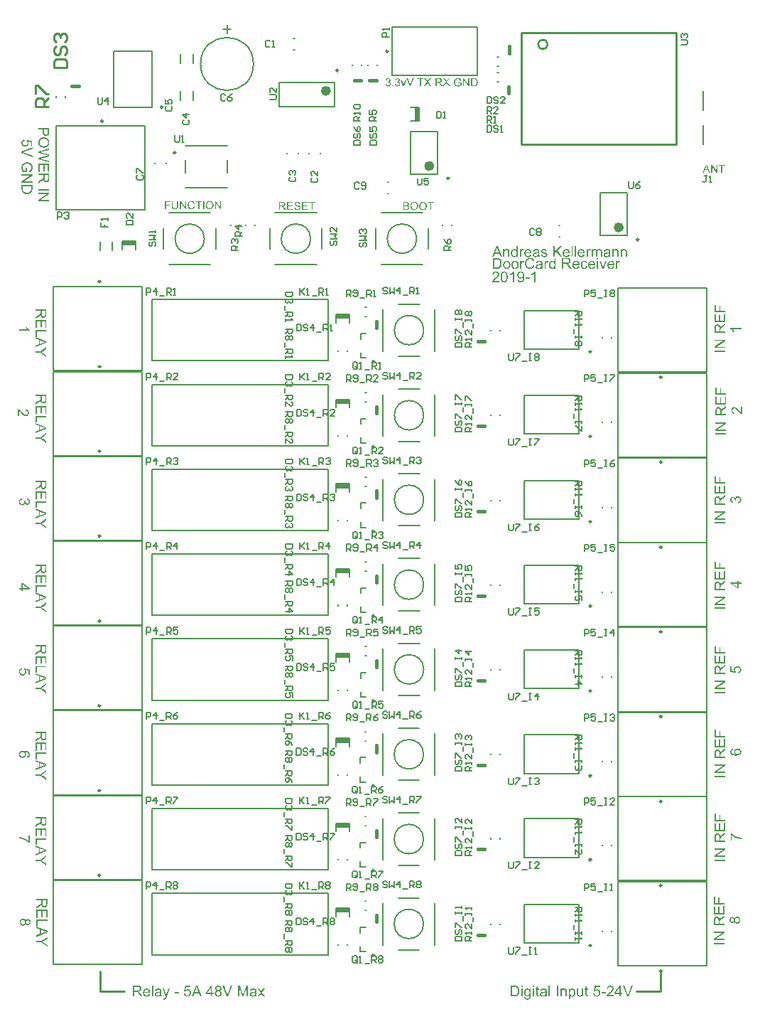
<source format=gto>
G04*
G04 #@! TF.GenerationSoftware,Altium Limited,Altium Designer,19.0.15 (446)*
G04*
G04 Layer_Color=65535*
%FSLAX25Y25*%
%MOIN*%
G70*
G01*
G75*
%ADD10C,0.00984*%
%ADD11C,0.02362*%
%ADD12C,0.00500*%
%ADD13C,0.01000*%
%ADD14C,0.00787*%
%ADD15C,0.01575*%
%ADD16C,0.00591*%
%ADD17R,0.06299X0.02362*%
%ADD18R,0.02362X0.06299*%
G36*
X101103Y244902D02*
X101097Y244842D01*
Y244782D01*
X101092Y244711D01*
X101086Y244629D01*
X101070Y244465D01*
X101042Y244296D01*
X101010Y244132D01*
X100988Y244061D01*
X100966Y243990D01*
Y243985D01*
X100961Y243974D01*
X100950Y243957D01*
X100939Y243930D01*
X100906Y243864D01*
X100857Y243788D01*
X100791Y243695D01*
X100704Y243602D01*
X100606Y243510D01*
X100486Y243428D01*
X100480D01*
X100469Y243417D01*
X100453Y243406D01*
X100426Y243395D01*
X100393Y243378D01*
X100355Y243362D01*
X100311Y243340D01*
X100262Y243318D01*
X100147Y243280D01*
X100022Y243247D01*
X99879Y243226D01*
X99727Y243215D01*
X99721D01*
X99705D01*
X99672D01*
X99639Y243220D01*
X99590Y243226D01*
X99536Y243231D01*
X99476Y243242D01*
X99410Y243258D01*
X99268Y243302D01*
X99192Y243329D01*
X99115Y243362D01*
X99039Y243400D01*
X98962Y243449D01*
X98891Y243504D01*
X98820Y243564D01*
X98815Y243569D01*
X98804Y243581D01*
X98787Y243602D01*
X98760Y243630D01*
X98733Y243668D01*
X98700Y243711D01*
X98662Y243766D01*
X98624Y243832D01*
X98585Y243903D01*
X98547Y243979D01*
X98509Y244066D01*
X98471Y244165D01*
X98438Y244268D01*
X98405Y244383D01*
X98378Y244509D01*
X98356Y244640D01*
Y244634D01*
X98351Y244629D01*
X98334Y244596D01*
X98307Y244547D01*
X98274Y244487D01*
X98236Y244421D01*
X98198Y244356D01*
X98149Y244290D01*
X98105Y244236D01*
X98100Y244230D01*
X98094Y244225D01*
X98078Y244208D01*
X98056Y244186D01*
X98029Y244159D01*
X97996Y244127D01*
X97919Y244056D01*
X97821Y243974D01*
X97706Y243881D01*
X97575Y243782D01*
X97434Y243684D01*
X96063Y242811D01*
Y243646D01*
X97111Y244312D01*
X97117Y244318D01*
X97133Y244323D01*
X97155Y244339D01*
X97188Y244361D01*
X97226Y244383D01*
X97270Y244416D01*
X97368Y244481D01*
X97483Y244558D01*
X97597Y244634D01*
X97706Y244716D01*
X97805Y244793D01*
X97810D01*
X97816Y244804D01*
X97843Y244825D01*
X97887Y244858D01*
X97936Y244907D01*
X97990Y244956D01*
X98045Y245016D01*
X98100Y245076D01*
X98138Y245131D01*
X98143Y245137D01*
X98154Y245158D01*
X98171Y245186D01*
X98192Y245224D01*
X98214Y245273D01*
X98236Y245322D01*
X98258Y245377D01*
X98274Y245437D01*
Y245442D01*
X98280Y245459D01*
X98285Y245486D01*
X98291Y245524D01*
Y245579D01*
X98296Y245644D01*
X98302Y245721D01*
Y246578D01*
X96063D01*
Y247244D01*
X101103D01*
Y244902D01*
D02*
G37*
G36*
Y238508D02*
X100507D01*
Y241489D01*
X98968D01*
Y238699D01*
X98373D01*
Y241489D01*
X96658D01*
Y238393D01*
X96063D01*
Y242155D01*
X101103D01*
Y238508D01*
D02*
G37*
G36*
Y236837D02*
X96658D01*
Y234353D01*
X96063D01*
Y237504D01*
X101103D01*
Y236837D01*
D02*
G37*
G36*
Y232180D02*
Y231459D01*
X96063Y229395D01*
Y230154D01*
X97586Y230738D01*
Y232857D01*
X96063Y233403D01*
Y234107D01*
X101103Y232180D01*
D02*
G37*
G36*
Y228582D02*
X99579Y227588D01*
X99574Y227583D01*
X99563Y227577D01*
X99536Y227561D01*
X99508Y227539D01*
X99470Y227517D01*
X99421Y227490D01*
X99372Y227457D01*
X99312Y227419D01*
X99186Y227342D01*
X99044Y227255D01*
X98891Y227162D01*
X98733Y227075D01*
X98738Y227069D01*
X98749Y227064D01*
X98771Y227053D01*
X98804Y227031D01*
X98837Y227009D01*
X98880Y226988D01*
X98935Y226955D01*
X98989Y226922D01*
X99050Y226884D01*
X99121Y226840D01*
X99268Y226747D01*
X99437Y226638D01*
X99617Y226523D01*
X101103Y225546D01*
Y224771D01*
X98192Y226780D01*
X96063D01*
Y227446D01*
X98192D01*
X101103Y229390D01*
Y228582D01*
D02*
G37*
G36*
X415634Y327531D02*
X417196D01*
Y329895D01*
X417791D01*
Y327531D01*
X420079D01*
Y326864D01*
X415039D01*
Y330260D01*
X415634D01*
Y327531D01*
D02*
G37*
G36*
X420079Y322147D02*
X415039D01*
Y325794D01*
X415634D01*
Y322813D01*
X417174D01*
Y325603D01*
X417769D01*
Y322813D01*
X419484D01*
Y325909D01*
X420079D01*
Y322147D01*
D02*
G37*
G36*
Y320656D02*
X419031Y319990D01*
X419025Y319985D01*
X419009Y319979D01*
X418987Y319963D01*
X418954Y319941D01*
X418916Y319919D01*
X418872Y319886D01*
X418774Y319821D01*
X418659Y319744D01*
X418544Y319668D01*
X418435Y319586D01*
X418337Y319510D01*
X418332D01*
X418326Y319499D01*
X418299Y319477D01*
X418255Y319444D01*
X418206Y319395D01*
X418151Y319346D01*
X418097Y319286D01*
X418042Y319226D01*
X418004Y319171D01*
X417999Y319166D01*
X417988Y319144D01*
X417971Y319117D01*
X417949Y319078D01*
X417928Y319029D01*
X417906Y318980D01*
X417884Y318925D01*
X417868Y318865D01*
Y318860D01*
X417862Y318844D01*
X417857Y318816D01*
X417851Y318778D01*
Y318724D01*
X417846Y318658D01*
X417840Y318582D01*
Y317724D01*
X420079D01*
Y317058D01*
X415039D01*
Y319401D01*
X415045Y319461D01*
Y319521D01*
X415050Y319592D01*
X415056Y319673D01*
X415072Y319837D01*
X415099Y320007D01*
X415132Y320170D01*
X415154Y320241D01*
X415176Y320312D01*
Y320318D01*
X415181Y320329D01*
X415192Y320345D01*
X415203Y320372D01*
X415236Y320438D01*
X415285Y320514D01*
X415350Y320607D01*
X415438Y320700D01*
X415536Y320793D01*
X415656Y320875D01*
X415662D01*
X415673Y320886D01*
X415689Y320897D01*
X415716Y320907D01*
X415749Y320924D01*
X415787Y320940D01*
X415831Y320962D01*
X415880Y320984D01*
X415995Y321022D01*
X416120Y321055D01*
X416262Y321077D01*
X416415Y321088D01*
X416421D01*
X416437D01*
X416470D01*
X416503Y321082D01*
X416552Y321077D01*
X416606Y321071D01*
X416666Y321060D01*
X416732Y321044D01*
X416874Y321000D01*
X416950Y320973D01*
X417027Y320940D01*
X417103Y320902D01*
X417179Y320853D01*
X417250Y320798D01*
X417321Y320738D01*
X417327Y320733D01*
X417338Y320722D01*
X417354Y320700D01*
X417381Y320673D01*
X417409Y320635D01*
X417442Y320591D01*
X417480Y320536D01*
X417518Y320471D01*
X417556Y320400D01*
X417594Y320323D01*
X417633Y320236D01*
X417671Y320138D01*
X417704Y320034D01*
X417736Y319919D01*
X417764Y319794D01*
X417786Y319663D01*
Y319668D01*
X417791Y319673D01*
X417807Y319706D01*
X417835Y319755D01*
X417868Y319815D01*
X417906Y319881D01*
X417944Y319947D01*
X417993Y320012D01*
X418037Y320067D01*
X418042Y320072D01*
X418048Y320078D01*
X418064Y320094D01*
X418086Y320116D01*
X418113Y320143D01*
X418146Y320176D01*
X418222Y320247D01*
X418321Y320329D01*
X418435Y320422D01*
X418566Y320520D01*
X418708Y320618D01*
X420079Y321492D01*
Y320656D01*
D02*
G37*
G36*
Y313285D02*
X416126Y310643D01*
X420079D01*
Y310004D01*
X415039D01*
Y310686D01*
X418998Y313334D01*
X415039D01*
Y313973D01*
X420079D01*
Y313285D01*
D02*
G37*
G36*
Y308169D02*
X415039D01*
Y308835D01*
X420079D01*
Y308169D01*
D02*
G37*
G36*
X93163Y116977D02*
X92677D01*
X92672Y116982D01*
X92655Y116999D01*
X92622Y117026D01*
X92584Y117059D01*
X92530Y117102D01*
X92470Y117157D01*
X92399Y117211D01*
X92317Y117277D01*
X92224Y117348D01*
X92120Y117424D01*
X92005Y117506D01*
X91885Y117588D01*
X91760Y117670D01*
X91618Y117757D01*
X91470Y117850D01*
X91317Y117938D01*
X91307Y117943D01*
X91279Y117959D01*
X91236Y117981D01*
X91170Y118014D01*
X91094Y118052D01*
X91001Y118101D01*
X90897Y118150D01*
X90782Y118205D01*
X90657Y118260D01*
X90520Y118320D01*
X90373Y118380D01*
X90225Y118440D01*
X90067Y118500D01*
X89903Y118560D01*
X89570Y118664D01*
X89565D01*
X89543Y118669D01*
X89505Y118680D01*
X89461Y118691D01*
X89401Y118707D01*
X89330Y118724D01*
X89248Y118746D01*
X89161Y118762D01*
X89062Y118784D01*
X88953Y118800D01*
X88839Y118822D01*
X88718Y118839D01*
X88593Y118860D01*
X88462Y118877D01*
X88189Y118898D01*
Y119532D01*
X88194D01*
X88216D01*
X88249D01*
X88293Y119526D01*
X88353Y119521D01*
X88418Y119516D01*
X88500Y119510D01*
X88587Y119499D01*
X88691Y119488D01*
X88795Y119472D01*
X88915Y119455D01*
X89041Y119434D01*
X89177Y119406D01*
X89319Y119379D01*
X89467Y119341D01*
X89619Y119303D01*
X89630Y119297D01*
X89658Y119292D01*
X89701Y119281D01*
X89761Y119259D01*
X89838Y119237D01*
X89931Y119210D01*
X90029Y119177D01*
X90138Y119139D01*
X90258Y119095D01*
X90389Y119046D01*
X90526Y118997D01*
X90662Y118937D01*
X90952Y118811D01*
X91246Y118664D01*
X91257Y118658D01*
X91279Y118642D01*
X91323Y118620D01*
X91378Y118593D01*
X91443Y118549D01*
X91519Y118505D01*
X91607Y118451D01*
X91705Y118396D01*
X91803Y118331D01*
X91913Y118260D01*
X92131Y118107D01*
X92355Y117943D01*
X92464Y117856D01*
X92568Y117768D01*
Y120236D01*
X93163D01*
Y116977D01*
D02*
G37*
G36*
X90822Y445807D02*
X90817D01*
X90801Y445801D01*
X90779Y445796D01*
X90746Y445791D01*
X90708Y445785D01*
X90659Y445769D01*
X90555Y445741D01*
X90440Y445698D01*
X90320Y445638D01*
X90211Y445567D01*
X90162Y445523D01*
X90113Y445479D01*
Y445474D01*
X90102Y445468D01*
X90091Y445452D01*
X90074Y445430D01*
X90036Y445376D01*
X89998Y445299D01*
X89954Y445206D01*
X89916Y445097D01*
X89889Y444977D01*
X89883Y444911D01*
X89878Y444840D01*
Y444797D01*
X89883Y444764D01*
X89889Y444726D01*
X89894Y444682D01*
X89921Y444578D01*
X89960Y444458D01*
X89987Y444398D01*
X90020Y444333D01*
X90058Y444267D01*
X90102Y444207D01*
X90151Y444147D01*
X90211Y444087D01*
X90216Y444082D01*
X90227Y444076D01*
X90244Y444060D01*
X90271Y444038D01*
X90309Y444016D01*
X90347Y443989D01*
X90397Y443961D01*
X90451Y443929D01*
X90511Y443901D01*
X90577Y443874D01*
X90653Y443847D01*
X90730Y443825D01*
X90817Y443803D01*
X90910Y443787D01*
X91003Y443781D01*
X91106Y443776D01*
X91112D01*
X91128D01*
X91155D01*
X91194Y443781D01*
X91237Y443787D01*
X91292Y443792D01*
X91347Y443803D01*
X91412Y443814D01*
X91543Y443847D01*
X91685Y443901D01*
X91751Y443934D01*
X91816Y443978D01*
X91882Y444022D01*
X91942Y444076D01*
X91947Y444082D01*
X91953Y444087D01*
X91969Y444109D01*
X91991Y444131D01*
X92013Y444158D01*
X92040Y444196D01*
X92067Y444235D01*
X92100Y444284D01*
X92127Y444338D01*
X92155Y444393D01*
X92204Y444529D01*
X92226Y444600D01*
X92242Y444682D01*
X92247Y444764D01*
X92253Y444851D01*
Y444901D01*
X92247Y444961D01*
X92237Y445032D01*
X92220Y445119D01*
X92193Y445212D01*
X92160Y445305D01*
X92111Y445398D01*
X92106Y445408D01*
X92089Y445436D01*
X92056Y445479D01*
X92018Y445534D01*
X91964Y445589D01*
X91904Y445654D01*
X91833Y445714D01*
X91756Y445769D01*
X91838Y446348D01*
X94426Y445861D01*
Y443355D01*
X93836D01*
Y445370D01*
X92482Y445638D01*
X92488Y445632D01*
X92499Y445616D01*
X92510Y445594D01*
X92531Y445561D01*
X92553Y445518D01*
X92581Y445468D01*
X92613Y445414D01*
X92641Y445348D01*
X92668Y445283D01*
X92701Y445206D01*
X92750Y445048D01*
X92772Y444961D01*
X92788Y444873D01*
X92794Y444780D01*
X92799Y444688D01*
Y444660D01*
X92794Y444622D01*
Y444578D01*
X92783Y444524D01*
X92777Y444458D01*
X92761Y444382D01*
X92744Y444306D01*
X92717Y444218D01*
X92690Y444131D01*
X92651Y444038D01*
X92608Y443945D01*
X92553Y443852D01*
X92493Y443759D01*
X92422Y443667D01*
X92340Y443579D01*
X92335Y443574D01*
X92318Y443557D01*
X92291Y443536D01*
X92258Y443508D01*
X92215Y443470D01*
X92155Y443432D01*
X92095Y443394D01*
X92024Y443350D01*
X91942Y443306D01*
X91849Y443268D01*
X91756Y443224D01*
X91647Y443192D01*
X91538Y443164D01*
X91418Y443143D01*
X91292Y443126D01*
X91161Y443121D01*
X91155D01*
X91128D01*
X91095D01*
X91046Y443126D01*
X90986Y443131D01*
X90921Y443143D01*
X90844Y443153D01*
X90757Y443170D01*
X90670Y443192D01*
X90571Y443219D01*
X90473Y443252D01*
X90375Y443290D01*
X90276Y443334D01*
X90173Y443388D01*
X90074Y443448D01*
X89982Y443519D01*
X89976Y443525D01*
X89954Y443541D01*
X89927Y443568D01*
X89889Y443607D01*
X89840Y443656D01*
X89790Y443716D01*
X89730Y443787D01*
X89676Y443869D01*
X89621Y443956D01*
X89561Y444054D01*
X89512Y444164D01*
X89468Y444284D01*
X89425Y444409D01*
X89397Y444546D01*
X89376Y444688D01*
X89370Y444840D01*
Y444906D01*
X89376Y444955D01*
X89381Y445015D01*
X89392Y445081D01*
X89403Y445157D01*
X89419Y445239D01*
X89436Y445327D01*
X89463Y445419D01*
X89496Y445512D01*
X89534Y445605D01*
X89578Y445698D01*
X89627Y445791D01*
X89687Y445878D01*
X89752Y445965D01*
X89758Y445971D01*
X89769Y445982D01*
X89790Y446003D01*
X89823Y446031D01*
X89862Y446069D01*
X89905Y446107D01*
X89960Y446145D01*
X90025Y446189D01*
X90091Y446233D01*
X90167Y446277D01*
X90255Y446315D01*
X90342Y446353D01*
X90440Y446391D01*
X90544Y446419D01*
X90659Y446440D01*
X90773Y446457D01*
X90822Y445807D01*
D02*
G37*
G36*
X94492Y442083D02*
X90828Y440773D01*
X90822D01*
X90806Y440767D01*
X90784Y440757D01*
X90751Y440745D01*
X90713Y440735D01*
X90670Y440718D01*
X90620Y440702D01*
X90560Y440680D01*
X90435Y440642D01*
X90298Y440598D01*
X90151Y440554D01*
X90003Y440511D01*
X90009D01*
X90020Y440505D01*
X90047Y440500D01*
X90074Y440489D01*
X90113Y440478D01*
X90156Y440467D01*
X90206Y440451D01*
X90260Y440434D01*
X90386Y440396D01*
X90528Y440347D01*
X90675Y440292D01*
X90828Y440238D01*
X94492Y438878D01*
Y438201D01*
X89452Y440167D01*
Y440855D01*
X94492Y442809D01*
Y442083D01*
D02*
G37*
G36*
X92073Y435804D02*
X92138Y435799D01*
X92215Y435793D01*
X92302Y435782D01*
X92395Y435772D01*
X92499Y435755D01*
X92608Y435733D01*
X92837Y435679D01*
X92957Y435646D01*
X93077Y435602D01*
X93198Y435559D01*
X93318Y435504D01*
X93323Y435499D01*
X93345Y435488D01*
X93378Y435471D01*
X93421Y435449D01*
X93476Y435417D01*
X93536Y435378D01*
X93602Y435329D01*
X93678Y435280D01*
X93755Y435220D01*
X93831Y435154D01*
X93907Y435083D01*
X93989Y435002D01*
X94066Y434920D01*
X94137Y434827D01*
X94208Y434729D01*
X94268Y434625D01*
X94273Y434619D01*
X94279Y434598D01*
X94295Y434565D01*
X94317Y434521D01*
X94339Y434467D01*
X94366Y434401D01*
X94393Y434325D01*
X94426Y434243D01*
X94453Y434150D01*
X94481Y434046D01*
X94508Y433937D01*
X94530Y433817D01*
X94552Y433697D01*
X94568Y433566D01*
X94573Y433429D01*
X94579Y433293D01*
Y433200D01*
X94573Y433151D01*
X94568Y433096D01*
X94563Y433036D01*
X94557Y432965D01*
X94535Y432812D01*
X94503Y432643D01*
X94459Y432474D01*
X94399Y432304D01*
Y432299D01*
X94393Y432282D01*
X94382Y432261D01*
X94366Y432233D01*
X94350Y432195D01*
X94328Y432152D01*
X94273Y432053D01*
X94202Y431939D01*
X94120Y431824D01*
X94022Y431715D01*
X93907Y431611D01*
X93902Y431605D01*
X93891Y431600D01*
X93875Y431589D01*
X93853Y431567D01*
X93820Y431551D01*
X93782Y431524D01*
X93738Y431496D01*
X93683Y431469D01*
X93629Y431436D01*
X93569Y431409D01*
X93498Y431376D01*
X93427Y431343D01*
X93263Y431283D01*
X93083Y431229D01*
X92919Y431835D01*
X92924D01*
X92936Y431840D01*
X92957Y431846D01*
X92985Y431857D01*
X93012Y431868D01*
X93050Y431879D01*
X93138Y431911D01*
X93236Y431955D01*
X93334Y432004D01*
X93432Y432059D01*
X93520Y432119D01*
X93531Y432124D01*
X93558Y432152D01*
X93596Y432190D01*
X93651Y432239D01*
X93705Y432310D01*
X93765Y432392D01*
X93820Y432490D01*
X93875Y432599D01*
Y432605D01*
X93880Y432616D01*
X93885Y432632D01*
X93896Y432654D01*
X93907Y432681D01*
X93918Y432719D01*
X93946Y432801D01*
X93967Y432905D01*
X93989Y433020D01*
X94006Y433151D01*
X94011Y433287D01*
Y433364D01*
X94006Y433402D01*
Y433451D01*
X94000Y433500D01*
X93995Y433560D01*
X93978Y433680D01*
X93951Y433817D01*
X93918Y433948D01*
X93869Y434079D01*
Y434084D01*
X93864Y434095D01*
X93853Y434112D01*
X93842Y434133D01*
X93814Y434194D01*
X93771Y434270D01*
X93716Y434357D01*
X93651Y434445D01*
X93580Y434538D01*
X93498Y434619D01*
X93487Y434630D01*
X93460Y434652D01*
X93410Y434690D01*
X93350Y434734D01*
X93279Y434783D01*
X93192Y434838D01*
X93099Y434887D01*
X93001Y434931D01*
X92996D01*
X92979Y434936D01*
X92957Y434947D01*
X92919Y434958D01*
X92875Y434974D01*
X92826Y434991D01*
X92766Y435007D01*
X92701Y435023D01*
X92630Y435045D01*
X92548Y435062D01*
X92378Y435089D01*
X92187Y435111D01*
X91985Y435122D01*
X91980D01*
X91958D01*
X91920D01*
X91876Y435116D01*
X91816D01*
X91751Y435111D01*
X91674Y435100D01*
X91592Y435094D01*
X91412Y435067D01*
X91227Y435023D01*
X91035Y434969D01*
X90855Y434892D01*
X90850Y434887D01*
X90833Y434881D01*
X90812Y434871D01*
X90779Y434849D01*
X90746Y434827D01*
X90702Y434794D01*
X90604Y434723D01*
X90495Y434625D01*
X90380Y434510D01*
X90276Y434379D01*
X90227Y434303D01*
X90184Y434221D01*
Y434215D01*
X90173Y434199D01*
X90162Y434177D01*
X90151Y434144D01*
X90135Y434101D01*
X90113Y434052D01*
X90096Y433997D01*
X90074Y433937D01*
X90053Y433871D01*
X90036Y433795D01*
X89998Y433637D01*
X89976Y433462D01*
X89965Y433276D01*
Y433233D01*
X89971Y433200D01*
Y433162D01*
X89976Y433118D01*
X89982Y433069D01*
X89987Y433009D01*
X90003Y432883D01*
X90036Y432741D01*
X90074Y432588D01*
X90129Y432435D01*
Y432430D01*
X90135Y432419D01*
X90145Y432397D01*
X90156Y432364D01*
X90173Y432332D01*
X90194Y432294D01*
X90238Y432201D01*
X90293Y432097D01*
X90353Y431993D01*
X90413Y431895D01*
X90484Y431808D01*
X91429D01*
Y433287D01*
X92024D01*
Y431152D01*
X90151D01*
X90145Y431158D01*
X90135Y431174D01*
X90113Y431202D01*
X90085Y431240D01*
X90053Y431283D01*
X90020Y431338D01*
X89976Y431398D01*
X89933Y431463D01*
X89889Y431534D01*
X89840Y431616D01*
X89741Y431786D01*
X89648Y431971D01*
X89567Y432168D01*
Y432173D01*
X89556Y432190D01*
X89550Y432217D01*
X89534Y432261D01*
X89523Y432304D01*
X89507Y432364D01*
X89485Y432424D01*
X89468Y432495D01*
X89452Y432577D01*
X89430Y432659D01*
X89403Y432839D01*
X89381Y433036D01*
X89370Y433238D01*
Y433309D01*
X89376Y433364D01*
X89381Y433429D01*
X89386Y433506D01*
X89397Y433593D01*
X89408Y433686D01*
X89425Y433784D01*
X89447Y433893D01*
X89474Y434002D01*
X89507Y434123D01*
X89539Y434237D01*
X89583Y434352D01*
X89632Y434472D01*
X89687Y434587D01*
X89692Y434592D01*
X89703Y434614D01*
X89719Y434647D01*
X89747Y434685D01*
X89780Y434734D01*
X89818Y434794D01*
X89867Y434860D01*
X89921Y434931D01*
X89982Y435002D01*
X90053Y435078D01*
X90124Y435154D01*
X90206Y435231D01*
X90298Y435302D01*
X90391Y435373D01*
X90495Y435444D01*
X90604Y435504D01*
X90610Y435509D01*
X90631Y435515D01*
X90664Y435531D01*
X90708Y435553D01*
X90768Y435575D01*
X90833Y435602D01*
X90910Y435630D01*
X90997Y435657D01*
X91090Y435684D01*
X91194Y435711D01*
X91308Y435739D01*
X91423Y435760D01*
X91549Y435782D01*
X91674Y435799D01*
X91811Y435804D01*
X91947Y435810D01*
X91958D01*
X91980D01*
X92018D01*
X92073Y435804D01*
D02*
G37*
G36*
X94492Y429493D02*
X90533Y426844D01*
X94492D01*
Y426206D01*
X89452D01*
Y426894D01*
X93405Y429536D01*
X89452D01*
Y430175D01*
X94492D01*
Y429493D01*
D02*
G37*
G36*
Y423208D02*
X94486Y423153D01*
Y423088D01*
X94481Y423022D01*
X94475Y422875D01*
X94459Y422727D01*
X94442Y422580D01*
X94426Y422515D01*
X94415Y422455D01*
Y422449D01*
X94410Y422433D01*
X94404Y422411D01*
X94393Y422384D01*
X94382Y422345D01*
X94371Y422302D01*
X94333Y422198D01*
X94284Y422083D01*
X94224Y421963D01*
X94148Y421838D01*
X94055Y421717D01*
X94049Y421712D01*
X94038Y421701D01*
X94022Y421679D01*
X93995Y421652D01*
X93962Y421619D01*
X93918Y421581D01*
X93875Y421537D01*
X93820Y421494D01*
X93760Y421444D01*
X93694Y421395D01*
X93623Y421346D01*
X93547Y421297D01*
X93378Y421204D01*
X93192Y421122D01*
X93187D01*
X93170Y421111D01*
X93138Y421106D01*
X93099Y421090D01*
X93050Y421073D01*
X92990Y421057D01*
X92924Y421040D01*
X92848Y421019D01*
X92761Y421002D01*
X92668Y420986D01*
X92570Y420969D01*
X92466Y420953D01*
X92357Y420937D01*
X92242Y420931D01*
X91996Y420920D01*
X91991D01*
X91969D01*
X91942D01*
X91898D01*
X91849Y420926D01*
X91789D01*
X91723Y420931D01*
X91652Y420937D01*
X91494Y420953D01*
X91325Y420980D01*
X91150Y421013D01*
X90975Y421057D01*
X90970D01*
X90953Y421062D01*
X90932Y421073D01*
X90904Y421079D01*
X90866Y421095D01*
X90822Y421111D01*
X90719Y421150D01*
X90604Y421199D01*
X90478Y421259D01*
X90358Y421324D01*
X90244Y421401D01*
X90238D01*
X90233Y421412D01*
X90216Y421423D01*
X90194Y421439D01*
X90145Y421477D01*
X90080Y421537D01*
X90003Y421603D01*
X89927Y421679D01*
X89856Y421767D01*
X89785Y421859D01*
Y421865D01*
X89780Y421870D01*
X89758Y421903D01*
X89730Y421958D01*
X89692Y422029D01*
X89654Y422116D01*
X89610Y422220D01*
X89572Y422340D01*
X89534Y422465D01*
Y422471D01*
X89528Y422482D01*
Y422498D01*
X89523Y422526D01*
X89517Y422558D01*
X89507Y422602D01*
X89501Y422646D01*
X89496Y422695D01*
X89479Y422815D01*
X89463Y422951D01*
X89457Y423104D01*
X89452Y423268D01*
Y425086D01*
X94492D01*
Y423208D01*
D02*
G37*
G36*
X360076Y390244D02*
X359459D01*
Y390948D01*
X360076D01*
Y390244D01*
D02*
G37*
G36*
X328195Y391030D02*
X328260Y391025D01*
X328337Y391014D01*
X328419Y391003D01*
X328511Y390986D01*
X328610Y390965D01*
X328713Y390943D01*
X328817Y390910D01*
X328926Y390872D01*
X329036Y390828D01*
X329139Y390774D01*
X329243Y390719D01*
X329341Y390648D01*
X329347Y390642D01*
X329363Y390632D01*
X329391Y390610D01*
X329423Y390577D01*
X329467Y390539D01*
X329516Y390490D01*
X329565Y390435D01*
X329625Y390370D01*
X329685Y390299D01*
X329745Y390217D01*
X329805Y390129D01*
X329860Y390031D01*
X329920Y389927D01*
X329969Y389813D01*
X330018Y389692D01*
X330062Y389567D01*
X329407Y389414D01*
Y389420D01*
X329396Y389436D01*
X329391Y389469D01*
X329374Y389507D01*
X329358Y389550D01*
X329330Y389600D01*
X329276Y389720D01*
X329205Y389851D01*
X329112Y389987D01*
X329014Y390113D01*
X328954Y390167D01*
X328894Y390217D01*
X328888Y390222D01*
X328877Y390228D01*
X328861Y390238D01*
X328834Y390255D01*
X328801Y390277D01*
X328763Y390299D01*
X328719Y390320D01*
X328664Y390342D01*
X328604Y390364D01*
X328544Y390386D01*
X328402Y390430D01*
X328238Y390457D01*
X328151Y390468D01*
X328004D01*
X327960Y390462D01*
X327911Y390457D01*
X327851Y390451D01*
X327785Y390446D01*
X327720Y390435D01*
X327561Y390397D01*
X327398Y390348D01*
X327316Y390315D01*
X327234Y390277D01*
X327157Y390233D01*
X327081Y390184D01*
X327075Y390178D01*
X327064Y390173D01*
X327043Y390157D01*
X327015Y390135D01*
X326988Y390107D01*
X326950Y390069D01*
X326912Y390031D01*
X326868Y389987D01*
X326824Y389933D01*
X326775Y389878D01*
X326688Y389753D01*
X326606Y389605D01*
X326535Y389436D01*
Y389430D01*
X326529Y389414D01*
X326519Y389387D01*
X326513Y389354D01*
X326502Y389310D01*
X326486Y389261D01*
X326475Y389201D01*
X326459Y389141D01*
X326442Y389070D01*
X326431Y388994D01*
X326404Y388830D01*
X326388Y388655D01*
X326382Y388469D01*
Y388464D01*
Y388442D01*
Y388409D01*
X326388Y388360D01*
Y388306D01*
X326393Y388240D01*
X326398Y388169D01*
X326404Y388087D01*
X326415Y388000D01*
X326426Y387913D01*
X326459Y387721D01*
X326508Y387530D01*
X326568Y387345D01*
Y387339D01*
X326579Y387323D01*
X326589Y387301D01*
X326600Y387268D01*
X326622Y387225D01*
X326650Y387181D01*
X326710Y387077D01*
X326792Y386957D01*
X326890Y386842D01*
X327010Y386728D01*
X327075Y386679D01*
X327146Y386629D01*
X327152D01*
X327163Y386618D01*
X327185Y386608D01*
X327217Y386591D01*
X327256Y386575D01*
X327299Y386553D01*
X327348Y386537D01*
X327403Y386515D01*
X327529Y386471D01*
X327676Y386433D01*
X327834Y386405D01*
X327916Y386400D01*
X328004Y386395D01*
X328058D01*
X328097Y386400D01*
X328146Y386405D01*
X328200Y386411D01*
X328266Y386422D01*
X328331Y386433D01*
X328484Y386471D01*
X328561Y386498D01*
X328643Y386531D01*
X328724Y386569D01*
X328801Y386613D01*
X328877Y386662D01*
X328954Y386717D01*
X328959Y386722D01*
X328970Y386733D01*
X328992Y386750D01*
X329019Y386777D01*
X329047Y386810D01*
X329085Y386853D01*
X329123Y386902D01*
X329167Y386957D01*
X329210Y387022D01*
X329254Y387093D01*
X329298Y387170D01*
X329341Y387257D01*
X329380Y387350D01*
X329418Y387454D01*
X329456Y387563D01*
X329483Y387678D01*
X330149Y387508D01*
Y387497D01*
X330138Y387470D01*
X330128Y387432D01*
X330106Y387372D01*
X330084Y387306D01*
X330051Y387225D01*
X330018Y387137D01*
X329975Y387044D01*
X329926Y386941D01*
X329871Y386842D01*
X329811Y386733D01*
X329740Y386629D01*
X329663Y386531D01*
X329582Y386433D01*
X329489Y386340D01*
X329391Y386253D01*
X329385Y386247D01*
X329363Y386236D01*
X329336Y386214D01*
X329292Y386187D01*
X329243Y386154D01*
X329177Y386116D01*
X329107Y386078D01*
X329019Y386040D01*
X328926Y386001D01*
X328828Y385963D01*
X328719Y385925D01*
X328599Y385892D01*
X328473Y385865D01*
X328342Y385843D01*
X328206Y385832D01*
X328058Y385827D01*
X327982D01*
X327922Y385832D01*
X327856Y385838D01*
X327774Y385843D01*
X327687Y385854D01*
X327589Y385870D01*
X327485Y385887D01*
X327376Y385909D01*
X327267Y385936D01*
X327157Y385963D01*
X327043Y386001D01*
X326934Y386045D01*
X326830Y386094D01*
X326731Y386154D01*
X326726Y386160D01*
X326710Y386171D01*
X326682Y386187D01*
X326650Y386214D01*
X326606Y386253D01*
X326557Y386291D01*
X326502Y386340D01*
X326442Y386400D01*
X326382Y386466D01*
X326316Y386537D01*
X326256Y386613D01*
X326191Y386700D01*
X326125Y386793D01*
X326065Y386892D01*
X326011Y387001D01*
X325956Y387115D01*
X325951Y387121D01*
X325945Y387143D01*
X325934Y387181D01*
X325918Y387225D01*
X325896Y387285D01*
X325874Y387350D01*
X325852Y387432D01*
X325825Y387519D01*
X325803Y387618D01*
X325776Y387721D01*
X325754Y387831D01*
X325738Y387951D01*
X325705Y388202D01*
X325699Y388333D01*
X325694Y388464D01*
Y388475D01*
Y388497D01*
Y388540D01*
X325699Y388595D01*
X325705Y388666D01*
X325710Y388748D01*
X325721Y388835D01*
X325732Y388933D01*
X325749Y389037D01*
X325765Y389146D01*
X325820Y389381D01*
X325858Y389496D01*
X325896Y389611D01*
X325940Y389731D01*
X325994Y389840D01*
X326000Y389845D01*
X326011Y389867D01*
X326027Y389895D01*
X326049Y389938D01*
X326082Y389987D01*
X326120Y390042D01*
X326164Y390102D01*
X326213Y390173D01*
X326273Y390238D01*
X326333Y390315D01*
X326404Y390386D01*
X326480Y390462D01*
X326562Y390533D01*
X326650Y390604D01*
X326748Y390670D01*
X326846Y390730D01*
X326852Y390735D01*
X326873Y390741D01*
X326901Y390757D01*
X326944Y390779D01*
X326993Y390801D01*
X327059Y390828D01*
X327130Y390855D01*
X327206Y390883D01*
X327294Y390910D01*
X327392Y390937D01*
X327490Y390965D01*
X327600Y390986D01*
X327823Y391025D01*
X327944Y391030D01*
X328069Y391036D01*
X328140D01*
X328195Y391030D01*
D02*
G37*
G36*
X340087Y385909D02*
X339513D01*
Y386367D01*
X339508Y386362D01*
X339497Y386346D01*
X339475Y386318D01*
X339448Y386285D01*
X339410Y386242D01*
X339366Y386198D01*
X339317Y386149D01*
X339257Y386100D01*
X339186Y386045D01*
X339109Y385996D01*
X339027Y385952D01*
X338935Y385914D01*
X338831Y385876D01*
X338727Y385849D01*
X338612Y385832D01*
X338487Y385827D01*
X338443D01*
X338410Y385832D01*
X338372D01*
X338329Y385838D01*
X338279Y385849D01*
X338225Y385859D01*
X338099Y385887D01*
X337963Y385930D01*
X337826Y385991D01*
X337755Y386023D01*
X337684Y386067D01*
X337679Y386072D01*
X337668Y386078D01*
X337651Y386094D01*
X337624Y386111D01*
X337591Y386138D01*
X337559Y386165D01*
X337477Y386242D01*
X337384Y386334D01*
X337291Y386449D01*
X337198Y386586D01*
X337116Y386739D01*
Y386744D01*
X337105Y386760D01*
X337100Y386782D01*
X337084Y386815D01*
X337073Y386853D01*
X337056Y386902D01*
X337035Y386962D01*
X337018Y387022D01*
X337002Y387093D01*
X336980Y387170D01*
X336964Y387252D01*
X336953Y387339D01*
X336931Y387525D01*
X336920Y387727D01*
Y387732D01*
Y387754D01*
Y387781D01*
X336925Y387820D01*
Y387869D01*
X336931Y387923D01*
X336936Y387989D01*
X336942Y388060D01*
X336964Y388213D01*
X336996Y388377D01*
X337040Y388551D01*
X337100Y388721D01*
Y388726D01*
X337111Y388742D01*
X337122Y388764D01*
X337133Y388797D01*
X337155Y388830D01*
X337176Y388874D01*
X337236Y388972D01*
X337313Y389086D01*
X337406Y389196D01*
X337515Y389305D01*
X337646Y389403D01*
X337651Y389408D01*
X337662Y389414D01*
X337684Y389425D01*
X337712Y389441D01*
X337744Y389458D01*
X337788Y389479D01*
X337832Y389501D01*
X337886Y389523D01*
X338006Y389567D01*
X338143Y389605D01*
X338296Y389632D01*
X338378Y389643D01*
X338514D01*
X338580Y389638D01*
X338656Y389627D01*
X338749Y389611D01*
X338847Y389583D01*
X338951Y389550D01*
X339049Y389501D01*
X339055D01*
X339060Y389496D01*
X339093Y389474D01*
X339137Y389447D01*
X339197Y389403D01*
X339262Y389349D01*
X339333Y389288D01*
X339404Y389217D01*
X339470Y389136D01*
Y390948D01*
X340087D01*
Y385909D01*
D02*
G37*
G36*
X369844Y389638D02*
X369871D01*
X369904Y389632D01*
X369986Y389616D01*
X370084Y389594D01*
X370188Y389556D01*
X370308Y389507D01*
X370428Y389441D01*
X370209Y388868D01*
X370198Y388874D01*
X370171Y388890D01*
X370128Y388912D01*
X370068Y388939D01*
X370002Y388961D01*
X369925Y388983D01*
X369844Y388999D01*
X369756Y389004D01*
X369724D01*
X369685Y388999D01*
X369636Y388988D01*
X369576Y388972D01*
X369516Y388950D01*
X369456Y388923D01*
X369390Y388879D01*
X369385Y388874D01*
X369363Y388857D01*
X369336Y388830D01*
X369303Y388792D01*
X369265Y388742D01*
X369227Y388688D01*
X369194Y388617D01*
X369161Y388540D01*
Y388535D01*
X369156Y388524D01*
X369150Y388508D01*
X369145Y388486D01*
X369139Y388453D01*
X369128Y388415D01*
X369112Y388328D01*
X369096Y388218D01*
X369079Y388098D01*
X369068Y387962D01*
X369063Y387820D01*
Y385909D01*
X368446D01*
Y389561D01*
X369003D01*
Y389010D01*
X369014Y389021D01*
X369025Y389043D01*
X369041Y389065D01*
X369079Y389136D01*
X369134Y389212D01*
X369194Y389299D01*
X369259Y389387D01*
X369325Y389458D01*
X369363Y389490D01*
X369396Y389518D01*
X369407Y389523D01*
X369429Y389540D01*
X369467Y389556D01*
X369511Y389583D01*
X369571Y389605D01*
X369636Y389621D01*
X369713Y389638D01*
X369789Y389643D01*
X369822D01*
X369844Y389638D01*
D02*
G37*
G36*
X336199Y389638D02*
X336226D01*
X336259Y389632D01*
X336341Y389616D01*
X336439Y389594D01*
X336543Y389556D01*
X336663Y389507D01*
X336783Y389441D01*
X336565Y388868D01*
X336554Y388874D01*
X336527Y388890D01*
X336483Y388912D01*
X336423Y388939D01*
X336357Y388961D01*
X336281Y388983D01*
X336199Y388999D01*
X336112Y389004D01*
X336079D01*
X336041Y388999D01*
X335992Y388988D01*
X335932Y388972D01*
X335872Y388950D01*
X335811Y388923D01*
X335746Y388879D01*
X335740Y388874D01*
X335719Y388857D01*
X335691Y388830D01*
X335659Y388792D01*
X335620Y388742D01*
X335582Y388688D01*
X335549Y388617D01*
X335517Y388540D01*
Y388535D01*
X335511Y388524D01*
X335506Y388508D01*
X335500Y388486D01*
X335495Y388453D01*
X335484Y388415D01*
X335468Y388327D01*
X335451Y388218D01*
X335435Y388098D01*
X335424Y387962D01*
X335418Y387820D01*
Y385909D01*
X334801D01*
Y389561D01*
X335358D01*
Y389010D01*
X335369Y389021D01*
X335380Y389043D01*
X335397Y389065D01*
X335435Y389136D01*
X335489Y389212D01*
X335549Y389299D01*
X335615Y389387D01*
X335680Y389458D01*
X335719Y389490D01*
X335751Y389518D01*
X335762Y389523D01*
X335784Y389540D01*
X335822Y389556D01*
X335866Y389583D01*
X335926Y389605D01*
X335992Y389621D01*
X336068Y389638D01*
X336144Y389643D01*
X336177D01*
X336199Y389638D01*
D02*
G37*
G36*
X324859D02*
X324886D01*
X324919Y389632D01*
X325001Y389616D01*
X325099Y389594D01*
X325203Y389556D01*
X325323Y389507D01*
X325443Y389441D01*
X325224Y388868D01*
X325214Y388874D01*
X325186Y388890D01*
X325143Y388912D01*
X325082Y388939D01*
X325017Y388961D01*
X324941Y388983D01*
X324859Y388999D01*
X324771Y389004D01*
X324739D01*
X324700Y388999D01*
X324651Y388988D01*
X324591Y388972D01*
X324531Y388950D01*
X324471Y388923D01*
X324406Y388879D01*
X324400Y388874D01*
X324378Y388857D01*
X324351Y388830D01*
X324318Y388792D01*
X324280Y388742D01*
X324242Y388688D01*
X324209Y388617D01*
X324176Y388540D01*
Y388535D01*
X324171Y388524D01*
X324165Y388508D01*
X324160Y388486D01*
X324154Y388453D01*
X324143Y388415D01*
X324127Y388327D01*
X324111Y388218D01*
X324094Y388098D01*
X324083Y387962D01*
X324078Y387820D01*
Y385909D01*
X323461D01*
Y389561D01*
X324018D01*
Y389010D01*
X324029Y389021D01*
X324040Y389043D01*
X324056Y389065D01*
X324094Y389136D01*
X324149Y389212D01*
X324209Y389299D01*
X324274Y389387D01*
X324340Y389458D01*
X324378Y389490D01*
X324411Y389518D01*
X324422Y389523D01*
X324444Y389540D01*
X324482Y389556D01*
X324526Y389583D01*
X324586Y389605D01*
X324651Y389621D01*
X324728Y389638D01*
X324804Y389643D01*
X324837D01*
X324859Y389638D01*
D02*
G37*
G36*
X353589Y389638D02*
X353638Y389632D01*
X353698Y389627D01*
X353764Y389616D01*
X353835Y389605D01*
X353988Y389567D01*
X354152Y389512D01*
X354234Y389479D01*
X354315Y389441D01*
X354392Y389392D01*
X354463Y389338D01*
X354468Y389332D01*
X354479Y389321D01*
X354501Y389305D01*
X354523Y389283D01*
X354556Y389250D01*
X354588Y389212D01*
X354627Y389168D01*
X354665Y389119D01*
X354709Y389059D01*
X354747Y388999D01*
X354790Y388928D01*
X354829Y388852D01*
X354861Y388770D01*
X354894Y388682D01*
X354927Y388584D01*
X354949Y388486D01*
X354348Y388393D01*
Y388398D01*
X354343Y388409D01*
X354337Y388426D01*
X354332Y388453D01*
X354310Y388519D01*
X354277Y388600D01*
X354234Y388688D01*
X354184Y388781D01*
X354119Y388868D01*
X354042Y388944D01*
X354031Y388955D01*
X354004Y388977D01*
X353955Y389004D01*
X353895Y389043D01*
X353818Y389075D01*
X353731Y389108D01*
X353627Y389130D01*
X353518Y389136D01*
X353474D01*
X353442Y389130D01*
X353398Y389125D01*
X353354Y389119D01*
X353245Y389092D01*
X353125Y389054D01*
X353065Y389026D01*
X352999Y388994D01*
X352940Y388955D01*
X352874Y388906D01*
X352814Y388857D01*
X352759Y388797D01*
X352754Y388792D01*
X352748Y388781D01*
X352732Y388764D01*
X352716Y388732D01*
X352694Y388699D01*
X352666Y388655D01*
X352639Y388600D01*
X352617Y388540D01*
X352590Y388469D01*
X352563Y388393D01*
X352535Y388306D01*
X352514Y388207D01*
X352497Y388104D01*
X352481Y387994D01*
X352475Y387869D01*
X352470Y387738D01*
Y387732D01*
Y387705D01*
Y387667D01*
X352475Y387618D01*
X352481Y387558D01*
X352486Y387487D01*
X352492Y387410D01*
X352503Y387328D01*
X352535Y387154D01*
X352590Y386973D01*
X352617Y386892D01*
X352656Y386810D01*
X352699Y386733D01*
X352748Y386668D01*
X352754Y386662D01*
X352759Y386651D01*
X352776Y386635D01*
X352798Y386618D01*
X352830Y386591D01*
X352863Y386564D01*
X352901Y386531D01*
X352945Y386504D01*
X353054Y386438D01*
X353180Y386389D01*
X353251Y386367D01*
X353322Y386351D01*
X353404Y386340D01*
X353485Y386335D01*
X353518D01*
X353545Y386340D01*
X353578D01*
X353611Y386346D01*
X353698Y386362D01*
X353791Y386389D01*
X353895Y386427D01*
X353993Y386482D01*
X354092Y386553D01*
X354097Y386558D01*
X354102Y386564D01*
X354130Y386597D01*
X354173Y386651D01*
X354195Y386684D01*
X354223Y386722D01*
X354250Y386771D01*
X354277Y386821D01*
X354299Y386875D01*
X354326Y386941D01*
X354348Y387006D01*
X354370Y387083D01*
X354386Y387159D01*
X354403Y387246D01*
X355009Y387164D01*
Y387159D01*
X355003Y387137D01*
X354998Y387104D01*
X354987Y387061D01*
X354971Y387006D01*
X354954Y386946D01*
X354932Y386881D01*
X354905Y386804D01*
X354839Y386651D01*
X354796Y386569D01*
X354747Y386487D01*
X354698Y386405D01*
X354638Y386324D01*
X354567Y386253D01*
X354496Y386182D01*
X354490Y386176D01*
X354479Y386165D01*
X354452Y386149D01*
X354425Y386127D01*
X354381Y386100D01*
X354337Y386067D01*
X354277Y386040D01*
X354217Y386007D01*
X354146Y385969D01*
X354070Y385941D01*
X353988Y385909D01*
X353900Y385881D01*
X353802Y385859D01*
X353704Y385843D01*
X353600Y385832D01*
X353491Y385827D01*
X353458D01*
X353420Y385832D01*
X353365D01*
X353305Y385843D01*
X353229Y385854D01*
X353147Y385865D01*
X353060Y385887D01*
X352967Y385914D01*
X352869Y385947D01*
X352770Y385985D01*
X352666Y386034D01*
X352568Y386089D01*
X352470Y386154D01*
X352377Y386225D01*
X352290Y386313D01*
X352284Y386318D01*
X352268Y386335D01*
X352246Y386362D01*
X352219Y386405D01*
X352186Y386455D01*
X352148Y386515D01*
X352104Y386591D01*
X352066Y386673D01*
X352022Y386766D01*
X351978Y386870D01*
X351940Y386984D01*
X351907Y387110D01*
X351880Y387246D01*
X351858Y387394D01*
X351842Y387552D01*
X351836Y387716D01*
Y387721D01*
Y387743D01*
Y387776D01*
X351842Y387814D01*
Y387869D01*
X351848Y387929D01*
X351853Y387994D01*
X351858Y388071D01*
X351886Y388229D01*
X351918Y388404D01*
X351962Y388584D01*
X352028Y388753D01*
Y388759D01*
X352039Y388775D01*
X352049Y388797D01*
X352066Y388824D01*
X352088Y388862D01*
X352110Y388906D01*
X352175Y389004D01*
X352257Y389108D01*
X352361Y389223D01*
X352481Y389327D01*
X352623Y389420D01*
X352628D01*
X352639Y389430D01*
X352661Y389441D01*
X352694Y389452D01*
X352732Y389474D01*
X352776Y389490D01*
X352825Y389512D01*
X352879Y389534D01*
X352945Y389550D01*
X353010Y389572D01*
X353158Y389611D01*
X353322Y389632D01*
X353491Y389643D01*
X353551D01*
X353589Y389638D01*
D02*
G37*
G36*
X362604Y385909D02*
X362014D01*
X360633Y389561D01*
X361288D01*
X362074Y387372D01*
Y387367D01*
X362080Y387356D01*
X362085Y387339D01*
X362096Y387312D01*
X362107Y387279D01*
X362118Y387241D01*
X362151Y387148D01*
X362189Y387039D01*
X362227Y386913D01*
X362265Y386777D01*
X362309Y386635D01*
Y386640D01*
X362314Y386646D01*
X362320Y386662D01*
X362325Y386684D01*
X362331Y386717D01*
X362342Y386750D01*
X362369Y386831D01*
X362402Y386930D01*
X362440Y387050D01*
X362484Y387181D01*
X362538Y387328D01*
X363352Y389561D01*
X363990D01*
X362604Y385909D01*
D02*
G37*
G36*
X360076D02*
X359459D01*
Y389561D01*
X360076D01*
Y385909D01*
D02*
G37*
G36*
X345508Y390943D02*
X345568D01*
X345639Y390937D01*
X345721Y390932D01*
X345885Y390915D01*
X346054Y390888D01*
X346218Y390855D01*
X346289Y390834D01*
X346360Y390812D01*
X346366D01*
X346376Y390806D01*
X346393Y390795D01*
X346420Y390785D01*
X346486Y390752D01*
X346562Y390703D01*
X346655Y390637D01*
X346748Y390550D01*
X346841Y390451D01*
X346922Y390331D01*
Y390326D01*
X346934Y390315D01*
X346944Y390299D01*
X346955Y390271D01*
X346972Y390238D01*
X346988Y390200D01*
X347010Y390157D01*
X347032Y390107D01*
X347070Y389993D01*
X347103Y389867D01*
X347125Y389725D01*
X347135Y389572D01*
Y389567D01*
Y389550D01*
Y389518D01*
X347130Y389485D01*
X347125Y389436D01*
X347119Y389381D01*
X347108Y389321D01*
X347092Y389256D01*
X347048Y389114D01*
X347021Y389037D01*
X346988Y388961D01*
X346950Y388884D01*
X346901Y388808D01*
X346846Y388737D01*
X346786Y388666D01*
X346781Y388661D01*
X346770Y388650D01*
X346748Y388633D01*
X346721Y388606D01*
X346682Y388579D01*
X346639Y388546D01*
X346584Y388508D01*
X346518Y388469D01*
X346447Y388431D01*
X346371Y388393D01*
X346284Y388355D01*
X346185Y388316D01*
X346082Y388284D01*
X345967Y388251D01*
X345842Y388224D01*
X345710Y388202D01*
X345716D01*
X345721Y388196D01*
X345754Y388180D01*
X345803Y388153D01*
X345863Y388120D01*
X345929Y388082D01*
X345994Y388043D01*
X346060Y387994D01*
X346114Y387951D01*
X346120Y387945D01*
X346125Y387940D01*
X346142Y387923D01*
X346164Y387902D01*
X346191Y387874D01*
X346224Y387842D01*
X346295Y387765D01*
X346376Y387667D01*
X346469Y387552D01*
X346568Y387421D01*
X346666Y387279D01*
X347539Y385909D01*
X346704D01*
X346038Y386957D01*
X346033Y386963D01*
X346027Y386979D01*
X346011Y387001D01*
X345989Y387033D01*
X345967Y387072D01*
X345934Y387115D01*
X345869Y387214D01*
X345792Y387328D01*
X345716Y387443D01*
X345634Y387552D01*
X345557Y387650D01*
Y387656D01*
X345547Y387661D01*
X345525Y387689D01*
X345492Y387732D01*
X345443Y387782D01*
X345394Y387836D01*
X345334Y387891D01*
X345274Y387945D01*
X345219Y387983D01*
X345214Y387989D01*
X345192Y388000D01*
X345164Y388016D01*
X345126Y388038D01*
X345077Y388060D01*
X345028Y388082D01*
X344973Y388104D01*
X344913Y388120D01*
X344908D01*
X344891Y388125D01*
X344864Y388131D01*
X344826Y388136D01*
X344771D01*
X344706Y388142D01*
X344629Y388147D01*
X343772D01*
Y385909D01*
X343106D01*
Y390948D01*
X345448D01*
X345508Y390943D01*
D02*
G37*
G36*
X332552Y389638D02*
X332601D01*
X332705Y389627D01*
X332825Y389616D01*
X332950Y389594D01*
X333076Y389567D01*
X333191Y389529D01*
X333196D01*
X333202Y389523D01*
X333218Y389518D01*
X333240Y389507D01*
X333289Y389485D01*
X333354Y389452D01*
X333425Y389414D01*
X333496Y389365D01*
X333562Y389310D01*
X333622Y389250D01*
X333627Y389245D01*
X333644Y389223D01*
X333671Y389185D01*
X333698Y389136D01*
X333731Y389075D01*
X333764Y389004D01*
X333797Y388923D01*
X333819Y388830D01*
Y388824D01*
X333824Y388797D01*
X333829Y388759D01*
X333835Y388699D01*
X333840Y388622D01*
X333846Y388524D01*
Y388464D01*
X333851Y388404D01*
Y388338D01*
Y388262D01*
Y387438D01*
Y387426D01*
Y387399D01*
Y387356D01*
Y387301D01*
Y387230D01*
Y387154D01*
X333857Y387066D01*
Y386979D01*
X333862Y386793D01*
Y386700D01*
X333868Y386613D01*
X333873Y386531D01*
X333879Y386460D01*
X333884Y386395D01*
X333890Y386346D01*
Y386334D01*
X333895Y386307D01*
X333906Y386264D01*
X333922Y386204D01*
X333944Y386138D01*
X333971Y386067D01*
X334004Y385985D01*
X334042Y385909D01*
X333398D01*
X333393Y385920D01*
X333382Y385941D01*
X333365Y385985D01*
X333349Y386040D01*
X333327Y386105D01*
X333305Y386182D01*
X333289Y386269D01*
X333278Y386367D01*
X333273Y386362D01*
X333262Y386356D01*
X333245Y386340D01*
X333218Y386318D01*
X333185Y386296D01*
X333152Y386264D01*
X333065Y386204D01*
X332961Y386133D01*
X332852Y386062D01*
X332732Y386001D01*
X332612Y385947D01*
X332606D01*
X332595Y385941D01*
X332579Y385936D01*
X332557Y385930D01*
X332530Y385920D01*
X332492Y385909D01*
X332410Y385887D01*
X332306Y385865D01*
X332191Y385843D01*
X332066Y385832D01*
X331929Y385827D01*
X331869D01*
X331831Y385832D01*
X331782Y385838D01*
X331722Y385843D01*
X331656Y385849D01*
X331591Y385865D01*
X331438Y385898D01*
X331285Y385947D01*
X331214Y385980D01*
X331138Y386023D01*
X331072Y386067D01*
X331007Y386116D01*
X331001Y386122D01*
X330990Y386133D01*
X330979Y386149D01*
X330958Y386171D01*
X330930Y386198D01*
X330903Y386236D01*
X330876Y386275D01*
X330848Y386324D01*
X330788Y386427D01*
X330734Y386558D01*
X330712Y386629D01*
X330701Y386706D01*
X330690Y386788D01*
X330684Y386870D01*
Y386875D01*
Y386880D01*
Y386913D01*
X330690Y386968D01*
X330701Y387033D01*
X330712Y387110D01*
X330734Y387192D01*
X330766Y387274D01*
X330805Y387361D01*
X330810Y387372D01*
X330826Y387399D01*
X330854Y387438D01*
X330892Y387492D01*
X330936Y387547D01*
X330990Y387607D01*
X331050Y387661D01*
X331121Y387716D01*
X331132Y387721D01*
X331159Y387738D01*
X331198Y387765D01*
X331252Y387792D01*
X331318Y387825D01*
X331394Y387858D01*
X331482Y387891D01*
X331569Y387918D01*
X331580D01*
X331602Y387929D01*
X331645Y387934D01*
X331705Y387951D01*
X331782Y387962D01*
X331880Y387978D01*
X331989Y387994D01*
X332120Y388011D01*
X332131D01*
X332153Y388016D01*
X332191Y388022D01*
X332241Y388027D01*
X332306Y388038D01*
X332377Y388049D01*
X332453Y388060D01*
X332541Y388071D01*
X332721Y388104D01*
X332901Y388142D01*
X332989Y388164D01*
X333076Y388186D01*
X333152Y388207D01*
X333223Y388229D01*
Y388235D01*
Y388251D01*
Y388273D01*
X333229Y388295D01*
Y388349D01*
Y388371D01*
Y388387D01*
Y388393D01*
Y388404D01*
Y388426D01*
Y388448D01*
X333218Y388513D01*
X333207Y388595D01*
X333185Y388682D01*
X333152Y388770D01*
X333109Y388852D01*
X333049Y388917D01*
X333038Y388928D01*
X333027Y388939D01*
X333005Y388950D01*
X332978Y388966D01*
X332950Y388983D01*
X332874Y389026D01*
X332776Y389065D01*
X332656Y389097D01*
X332514Y389119D01*
X332350Y389130D01*
X332279D01*
X332241Y389125D01*
X332202D01*
X332104Y389114D01*
X332000Y389092D01*
X331897Y389065D01*
X331793Y389026D01*
X331705Y388977D01*
X331695Y388972D01*
X331673Y388950D01*
X331634Y388906D01*
X331591Y388852D01*
X331542Y388781D01*
X331487Y388682D01*
X331443Y388573D01*
X331422Y388508D01*
X331400Y388437D01*
X330794Y388519D01*
Y388524D01*
X330799Y388535D01*
X330805Y388557D01*
X330810Y388584D01*
X330821Y388617D01*
X330832Y388655D01*
X330859Y388742D01*
X330897Y388841D01*
X330941Y388944D01*
X330996Y389048D01*
X331061Y389141D01*
Y389146D01*
X331072Y389152D01*
X331100Y389179D01*
X331143Y389223D01*
X331203Y389278D01*
X331280Y389338D01*
X331372Y389398D01*
X331482Y389458D01*
X331607Y389512D01*
X331613D01*
X331624Y389518D01*
X331645Y389523D01*
X331673Y389534D01*
X331705Y389545D01*
X331744Y389556D01*
X331793Y389567D01*
X331848Y389578D01*
X331902Y389589D01*
X331968Y389600D01*
X332110Y389621D01*
X332268Y389638D01*
X332437Y389643D01*
X332514D01*
X332552Y389638D01*
D02*
G37*
G36*
X312563Y390943D02*
X312628D01*
X312694Y390937D01*
X312841Y390932D01*
X312989Y390915D01*
X313136Y390899D01*
X313202Y390883D01*
X313262Y390872D01*
X313267D01*
X313283Y390866D01*
X313305Y390861D01*
X313333Y390850D01*
X313371Y390839D01*
X313415Y390828D01*
X313518Y390790D01*
X313633Y390741D01*
X313753Y390681D01*
X313879Y390604D01*
X313999Y390511D01*
X314004Y390506D01*
X314015Y390495D01*
X314037Y390479D01*
X314064Y390451D01*
X314097Y390419D01*
X314135Y390375D01*
X314179Y390331D01*
X314223Y390277D01*
X314272Y390217D01*
X314321Y390151D01*
X314370Y390080D01*
X314419Y390004D01*
X314512Y389834D01*
X314594Y389649D01*
Y389643D01*
X314605Y389627D01*
X314610Y389594D01*
X314627Y389556D01*
X314643Y389507D01*
X314659Y389447D01*
X314676Y389381D01*
X314698Y389305D01*
X314714Y389217D01*
X314730Y389125D01*
X314747Y389026D01*
X314763Y388923D01*
X314779Y388813D01*
X314785Y388699D01*
X314796Y388453D01*
Y388448D01*
Y388426D01*
Y388398D01*
Y388355D01*
X314790Y388306D01*
Y388246D01*
X314785Y388180D01*
X314779Y388109D01*
X314763Y387951D01*
X314736Y387781D01*
X314703Y387607D01*
X314659Y387432D01*
Y387426D01*
X314654Y387410D01*
X314643Y387388D01*
X314638Y387361D01*
X314621Y387323D01*
X314605Y387279D01*
X314567Y387175D01*
X314517Y387061D01*
X314457Y386935D01*
X314392Y386815D01*
X314315Y386700D01*
Y386695D01*
X314304Y386689D01*
X314294Y386673D01*
X314277Y386651D01*
X314239Y386602D01*
X314179Y386537D01*
X314113Y386460D01*
X314037Y386384D01*
X313950Y386313D01*
X313857Y386242D01*
X313851D01*
X313846Y386236D01*
X313813Y386214D01*
X313758Y386187D01*
X313687Y386149D01*
X313600Y386111D01*
X313496Y386067D01*
X313376Y386029D01*
X313251Y385991D01*
X313245D01*
X313234Y385985D01*
X313218D01*
X313191Y385980D01*
X313158Y385974D01*
X313114Y385963D01*
X313071Y385958D01*
X313021Y385952D01*
X312901Y385936D01*
X312765Y385920D01*
X312612Y385914D01*
X312448Y385909D01*
X310630D01*
Y390948D01*
X312508D01*
X312563Y390943D01*
D02*
G37*
G36*
X366104Y389638D02*
X366153D01*
X366218Y389627D01*
X366289Y389616D01*
X366371Y389600D01*
X366458Y389583D01*
X366551Y389556D01*
X366644Y389523D01*
X366748Y389479D01*
X366846Y389430D01*
X366944Y389376D01*
X367043Y389305D01*
X367141Y389228D01*
X367228Y389141D01*
X367234Y389136D01*
X367250Y389119D01*
X367272Y389092D01*
X367299Y389048D01*
X367337Y388999D01*
X367376Y388939D01*
X367419Y388862D01*
X367463Y388781D01*
X367501Y388688D01*
X367545Y388584D01*
X367583Y388469D01*
X367621Y388344D01*
X367649Y388207D01*
X367670Y388060D01*
X367687Y387907D01*
X367692Y387743D01*
Y387732D01*
Y387705D01*
Y387650D01*
X367687Y387579D01*
X364962D01*
Y387574D01*
Y387552D01*
X364968Y387519D01*
X364973Y387481D01*
X364979Y387427D01*
X364990Y387372D01*
X365001Y387306D01*
X365017Y387235D01*
X365061Y387088D01*
X365121Y386930D01*
X365159Y386859D01*
X365197Y386782D01*
X365246Y386717D01*
X365301Y386651D01*
X365306Y386646D01*
X365317Y386640D01*
X365334Y386624D01*
X365355Y386602D01*
X365388Y386580D01*
X365421Y386553D01*
X365465Y386520D01*
X365514Y386493D01*
X365623Y386433D01*
X365754Y386384D01*
X365825Y386362D01*
X365901Y386351D01*
X365983Y386340D01*
X366065Y386335D01*
X366098D01*
X366120Y386340D01*
X366185Y386346D01*
X366267Y386356D01*
X366355Y386378D01*
X366453Y386411D01*
X366551Y386449D01*
X366644Y386509D01*
X366650D01*
X366655Y386520D01*
X366682Y386542D01*
X366726Y386586D01*
X366781Y386651D01*
X366841Y386728D01*
X366906Y386831D01*
X366972Y386951D01*
X367026Y387088D01*
X367670Y387006D01*
Y387001D01*
X367665Y386979D01*
X367654Y386951D01*
X367638Y386913D01*
X367621Y386864D01*
X367600Y386810D01*
X367572Y386750D01*
X367545Y386684D01*
X367469Y386547D01*
X367370Y386400D01*
X367310Y386329D01*
X367250Y386258D01*
X367185Y386193D01*
X367108Y386133D01*
X367103Y386127D01*
X367092Y386122D01*
X367064Y386105D01*
X367037Y386083D01*
X366993Y386062D01*
X366944Y386034D01*
X366890Y386007D01*
X366824Y385980D01*
X366753Y385952D01*
X366671Y385925D01*
X366589Y385898D01*
X366497Y385876D01*
X366398Y385854D01*
X366295Y385838D01*
X366180Y385832D01*
X366065Y385827D01*
X366033D01*
X365989Y385832D01*
X365934D01*
X365863Y385843D01*
X365787Y385854D01*
X365700Y385871D01*
X365607Y385887D01*
X365508Y385914D01*
X365405Y385947D01*
X365295Y385985D01*
X365192Y386034D01*
X365083Y386089D01*
X364984Y386154D01*
X364886Y386231D01*
X364793Y386318D01*
X364788Y386324D01*
X364771Y386340D01*
X364749Y386367D01*
X364722Y386411D01*
X364684Y386460D01*
X364646Y386520D01*
X364602Y386591D01*
X364564Y386673D01*
X364520Y386766D01*
X364476Y386870D01*
X364438Y386984D01*
X364400Y387110D01*
X364373Y387241D01*
X364351Y387383D01*
X364335Y387536D01*
X364329Y387700D01*
Y387710D01*
Y387738D01*
X364335Y387787D01*
Y387852D01*
X364345Y387929D01*
X364356Y388016D01*
X364367Y388120D01*
X364389Y388224D01*
X364411Y388338D01*
X364444Y388453D01*
X364482Y388573D01*
X364526Y388693D01*
X364580Y388808D01*
X364646Y388923D01*
X364717Y389032D01*
X364799Y389130D01*
X364804Y389136D01*
X364820Y389152D01*
X364848Y389179D01*
X364886Y389212D01*
X364930Y389250D01*
X364990Y389294D01*
X365055Y389338D01*
X365132Y389387D01*
X365213Y389436D01*
X365306Y389479D01*
X365410Y389523D01*
X365519Y389561D01*
X365639Y389594D01*
X365759Y389621D01*
X365896Y389638D01*
X366033Y389643D01*
X366065D01*
X366104Y389638D01*
D02*
G37*
G36*
X357105D02*
X357155D01*
X357220Y389627D01*
X357291Y389616D01*
X357373Y389600D01*
X357460Y389583D01*
X357553Y389556D01*
X357646Y389523D01*
X357750Y389479D01*
X357848Y389430D01*
X357946Y389376D01*
X358045Y389305D01*
X358143Y389228D01*
X358230Y389141D01*
X358236Y389136D01*
X358252Y389119D01*
X358274Y389092D01*
X358301Y389048D01*
X358339Y388999D01*
X358378Y388939D01*
X358421Y388862D01*
X358465Y388781D01*
X358503Y388688D01*
X358547Y388584D01*
X358585Y388469D01*
X358623Y388344D01*
X358651Y388207D01*
X358672Y388060D01*
X358689Y387907D01*
X358694Y387743D01*
Y387732D01*
Y387705D01*
Y387650D01*
X358689Y387579D01*
X355964D01*
Y387574D01*
Y387552D01*
X355970Y387519D01*
X355975Y387481D01*
X355981Y387427D01*
X355992Y387372D01*
X356002Y387306D01*
X356019Y387235D01*
X356063Y387088D01*
X356123Y386930D01*
X356161Y386859D01*
X356199Y386782D01*
X356248Y386717D01*
X356303Y386651D01*
X356308Y386646D01*
X356319Y386640D01*
X356336Y386624D01*
X356357Y386602D01*
X356390Y386580D01*
X356423Y386553D01*
X356467Y386520D01*
X356516Y386493D01*
X356625Y386433D01*
X356756Y386384D01*
X356827Y386362D01*
X356903Y386351D01*
X356985Y386340D01*
X357067Y386335D01*
X357100D01*
X357122Y386340D01*
X357187Y386346D01*
X357269Y386356D01*
X357357Y386378D01*
X357455Y386411D01*
X357553Y386449D01*
X357646Y386509D01*
X357651D01*
X357657Y386520D01*
X357684Y386542D01*
X357728Y386586D01*
X357783Y386651D01*
X357842Y386728D01*
X357908Y386831D01*
X357974Y386951D01*
X358028Y387088D01*
X358672Y387006D01*
Y387001D01*
X358667Y386979D01*
X358656Y386951D01*
X358640Y386913D01*
X358623Y386864D01*
X358601Y386810D01*
X358574Y386750D01*
X358547Y386684D01*
X358470Y386547D01*
X358372Y386400D01*
X358312Y386329D01*
X358252Y386258D01*
X358187Y386193D01*
X358110Y386133D01*
X358105Y386127D01*
X358094Y386122D01*
X358066Y386105D01*
X358039Y386083D01*
X357995Y386062D01*
X357946Y386034D01*
X357892Y386007D01*
X357826Y385980D01*
X357755Y385952D01*
X357673Y385925D01*
X357591Y385898D01*
X357499Y385876D01*
X357400Y385854D01*
X357296Y385838D01*
X357182Y385832D01*
X357067Y385827D01*
X357034D01*
X356991Y385832D01*
X356936D01*
X356865Y385843D01*
X356789Y385854D01*
X356701Y385871D01*
X356609Y385887D01*
X356510Y385914D01*
X356407Y385947D01*
X356297Y385985D01*
X356194Y386034D01*
X356084Y386089D01*
X355986Y386154D01*
X355888Y386231D01*
X355795Y386318D01*
X355790Y386324D01*
X355773Y386340D01*
X355751Y386367D01*
X355724Y386411D01*
X355686Y386460D01*
X355648Y386520D01*
X355604Y386591D01*
X355566Y386673D01*
X355522Y386766D01*
X355478Y386870D01*
X355440Y386984D01*
X355402Y387110D01*
X355375Y387241D01*
X355353Y387383D01*
X355336Y387536D01*
X355331Y387700D01*
Y387710D01*
Y387738D01*
X355336Y387787D01*
Y387852D01*
X355347Y387929D01*
X355358Y388016D01*
X355369Y388120D01*
X355391Y388224D01*
X355413Y388338D01*
X355446Y388453D01*
X355484Y388573D01*
X355527Y388693D01*
X355582Y388808D01*
X355648Y388923D01*
X355719Y389032D01*
X355801Y389130D01*
X355806Y389136D01*
X355822Y389152D01*
X355850Y389179D01*
X355888Y389212D01*
X355931Y389250D01*
X355992Y389294D01*
X356057Y389338D01*
X356134Y389387D01*
X356216Y389436D01*
X356308Y389479D01*
X356412Y389523D01*
X356521Y389561D01*
X356641Y389594D01*
X356762Y389621D01*
X356898Y389638D01*
X357034Y389643D01*
X357067D01*
X357105Y389638D01*
D02*
G37*
G36*
X349669D02*
X349718D01*
X349784Y389627D01*
X349855Y389616D01*
X349937Y389600D01*
X350024Y389583D01*
X350117Y389556D01*
X350209Y389523D01*
X350313Y389479D01*
X350412Y389430D01*
X350510Y389376D01*
X350608Y389305D01*
X350706Y389228D01*
X350794Y389141D01*
X350799Y389136D01*
X350816Y389119D01*
X350837Y389092D01*
X350865Y389048D01*
X350903Y388999D01*
X350941Y388939D01*
X350985Y388862D01*
X351028Y388781D01*
X351067Y388688D01*
X351110Y388584D01*
X351149Y388469D01*
X351187Y388344D01*
X351214Y388207D01*
X351236Y388060D01*
X351252Y387907D01*
X351258Y387743D01*
Y387732D01*
Y387705D01*
Y387650D01*
X351252Y387579D01*
X348528D01*
Y387574D01*
Y387552D01*
X348533Y387519D01*
X348539Y387481D01*
X348544Y387427D01*
X348555Y387372D01*
X348566Y387306D01*
X348582Y387235D01*
X348626Y387088D01*
X348686Y386930D01*
X348724Y386859D01*
X348763Y386782D01*
X348812Y386717D01*
X348866Y386651D01*
X348872Y386646D01*
X348883Y386640D01*
X348899Y386624D01*
X348921Y386602D01*
X348954Y386580D01*
X348986Y386553D01*
X349030Y386520D01*
X349079Y386493D01*
X349188Y386433D01*
X349320Y386384D01*
X349391Y386362D01*
X349467Y386351D01*
X349549Y386340D01*
X349631Y386335D01*
X349663D01*
X349685Y386340D01*
X349751Y386346D01*
X349833Y386356D01*
X349920Y386378D01*
X350018Y386411D01*
X350117Y386449D01*
X350209Y386509D01*
X350215D01*
X350220Y386520D01*
X350248Y386542D01*
X350291Y386586D01*
X350346Y386651D01*
X350406Y386728D01*
X350471Y386831D01*
X350537Y386951D01*
X350592Y387088D01*
X351236Y387006D01*
Y387001D01*
X351231Y386979D01*
X351220Y386951D01*
X351203Y386913D01*
X351187Y386864D01*
X351165Y386810D01*
X351138Y386750D01*
X351110Y386684D01*
X351034Y386547D01*
X350936Y386400D01*
X350876Y386329D01*
X350816Y386258D01*
X350750Y386193D01*
X350674Y386133D01*
X350668Y386127D01*
X350657Y386122D01*
X350630Y386105D01*
X350603Y386083D01*
X350559Y386062D01*
X350510Y386034D01*
X350455Y386007D01*
X350390Y385980D01*
X350319Y385952D01*
X350237Y385925D01*
X350155Y385898D01*
X350062Y385876D01*
X349964Y385854D01*
X349860Y385838D01*
X349745Y385832D01*
X349631Y385827D01*
X349598D01*
X349554Y385832D01*
X349500D01*
X349429Y385843D01*
X349352Y385854D01*
X349265Y385871D01*
X349172Y385887D01*
X349074Y385914D01*
X348970Y385947D01*
X348861Y385985D01*
X348757Y386034D01*
X348648Y386089D01*
X348550Y386154D01*
X348451Y386231D01*
X348358Y386318D01*
X348353Y386324D01*
X348337Y386340D01*
X348315Y386367D01*
X348288Y386411D01*
X348249Y386460D01*
X348211Y386520D01*
X348167Y386591D01*
X348129Y386673D01*
X348085Y386766D01*
X348042Y386870D01*
X348004Y386984D01*
X347965Y387110D01*
X347938Y387241D01*
X347916Y387383D01*
X347900Y387536D01*
X347894Y387700D01*
Y387710D01*
Y387738D01*
X347900Y387787D01*
Y387852D01*
X347911Y387929D01*
X347922Y388016D01*
X347933Y388120D01*
X347955Y388224D01*
X347976Y388338D01*
X348009Y388453D01*
X348047Y388573D01*
X348091Y388693D01*
X348146Y388808D01*
X348211Y388923D01*
X348282Y389032D01*
X348364Y389130D01*
X348369Y389136D01*
X348386Y389152D01*
X348413Y389179D01*
X348451Y389212D01*
X348495Y389250D01*
X348555Y389294D01*
X348621Y389338D01*
X348697Y389387D01*
X348779Y389436D01*
X348872Y389479D01*
X348975Y389523D01*
X349085Y389561D01*
X349205Y389594D01*
X349325Y389621D01*
X349461Y389638D01*
X349598Y389643D01*
X349631D01*
X349669Y389638D01*
D02*
G37*
G36*
X321102Y389638D02*
X321157D01*
X321222Y389627D01*
X321293Y389616D01*
X321375Y389600D01*
X321468Y389583D01*
X321561Y389556D01*
X321665Y389523D01*
X321763Y389479D01*
X321867Y389436D01*
X321970Y389376D01*
X322069Y389310D01*
X322167Y389234D01*
X322260Y389146D01*
X322265Y389141D01*
X322282Y389125D01*
X322303Y389097D01*
X322336Y389054D01*
X322369Y389004D01*
X322413Y388944D01*
X322456Y388874D01*
X322500Y388792D01*
X322544Y388699D01*
X322587Y388595D01*
X322631Y388486D01*
X322664Y388366D01*
X322696Y388235D01*
X322718Y388093D01*
X322735Y387940D01*
X322740Y387781D01*
Y387776D01*
Y387749D01*
Y387716D01*
X322735Y387667D01*
Y387607D01*
X322729Y387536D01*
X322724Y387459D01*
X322713Y387377D01*
X322691Y387203D01*
X322653Y387017D01*
X322598Y386837D01*
X322566Y386755D01*
X322527Y386673D01*
Y386668D01*
X322516Y386657D01*
X322505Y386635D01*
X322489Y386608D01*
X322467Y386575D01*
X322440Y386531D01*
X322369Y386444D01*
X322282Y386340D01*
X322178Y386236D01*
X322052Y386138D01*
X321910Y386045D01*
X321905D01*
X321894Y386034D01*
X321872Y386023D01*
X321839Y386012D01*
X321801Y385996D01*
X321757Y385974D01*
X321708Y385958D01*
X321648Y385936D01*
X321588Y385914D01*
X321517Y385898D01*
X321370Y385859D01*
X321206Y385838D01*
X321031Y385827D01*
X320999D01*
X320960Y385832D01*
X320906D01*
X320840Y385843D01*
X320764Y385854D01*
X320682Y385870D01*
X320589Y385887D01*
X320491Y385914D01*
X320392Y385947D01*
X320289Y385985D01*
X320185Y386034D01*
X320081Y386089D01*
X319983Y386154D01*
X319885Y386231D01*
X319792Y386318D01*
X319786Y386324D01*
X319770Y386340D01*
X319748Y386367D01*
X319721Y386411D01*
X319683Y386460D01*
X319644Y386520D01*
X319601Y386597D01*
X319557Y386679D01*
X319513Y386777D01*
X319470Y386880D01*
X319431Y386995D01*
X319393Y387121D01*
X319366Y387257D01*
X319344Y387405D01*
X319328Y387563D01*
X319322Y387732D01*
Y387738D01*
Y387743D01*
Y387776D01*
X319328Y387831D01*
X319333Y387896D01*
X319339Y387983D01*
X319350Y388082D01*
X319371Y388186D01*
X319393Y388300D01*
X319421Y388420D01*
X319459Y388546D01*
X319508Y388671D01*
X319557Y388797D01*
X319622Y388917D01*
X319699Y389032D01*
X319786Y389136D01*
X319885Y389234D01*
X319890Y389239D01*
X319906Y389250D01*
X319934Y389272D01*
X319967Y389299D01*
X320016Y389327D01*
X320070Y389365D01*
X320130Y389403D01*
X320207Y389441D01*
X320283Y389479D01*
X320371Y389512D01*
X320463Y389550D01*
X320567Y389578D01*
X320676Y389605D01*
X320785Y389627D01*
X320906Y389638D01*
X321031Y389643D01*
X321064D01*
X321102Y389638D01*
D02*
G37*
G36*
X317187D02*
X317242D01*
X317307Y389627D01*
X317378Y389616D01*
X317460Y389600D01*
X317553Y389583D01*
X317646Y389556D01*
X317750Y389523D01*
X317848Y389479D01*
X317952Y389436D01*
X318056Y389376D01*
X318154Y389310D01*
X318252Y389234D01*
X318345Y389146D01*
X318350Y389141D01*
X318367Y389125D01*
X318389Y389097D01*
X318421Y389054D01*
X318454Y389004D01*
X318498Y388944D01*
X318542Y388874D01*
X318585Y388792D01*
X318629Y388699D01*
X318672Y388595D01*
X318716Y388486D01*
X318749Y388366D01*
X318782Y388235D01*
X318804Y388093D01*
X318820Y387940D01*
X318825Y387781D01*
Y387776D01*
Y387749D01*
Y387716D01*
X318820Y387667D01*
Y387607D01*
X318814Y387536D01*
X318809Y387459D01*
X318798Y387377D01*
X318776Y387203D01*
X318738Y387017D01*
X318683Y386837D01*
X318651Y386755D01*
X318612Y386673D01*
Y386668D01*
X318601Y386657D01*
X318591Y386635D01*
X318574Y386608D01*
X318552Y386575D01*
X318525Y386531D01*
X318454Y386444D01*
X318367Y386340D01*
X318263Y386236D01*
X318137Y386138D01*
X317996Y386045D01*
X317990D01*
X317979Y386034D01*
X317957Y386023D01*
X317924Y386012D01*
X317886Y385996D01*
X317843Y385974D01*
X317793Y385958D01*
X317733Y385936D01*
X317673Y385914D01*
X317602Y385898D01*
X317455Y385859D01*
X317291Y385838D01*
X317116Y385827D01*
X317084D01*
X317045Y385832D01*
X316991D01*
X316925Y385843D01*
X316849Y385854D01*
X316767Y385870D01*
X316674Y385887D01*
X316576Y385914D01*
X316478Y385947D01*
X316374Y385985D01*
X316270Y386034D01*
X316166Y386089D01*
X316068Y386154D01*
X315970Y386231D01*
X315877Y386318D01*
X315872Y386324D01*
X315855Y386340D01*
X315833Y386367D01*
X315806Y386411D01*
X315768Y386460D01*
X315730Y386520D01*
X315686Y386597D01*
X315642Y386679D01*
X315599Y386777D01*
X315555Y386880D01*
X315517Y386995D01*
X315478Y387121D01*
X315451Y387257D01*
X315429Y387405D01*
X315413Y387563D01*
X315407Y387732D01*
Y387738D01*
Y387743D01*
Y387776D01*
X315413Y387831D01*
X315418Y387896D01*
X315424Y387983D01*
X315435Y388082D01*
X315457Y388186D01*
X315478Y388300D01*
X315506Y388420D01*
X315544Y388546D01*
X315593Y388671D01*
X315642Y388797D01*
X315708Y388917D01*
X315784Y389032D01*
X315872Y389136D01*
X315970Y389234D01*
X315975Y389239D01*
X315992Y389250D01*
X316019Y389272D01*
X316052Y389299D01*
X316101Y389327D01*
X316155Y389365D01*
X316215Y389403D01*
X316292Y389441D01*
X316368Y389479D01*
X316456Y389512D01*
X316549Y389550D01*
X316652Y389578D01*
X316761Y389605D01*
X316871Y389627D01*
X316991Y389638D01*
X317116Y389643D01*
X317149D01*
X317187Y389638D01*
D02*
G37*
G36*
X425309Y82251D02*
X425358D01*
X425412Y82240D01*
X425478Y82235D01*
X425549Y82218D01*
X425625Y82202D01*
X425712Y82175D01*
X425800Y82148D01*
X425887Y82109D01*
X425980Y82066D01*
X426073Y82011D01*
X426160Y81951D01*
X426253Y81880D01*
X426335Y81798D01*
X426340Y81793D01*
X426351Y81776D01*
X426373Y81749D01*
X426401Y81716D01*
X426439Y81667D01*
X426472Y81612D01*
X426515Y81547D01*
X426553Y81476D01*
X426592Y81394D01*
X426635Y81301D01*
X426668Y81203D01*
X426701Y81099D01*
X426733Y80984D01*
X426755Y80864D01*
X426766Y80733D01*
X426772Y80597D01*
Y80564D01*
X426766Y80526D01*
Y80471D01*
X426761Y80411D01*
X426750Y80335D01*
X426733Y80253D01*
X426717Y80165D01*
X426695Y80073D01*
X426663Y79974D01*
X426630Y79876D01*
X426586Y79772D01*
X426537Y79674D01*
X426477Y79576D01*
X426411Y79478D01*
X426335Y79390D01*
X426330Y79385D01*
X426313Y79368D01*
X426291Y79347D01*
X426253Y79319D01*
X426209Y79286D01*
X426160Y79248D01*
X426100Y79204D01*
X426029Y79166D01*
X425953Y79123D01*
X425871Y79079D01*
X425778Y79041D01*
X425685Y79008D01*
X425582Y78981D01*
X425467Y78959D01*
X425352Y78943D01*
X425232Y78937D01*
X425227D01*
X425210D01*
X425183D01*
X425150Y78943D01*
X425106D01*
X425057Y78948D01*
X425003Y78959D01*
X424943Y78970D01*
X424817Y78997D01*
X424681Y79041D01*
X424544Y79101D01*
X424478Y79139D01*
X424413Y79183D01*
X424408Y79188D01*
X424397Y79194D01*
X424380Y79210D01*
X424358Y79232D01*
X424331Y79254D01*
X424304Y79286D01*
X424266Y79325D01*
X424233Y79368D01*
X424156Y79467D01*
X424080Y79587D01*
X424015Y79729D01*
X423960Y79892D01*
Y79887D01*
X423954Y79876D01*
X423944Y79854D01*
X423933Y79832D01*
X423922Y79800D01*
X423900Y79761D01*
X423856Y79680D01*
X423802Y79587D01*
X423731Y79494D01*
X423654Y79401D01*
X423561Y79325D01*
X423556D01*
X423550Y79319D01*
X423534Y79308D01*
X423512Y79297D01*
X423457Y79265D01*
X423386Y79232D01*
X423294Y79199D01*
X423184Y79166D01*
X423064Y79145D01*
X422933Y79139D01*
X422928D01*
X422912D01*
X422879Y79145D01*
X422840D01*
X422797Y79150D01*
X422742Y79161D01*
X422682Y79172D01*
X422611Y79188D01*
X422540Y79210D01*
X422469Y79237D01*
X422393Y79265D01*
X422311Y79303D01*
X422234Y79352D01*
X422158Y79401D01*
X422082Y79461D01*
X422011Y79532D01*
X422005Y79538D01*
X421994Y79549D01*
X421978Y79570D01*
X421951Y79603D01*
X421923Y79641D01*
X421890Y79690D01*
X421858Y79745D01*
X421819Y79811D01*
X421787Y79882D01*
X421754Y79963D01*
X421721Y80045D01*
X421694Y80138D01*
X421667Y80242D01*
X421650Y80346D01*
X421639Y80460D01*
X421634Y80581D01*
Y80646D01*
X421639Y80690D01*
X421645Y80744D01*
X421656Y80810D01*
X421667Y80881D01*
X421683Y80963D01*
X421705Y81045D01*
X421727Y81132D01*
X421760Y81219D01*
X421798Y81307D01*
X421841Y81400D01*
X421896Y81481D01*
X421951Y81569D01*
X422022Y81645D01*
X422027Y81651D01*
X422038Y81661D01*
X422060Y81683D01*
X422087Y81711D01*
X422125Y81738D01*
X422169Y81771D01*
X422224Y81809D01*
X422278Y81847D01*
X422344Y81885D01*
X422415Y81924D01*
X422491Y81956D01*
X422573Y81984D01*
X422660Y82011D01*
X422753Y82033D01*
X422852Y82044D01*
X422950Y82049D01*
X422955D01*
X422966D01*
X422983D01*
X423010D01*
X423037Y82044D01*
X423075Y82038D01*
X423157Y82027D01*
X423250Y82006D01*
X423354Y81973D01*
X423457Y81924D01*
X423561Y81864D01*
X423567D01*
X423572Y81853D01*
X423605Y81831D01*
X423649Y81787D01*
X423709Y81727D01*
X423769Y81645D01*
X423840Y81552D01*
X423900Y81438D01*
X423960Y81307D01*
Y81312D01*
X423965Y81328D01*
X423976Y81350D01*
X423987Y81383D01*
X424004Y81421D01*
X424025Y81465D01*
X424080Y81569D01*
X424146Y81683D01*
X424233Y81798D01*
X424331Y81913D01*
X424451Y82011D01*
X424457Y82016D01*
X424468Y82022D01*
X424484Y82033D01*
X424511Y82049D01*
X424544Y82066D01*
X424582Y82087D01*
X424626Y82109D01*
X424675Y82137D01*
X424790Y82180D01*
X424926Y82218D01*
X425079Y82246D01*
X425161Y82257D01*
X425248D01*
X425254D01*
X425276D01*
X425309Y82251D01*
D02*
G37*
G36*
X101103Y207106D02*
X101097Y207047D01*
Y206986D01*
X101092Y206915D01*
X101086Y206834D01*
X101070Y206670D01*
X101042Y206501D01*
X101010Y206337D01*
X100988Y206266D01*
X100966Y206195D01*
Y206189D01*
X100961Y206178D01*
X100950Y206162D01*
X100939Y206135D01*
X100906Y206069D01*
X100857Y205993D01*
X100791Y205900D01*
X100704Y205807D01*
X100606Y205714D01*
X100486Y205632D01*
X100480D01*
X100469Y205621D01*
X100453Y205610D01*
X100426Y205599D01*
X100393Y205583D01*
X100355Y205567D01*
X100311Y205545D01*
X100262Y205523D01*
X100147Y205485D01*
X100022Y205452D01*
X99879Y205430D01*
X99727Y205419D01*
X99721D01*
X99705D01*
X99672D01*
X99639Y205425D01*
X99590Y205430D01*
X99536Y205436D01*
X99476Y205447D01*
X99410Y205463D01*
X99268Y205507D01*
X99192Y205534D01*
X99115Y205567D01*
X99039Y205605D01*
X98962Y205654D01*
X98891Y205709D01*
X98820Y205769D01*
X98815Y205774D01*
X98804Y205785D01*
X98787Y205807D01*
X98760Y205834D01*
X98733Y205873D01*
X98700Y205916D01*
X98662Y205971D01*
X98624Y206036D01*
X98585Y206107D01*
X98547Y206184D01*
X98509Y206271D01*
X98471Y206369D01*
X98438Y206473D01*
X98405Y206588D01*
X98378Y206713D01*
X98356Y206844D01*
Y206839D01*
X98351Y206834D01*
X98334Y206801D01*
X98307Y206752D01*
X98274Y206692D01*
X98236Y206626D01*
X98198Y206560D01*
X98149Y206495D01*
X98105Y206440D01*
X98100Y206435D01*
X98094Y206430D01*
X98078Y206413D01*
X98056Y206391D01*
X98029Y206364D01*
X97996Y206331D01*
X97919Y206260D01*
X97821Y206178D01*
X97707Y206085D01*
X97575Y205987D01*
X97434Y205889D01*
X96063Y205015D01*
Y205851D01*
X97111Y206517D01*
X97117Y206522D01*
X97133Y206528D01*
X97155Y206544D01*
X97188Y206566D01*
X97226Y206588D01*
X97270Y206621D01*
X97368Y206686D01*
X97483Y206763D01*
X97597Y206839D01*
X97707Y206921D01*
X97805Y206997D01*
X97810D01*
X97816Y207008D01*
X97843Y207030D01*
X97887Y207063D01*
X97936Y207112D01*
X97990Y207161D01*
X98045Y207221D01*
X98100Y207281D01*
X98138Y207336D01*
X98143Y207341D01*
X98154Y207363D01*
X98171Y207390D01*
X98192Y207429D01*
X98214Y207478D01*
X98236Y207527D01*
X98258Y207581D01*
X98274Y207642D01*
Y207647D01*
X98280Y207663D01*
X98285Y207691D01*
X98291Y207729D01*
Y207784D01*
X98296Y207849D01*
X98302Y207926D01*
Y208783D01*
X96063D01*
Y209449D01*
X101103D01*
Y207106D01*
D02*
G37*
G36*
Y200713D02*
X100507D01*
Y203694D01*
X98968D01*
Y200904D01*
X98373D01*
Y203694D01*
X96658D01*
Y200598D01*
X96063D01*
Y204360D01*
X101103D01*
Y200713D01*
D02*
G37*
G36*
Y199042D02*
X96658D01*
Y196558D01*
X96063D01*
Y199708D01*
X101103D01*
Y199042D01*
D02*
G37*
G36*
Y194385D02*
Y193664D01*
X96063Y191600D01*
Y192359D01*
X97586Y192943D01*
Y195062D01*
X96063Y195608D01*
Y196312D01*
X101103Y194385D01*
D02*
G37*
G36*
Y190787D02*
X99579Y189793D01*
X99574Y189787D01*
X99563Y189782D01*
X99536Y189766D01*
X99508Y189744D01*
X99470Y189722D01*
X99421Y189695D01*
X99372Y189662D01*
X99312Y189624D01*
X99186Y189547D01*
X99044Y189460D01*
X98891Y189367D01*
X98733Y189280D01*
X98738Y189274D01*
X98749Y189269D01*
X98771Y189258D01*
X98804Y189236D01*
X98837Y189214D01*
X98880Y189192D01*
X98935Y189160D01*
X98990Y189127D01*
X99050Y189088D01*
X99121Y189045D01*
X99268Y188952D01*
X99437Y188843D01*
X99617Y188728D01*
X101103Y187751D01*
Y186976D01*
X98192Y188985D01*
X96063D01*
Y189651D01*
X98192D01*
X101103Y191595D01*
Y190787D01*
D02*
G37*
G36*
X202290Y46676D02*
X203617Y44787D01*
X202863D01*
X202110Y45911D01*
X201929Y46190D01*
X200958Y44787D01*
X200204D01*
X201536Y46676D01*
X200302Y48439D01*
X201056D01*
X201635Y47571D01*
X201640Y47560D01*
X201662Y47533D01*
X201689Y47490D01*
X201727Y47429D01*
X201766Y47369D01*
X201809Y47304D01*
X201848Y47233D01*
X201886Y47173D01*
X201891Y47184D01*
X201913Y47211D01*
X201940Y47255D01*
X201979Y47309D01*
X202022Y47369D01*
X202071Y47440D01*
X202170Y47577D01*
X202781Y48439D01*
X203524D01*
X202290Y46676D01*
D02*
G37*
G36*
X163163Y46299D02*
X161258D01*
Y46922D01*
X163163D01*
Y46299D01*
D02*
G37*
G36*
X195716Y44787D02*
X195072D01*
Y49007D01*
X193597Y44787D01*
X192997D01*
X191545Y49078D01*
Y44787D01*
X190900D01*
Y49826D01*
X191900D01*
X193095Y46255D01*
Y46250D01*
X193101Y46234D01*
X193112Y46206D01*
X193122Y46174D01*
X193133Y46135D01*
X193150Y46086D01*
X193188Y45977D01*
X193226Y45857D01*
X193264Y45731D01*
X193303Y45617D01*
X193319Y45562D01*
X193335Y45513D01*
Y45518D01*
X193341Y45524D01*
X193346Y45540D01*
X193352Y45562D01*
X193363Y45595D01*
X193374Y45628D01*
X193385Y45671D01*
X193401Y45715D01*
X193417Y45770D01*
X193439Y45830D01*
X193461Y45895D01*
X193483Y45972D01*
X193510Y46048D01*
X193537Y46135D01*
X193570Y46223D01*
X193603Y46321D01*
X194815Y49826D01*
X195716D01*
Y44787D01*
D02*
G37*
G36*
X157633Y44727D02*
Y44721D01*
X157622Y44699D01*
X157611Y44672D01*
X157594Y44628D01*
X157578Y44579D01*
X157556Y44525D01*
X157529Y44465D01*
X157507Y44399D01*
X157447Y44263D01*
X157392Y44126D01*
X157360Y44061D01*
X157332Y44001D01*
X157310Y43946D01*
X157283Y43902D01*
Y43897D01*
X157278Y43891D01*
X157267Y43875D01*
X157256Y43853D01*
X157218Y43799D01*
X157174Y43733D01*
X157119Y43657D01*
X157054Y43586D01*
X156983Y43515D01*
X156906Y43455D01*
X156895Y43449D01*
X156868Y43433D01*
X156824Y43405D01*
X156764Y43383D01*
X156688Y43356D01*
X156600Y43329D01*
X156508Y43312D01*
X156398Y43307D01*
X156366D01*
X156327Y43312D01*
X156284Y43318D01*
X156224Y43323D01*
X156153Y43340D01*
X156082Y43356D01*
X156000Y43383D01*
X155929Y43962D01*
X155940D01*
X155962Y43951D01*
X156000Y43946D01*
X156049Y43935D01*
X156104Y43924D01*
X156164Y43913D01*
X156224Y43908D01*
X156278Y43902D01*
X156311D01*
X156349Y43908D01*
X156398Y43913D01*
X156448Y43919D01*
X156502Y43935D01*
X156557Y43951D01*
X156606Y43973D01*
X156612Y43979D01*
X156628Y43984D01*
X156650Y44001D01*
X156677Y44022D01*
X156710Y44050D01*
X156748Y44082D01*
X156814Y44164D01*
X156819Y44170D01*
X156824Y44186D01*
X156841Y44214D01*
X156857Y44257D01*
X156885Y44317D01*
X156917Y44399D01*
X156934Y44448D01*
X156955Y44503D01*
X156977Y44563D01*
X156999Y44628D01*
X157005Y44639D01*
X157016Y44667D01*
X157032Y44716D01*
X157059Y44781D01*
X155678Y48439D01*
X156333D01*
X157092Y46321D01*
Y46316D01*
X157097Y46305D01*
X157108Y46283D01*
X157119Y46250D01*
X157130Y46212D01*
X157147Y46168D01*
X157163Y46119D01*
X157185Y46064D01*
X157223Y45939D01*
X157272Y45791D01*
X157316Y45638D01*
X157360Y45475D01*
Y45480D01*
X157365Y45497D01*
X157370Y45518D01*
X157381Y45546D01*
X157387Y45584D01*
X157403Y45633D01*
X157414Y45682D01*
X157431Y45737D01*
X157469Y45862D01*
X157512Y46004D01*
X157562Y46152D01*
X157616Y46305D01*
X158402Y48439D01*
X159019D01*
X157633Y44727D01*
D02*
G37*
G36*
X186401Y44787D02*
X185713D01*
X183759Y49826D01*
X184485D01*
X185795Y46163D01*
Y46157D01*
X185801Y46141D01*
X185812Y46119D01*
X185822Y46086D01*
X185833Y46048D01*
X185850Y46004D01*
X185866Y45955D01*
X185888Y45895D01*
X185926Y45770D01*
X185970Y45633D01*
X186014Y45486D01*
X186057Y45338D01*
Y45344D01*
X186063Y45355D01*
X186068Y45382D01*
X186079Y45409D01*
X186090Y45447D01*
X186101Y45491D01*
X186117Y45540D01*
X186134Y45595D01*
X186172Y45720D01*
X186221Y45862D01*
X186276Y46010D01*
X186330Y46163D01*
X187690Y49826D01*
X188367D01*
X186401Y44787D01*
D02*
G37*
G36*
X168733Y49171D02*
X166718D01*
X166450Y47817D01*
X166456Y47822D01*
X166472Y47833D01*
X166494Y47844D01*
X166527Y47866D01*
X166570Y47888D01*
X166620Y47915D01*
X166674Y47948D01*
X166740Y47975D01*
X166805Y48003D01*
X166882Y48035D01*
X167040Y48085D01*
X167127Y48106D01*
X167215Y48123D01*
X167308Y48128D01*
X167400Y48134D01*
X167428D01*
X167466Y48128D01*
X167510D01*
X167564Y48117D01*
X167630Y48112D01*
X167706Y48096D01*
X167783Y48079D01*
X167870Y48052D01*
X167957Y48024D01*
X168050Y47986D01*
X168143Y47943D01*
X168236Y47888D01*
X168329Y47828D01*
X168421Y47757D01*
X168509Y47675D01*
X168514Y47670D01*
X168531Y47653D01*
X168552Y47626D01*
X168580Y47593D01*
X168618Y47550D01*
X168656Y47489D01*
X168694Y47429D01*
X168738Y47358D01*
X168782Y47276D01*
X168820Y47184D01*
X168864Y47091D01*
X168896Y46982D01*
X168924Y46872D01*
X168946Y46752D01*
X168962Y46627D01*
X168967Y46496D01*
Y46490D01*
Y46463D01*
Y46430D01*
X168962Y46381D01*
X168956Y46321D01*
X168946Y46255D01*
X168935Y46179D01*
X168918Y46092D01*
X168896Y46004D01*
X168869Y45906D01*
X168836Y45808D01*
X168798Y45709D01*
X168754Y45611D01*
X168700Y45507D01*
X168640Y45409D01*
X168569Y45316D01*
X168563Y45311D01*
X168547Y45289D01*
X168520Y45262D01*
X168482Y45224D01*
X168432Y45174D01*
X168372Y45125D01*
X168301Y45065D01*
X168219Y45011D01*
X168132Y44956D01*
X168034Y44896D01*
X167925Y44847D01*
X167805Y44803D01*
X167679Y44759D01*
X167542Y44732D01*
X167400Y44710D01*
X167248Y44705D01*
X167182D01*
X167133Y44710D01*
X167073Y44716D01*
X167007Y44727D01*
X166931Y44738D01*
X166849Y44754D01*
X166762Y44770D01*
X166669Y44798D01*
X166576Y44830D01*
X166483Y44869D01*
X166390Y44912D01*
X166297Y44962D01*
X166210Y45022D01*
X166123Y45087D01*
X166117Y45092D01*
X166106Y45103D01*
X166085Y45125D01*
X166057Y45158D01*
X166019Y45196D01*
X165981Y45240D01*
X165943Y45294D01*
X165899Y45360D01*
X165855Y45426D01*
X165812Y45502D01*
X165773Y45589D01*
X165735Y45677D01*
X165697Y45775D01*
X165670Y45879D01*
X165648Y45993D01*
X165631Y46108D01*
X166281Y46157D01*
Y46152D01*
X166287Y46135D01*
X166292Y46113D01*
X166297Y46081D01*
X166303Y46042D01*
X166319Y45993D01*
X166347Y45890D01*
X166390Y45775D01*
X166450Y45655D01*
X166521Y45546D01*
X166565Y45497D01*
X166609Y45447D01*
X166614D01*
X166620Y45436D01*
X166636Y45426D01*
X166658Y45409D01*
X166712Y45371D01*
X166789Y45333D01*
X166882Y45289D01*
X166991Y45251D01*
X167111Y45224D01*
X167177Y45218D01*
X167248Y45213D01*
X167291D01*
X167324Y45218D01*
X167362Y45224D01*
X167406Y45229D01*
X167510Y45256D01*
X167630Y45294D01*
X167690Y45322D01*
X167755Y45355D01*
X167821Y45393D01*
X167881Y45436D01*
X167941Y45486D01*
X168001Y45546D01*
X168007Y45551D01*
X168012Y45562D01*
X168028Y45578D01*
X168050Y45606D01*
X168072Y45644D01*
X168099Y45682D01*
X168127Y45731D01*
X168159Y45786D01*
X168187Y45846D01*
X168214Y45911D01*
X168241Y45988D01*
X168263Y46064D01*
X168285Y46152D01*
X168301Y46245D01*
X168307Y46337D01*
X168312Y46441D01*
Y46447D01*
Y46463D01*
Y46490D01*
X168307Y46529D01*
X168301Y46572D01*
X168296Y46627D01*
X168285Y46681D01*
X168274Y46747D01*
X168241Y46878D01*
X168187Y47020D01*
X168154Y47085D01*
X168110Y47151D01*
X168067Y47216D01*
X168012Y47276D01*
X168007Y47282D01*
X168001Y47287D01*
X167979Y47304D01*
X167957Y47326D01*
X167930Y47348D01*
X167892Y47375D01*
X167854Y47402D01*
X167805Y47435D01*
X167750Y47462D01*
X167695Y47489D01*
X167559Y47539D01*
X167488Y47560D01*
X167406Y47577D01*
X167324Y47582D01*
X167237Y47588D01*
X167188D01*
X167127Y47582D01*
X167056Y47571D01*
X166969Y47555D01*
X166876Y47528D01*
X166783Y47495D01*
X166691Y47446D01*
X166680Y47440D01*
X166652Y47424D01*
X166609Y47391D01*
X166554Y47353D01*
X166499Y47298D01*
X166434Y47238D01*
X166374Y47167D01*
X166319Y47091D01*
X165741Y47173D01*
X166226Y49761D01*
X168733D01*
Y49171D01*
D02*
G37*
G36*
X198370Y48516D02*
X198419D01*
X198522Y48505D01*
X198643Y48494D01*
X198768Y48472D01*
X198894Y48445D01*
X199008Y48407D01*
X199014D01*
X199019Y48401D01*
X199036Y48396D01*
X199057Y48385D01*
X199107Y48363D01*
X199172Y48330D01*
X199243Y48292D01*
X199314Y48243D01*
X199380Y48188D01*
X199440Y48128D01*
X199445Y48123D01*
X199462Y48101D01*
X199489Y48063D01*
X199516Y48014D01*
X199549Y47954D01*
X199582Y47883D01*
X199614Y47801D01*
X199636Y47708D01*
Y47702D01*
X199642Y47675D01*
X199647Y47637D01*
X199653Y47577D01*
X199658Y47500D01*
X199664Y47402D01*
Y47342D01*
X199669Y47282D01*
Y47216D01*
Y47140D01*
Y46316D01*
Y46305D01*
Y46277D01*
Y46234D01*
Y46179D01*
Y46108D01*
Y46032D01*
X199674Y45944D01*
Y45857D01*
X199680Y45671D01*
Y45579D01*
X199685Y45491D01*
X199691Y45409D01*
X199696Y45338D01*
X199702Y45273D01*
X199707Y45224D01*
Y45213D01*
X199713Y45185D01*
X199724Y45142D01*
X199740Y45082D01*
X199762Y45016D01*
X199789Y44945D01*
X199822Y44863D01*
X199860Y44787D01*
X199216D01*
X199210Y44798D01*
X199199Y44820D01*
X199183Y44863D01*
X199167Y44918D01*
X199145Y44983D01*
X199123Y45060D01*
X199107Y45147D01*
X199096Y45245D01*
X199090Y45240D01*
X199079Y45235D01*
X199063Y45218D01*
X199036Y45196D01*
X199003Y45174D01*
X198970Y45142D01*
X198883Y45082D01*
X198779Y45011D01*
X198670Y44940D01*
X198550Y44880D01*
X198430Y44825D01*
X198424D01*
X198413Y44820D01*
X198397Y44814D01*
X198375Y44809D01*
X198348Y44798D01*
X198310Y44787D01*
X198228Y44765D01*
X198124Y44743D01*
X198009Y44721D01*
X197884Y44710D01*
X197747Y44705D01*
X197687D01*
X197649Y44710D01*
X197600Y44716D01*
X197540Y44721D01*
X197474Y44727D01*
X197409Y44743D01*
X197256Y44776D01*
X197103Y44825D01*
X197032Y44858D01*
X196955Y44901D01*
X196890Y44945D01*
X196824Y44994D01*
X196819Y45000D01*
X196808Y45011D01*
X196797Y45027D01*
X196775Y45049D01*
X196748Y45076D01*
X196721Y45114D01*
X196693Y45153D01*
X196666Y45202D01*
X196606Y45305D01*
X196551Y45436D01*
X196529Y45507D01*
X196519Y45584D01*
X196508Y45666D01*
X196502Y45748D01*
Y45753D01*
Y45759D01*
Y45791D01*
X196508Y45846D01*
X196519Y45911D01*
X196529Y45988D01*
X196551Y46070D01*
X196584Y46152D01*
X196622Y46239D01*
X196628Y46250D01*
X196644Y46277D01*
X196671Y46316D01*
X196710Y46370D01*
X196753Y46425D01*
X196808Y46485D01*
X196868Y46539D01*
X196939Y46594D01*
X196950Y46600D01*
X196977Y46616D01*
X197016Y46643D01*
X197070Y46670D01*
X197136Y46703D01*
X197212Y46736D01*
X197299Y46769D01*
X197387Y46796D01*
X197398D01*
X197420Y46807D01*
X197463Y46812D01*
X197523Y46829D01*
X197600Y46840D01*
X197698Y46856D01*
X197807Y46872D01*
X197938Y46889D01*
X197949D01*
X197971Y46894D01*
X198009Y46900D01*
X198058Y46905D01*
X198124Y46916D01*
X198195Y46927D01*
X198271Y46938D01*
X198359Y46949D01*
X198539Y46982D01*
X198719Y47020D01*
X198806Y47042D01*
X198894Y47064D01*
X198970Y47085D01*
X199041Y47107D01*
Y47113D01*
Y47129D01*
Y47151D01*
X199047Y47173D01*
Y47227D01*
Y47249D01*
Y47266D01*
Y47271D01*
Y47282D01*
Y47304D01*
Y47326D01*
X199036Y47391D01*
X199025Y47473D01*
X199003Y47560D01*
X198970Y47648D01*
X198926Y47730D01*
X198866Y47795D01*
X198855Y47806D01*
X198845Y47817D01*
X198823Y47828D01*
X198795Y47844D01*
X198768Y47861D01*
X198692Y47904D01*
X198593Y47943D01*
X198473Y47975D01*
X198331Y47997D01*
X198168Y48008D01*
X198097D01*
X198058Y48003D01*
X198020D01*
X197922Y47992D01*
X197818Y47970D01*
X197714Y47943D01*
X197611Y47904D01*
X197523Y47855D01*
X197512Y47850D01*
X197491Y47828D01*
X197452Y47784D01*
X197409Y47730D01*
X197359Y47659D01*
X197305Y47560D01*
X197261Y47451D01*
X197239Y47386D01*
X197218Y47315D01*
X196611Y47397D01*
Y47402D01*
X196617Y47413D01*
X196622Y47435D01*
X196628Y47462D01*
X196639Y47495D01*
X196650Y47533D01*
X196677Y47620D01*
X196715Y47719D01*
X196759Y47822D01*
X196813Y47926D01*
X196879Y48019D01*
Y48024D01*
X196890Y48030D01*
X196917Y48057D01*
X196961Y48101D01*
X197021Y48156D01*
X197097Y48216D01*
X197190Y48276D01*
X197299Y48336D01*
X197425Y48390D01*
X197430D01*
X197441Y48396D01*
X197463Y48401D01*
X197491Y48412D01*
X197523Y48423D01*
X197562Y48434D01*
X197611Y48445D01*
X197665Y48456D01*
X197720Y48467D01*
X197785Y48478D01*
X197927Y48500D01*
X198086Y48516D01*
X198255Y48521D01*
X198331D01*
X198370Y48516D01*
D02*
G37*
G36*
X178796Y46561D02*
X179478D01*
Y45993D01*
X178796D01*
Y44787D01*
X178179D01*
Y45993D01*
X175984D01*
Y46561D01*
X178288Y49826D01*
X178796D01*
Y46561D01*
D02*
G37*
G36*
X173958Y44787D02*
X173199D01*
X172615Y46310D01*
X170496D01*
X169950Y44787D01*
X169246D01*
X171173Y49826D01*
X171894D01*
X173958Y44787D01*
D02*
G37*
G36*
X153772Y48516D02*
X153821D01*
X153925Y48505D01*
X154045Y48494D01*
X154171Y48472D01*
X154296Y48445D01*
X154411Y48407D01*
X154417D01*
X154422Y48401D01*
X154438Y48396D01*
X154460Y48385D01*
X154509Y48363D01*
X154575Y48330D01*
X154646Y48292D01*
X154717Y48243D01*
X154782Y48188D01*
X154842Y48128D01*
X154848Y48123D01*
X154864Y48101D01*
X154892Y48063D01*
X154919Y48014D01*
X154952Y47954D01*
X154984Y47883D01*
X155017Y47801D01*
X155039Y47708D01*
Y47702D01*
X155044Y47675D01*
X155050Y47637D01*
X155055Y47577D01*
X155061Y47500D01*
X155066Y47402D01*
Y47342D01*
X155072Y47282D01*
Y47216D01*
Y47140D01*
Y46316D01*
Y46305D01*
Y46277D01*
Y46234D01*
Y46179D01*
Y46108D01*
Y46032D01*
X155077Y45944D01*
Y45857D01*
X155083Y45671D01*
Y45578D01*
X155088Y45491D01*
X155094Y45409D01*
X155099Y45338D01*
X155104Y45273D01*
X155110Y45224D01*
Y45213D01*
X155115Y45185D01*
X155126Y45142D01*
X155143Y45082D01*
X155165Y45016D01*
X155192Y44945D01*
X155225Y44863D01*
X155263Y44787D01*
X154619D01*
X154613Y44798D01*
X154602Y44820D01*
X154586Y44863D01*
X154569Y44918D01*
X154548Y44983D01*
X154526Y45060D01*
X154509Y45147D01*
X154499Y45245D01*
X154493Y45240D01*
X154482Y45235D01*
X154466Y45218D01*
X154438Y45196D01*
X154406Y45174D01*
X154373Y45142D01*
X154286Y45082D01*
X154182Y45011D01*
X154073Y44940D01*
X153952Y44880D01*
X153832Y44825D01*
X153827D01*
X153816Y44820D01*
X153800Y44814D01*
X153778Y44809D01*
X153750Y44798D01*
X153712Y44787D01*
X153630Y44765D01*
X153527Y44743D01*
X153412Y44721D01*
X153286Y44710D01*
X153150Y44705D01*
X153090D01*
X153051Y44710D01*
X153002Y44716D01*
X152942Y44721D01*
X152877Y44727D01*
X152811Y44743D01*
X152658Y44776D01*
X152506Y44825D01*
X152435Y44858D01*
X152358Y44901D01*
X152293Y44945D01*
X152227Y44994D01*
X152222Y45000D01*
X152211Y45011D01*
X152200Y45027D01*
X152178Y45049D01*
X152151Y45076D01*
X152123Y45114D01*
X152096Y45153D01*
X152069Y45202D01*
X152009Y45305D01*
X151954Y45436D01*
X151932Y45507D01*
X151921Y45584D01*
X151910Y45666D01*
X151905Y45748D01*
Y45753D01*
Y45759D01*
Y45791D01*
X151910Y45846D01*
X151921Y45911D01*
X151932Y45988D01*
X151954Y46070D01*
X151987Y46152D01*
X152025Y46239D01*
X152031Y46250D01*
X152047Y46277D01*
X152074Y46316D01*
X152112Y46370D01*
X152156Y46425D01*
X152211Y46485D01*
X152271Y46539D01*
X152342Y46594D01*
X152353Y46600D01*
X152380Y46616D01*
X152418Y46643D01*
X152473Y46670D01*
X152538Y46703D01*
X152615Y46736D01*
X152702Y46769D01*
X152789Y46796D01*
X152800D01*
X152822Y46807D01*
X152866Y46812D01*
X152926Y46829D01*
X153002Y46840D01*
X153101Y46856D01*
X153210Y46872D01*
X153341Y46889D01*
X153352D01*
X153374Y46894D01*
X153412Y46900D01*
X153461Y46905D01*
X153527Y46916D01*
X153598Y46927D01*
X153674Y46938D01*
X153761Y46949D01*
X153942Y46982D01*
X154122Y47020D01*
X154209Y47042D01*
X154296Y47064D01*
X154373Y47085D01*
X154444Y47107D01*
Y47113D01*
Y47129D01*
Y47151D01*
X154449Y47173D01*
Y47227D01*
Y47249D01*
Y47266D01*
Y47271D01*
Y47282D01*
Y47304D01*
Y47326D01*
X154438Y47391D01*
X154428Y47473D01*
X154406Y47560D01*
X154373Y47648D01*
X154329Y47730D01*
X154269Y47795D01*
X154258Y47806D01*
X154247Y47817D01*
X154226Y47828D01*
X154198Y47844D01*
X154171Y47861D01*
X154094Y47904D01*
X153996Y47943D01*
X153876Y47975D01*
X153734Y47997D01*
X153570Y48008D01*
X153499D01*
X153461Y48003D01*
X153423D01*
X153324Y47992D01*
X153221Y47970D01*
X153117Y47943D01*
X153013Y47904D01*
X152926Y47855D01*
X152915Y47850D01*
X152893Y47828D01*
X152855Y47784D01*
X152811Y47730D01*
X152762Y47659D01*
X152708Y47560D01*
X152664Y47451D01*
X152642Y47386D01*
X152620Y47315D01*
X152014Y47397D01*
Y47402D01*
X152020Y47413D01*
X152025Y47435D01*
X152031Y47462D01*
X152041Y47495D01*
X152052Y47533D01*
X152080Y47620D01*
X152118Y47719D01*
X152162Y47822D01*
X152216Y47926D01*
X152282Y48019D01*
Y48024D01*
X152293Y48030D01*
X152320Y48057D01*
X152364Y48101D01*
X152424Y48156D01*
X152500Y48216D01*
X152593Y48276D01*
X152702Y48336D01*
X152828Y48390D01*
X152833D01*
X152844Y48396D01*
X152866Y48401D01*
X152893Y48412D01*
X152926Y48423D01*
X152964Y48434D01*
X153013Y48445D01*
X153068Y48456D01*
X153122Y48467D01*
X153188Y48478D01*
X153330Y48500D01*
X153488Y48516D01*
X153658Y48521D01*
X153734D01*
X153772Y48516D01*
D02*
G37*
G36*
X151152Y44787D02*
X150534D01*
Y49826D01*
X151152D01*
Y44787D01*
D02*
G37*
G36*
X144043Y49821D02*
X144103D01*
X144174Y49815D01*
X144255Y49810D01*
X144419Y49794D01*
X144589Y49766D01*
X144752Y49733D01*
X144823Y49712D01*
X144894Y49690D01*
X144900D01*
X144911Y49684D01*
X144927Y49674D01*
X144954Y49663D01*
X145020Y49630D01*
X145096Y49581D01*
X145189Y49515D01*
X145282Y49428D01*
X145375Y49330D01*
X145457Y49209D01*
Y49204D01*
X145468Y49193D01*
X145478Y49177D01*
X145490Y49149D01*
X145506Y49117D01*
X145522Y49078D01*
X145544Y49035D01*
X145566Y48985D01*
X145604Y48871D01*
X145637Y48745D01*
X145659Y48603D01*
X145670Y48450D01*
Y48445D01*
Y48429D01*
Y48396D01*
X145664Y48363D01*
X145659Y48314D01*
X145653Y48259D01*
X145642Y48199D01*
X145626Y48134D01*
X145582Y47992D01*
X145555Y47915D01*
X145522Y47839D01*
X145484Y47763D01*
X145435Y47686D01*
X145380Y47615D01*
X145320Y47544D01*
X145315Y47539D01*
X145304Y47528D01*
X145282Y47511D01*
X145255Y47484D01*
X145217Y47457D01*
X145173Y47424D01*
X145118Y47386D01*
X145053Y47348D01*
X144982Y47309D01*
X144905Y47271D01*
X144818Y47233D01*
X144720Y47195D01*
X144616Y47162D01*
X144501Y47129D01*
X144376Y47102D01*
X144245Y47080D01*
X144250D01*
X144255Y47074D01*
X144288Y47058D01*
X144337Y47031D01*
X144397Y46998D01*
X144463Y46960D01*
X144528Y46922D01*
X144594Y46872D01*
X144649Y46829D01*
X144654Y46823D01*
X144659Y46818D01*
X144676Y46801D01*
X144698Y46780D01*
X144725Y46752D01*
X144758Y46720D01*
X144829Y46643D01*
X144911Y46545D01*
X145003Y46430D01*
X145102Y46299D01*
X145200Y46157D01*
X146074Y44787D01*
X145238D01*
X144572Y45835D01*
X144567Y45840D01*
X144561Y45857D01*
X144545Y45879D01*
X144523Y45911D01*
X144501Y45950D01*
X144468Y45993D01*
X144403Y46092D01*
X144326Y46206D01*
X144250Y46321D01*
X144168Y46430D01*
X144092Y46529D01*
Y46534D01*
X144081Y46539D01*
X144059Y46567D01*
X144026Y46610D01*
X143977Y46659D01*
X143928Y46714D01*
X143868Y46769D01*
X143808Y46823D01*
X143753Y46861D01*
X143748Y46867D01*
X143726Y46878D01*
X143699Y46894D01*
X143660Y46916D01*
X143611Y46938D01*
X143562Y46960D01*
X143508Y46982D01*
X143447Y46998D01*
X143442D01*
X143426Y47003D01*
X143398Y47009D01*
X143360Y47014D01*
X143305D01*
X143240Y47020D01*
X143164Y47025D01*
X142306D01*
Y44787D01*
X141640D01*
Y49826D01*
X143983D01*
X144043Y49821D01*
D02*
G37*
G36*
X181853Y49837D02*
X181908Y49832D01*
X181973Y49821D01*
X182044Y49810D01*
X182126Y49794D01*
X182208Y49772D01*
X182295Y49750D01*
X182383Y49717D01*
X182470Y49679D01*
X182563Y49635D01*
X182645Y49581D01*
X182732Y49526D01*
X182808Y49455D01*
X182814Y49450D01*
X182825Y49439D01*
X182847Y49417D01*
X182874Y49389D01*
X182901Y49351D01*
X182934Y49308D01*
X182972Y49253D01*
X183011Y49198D01*
X183049Y49133D01*
X183087Y49062D01*
X183120Y48985D01*
X183147Y48904D01*
X183174Y48816D01*
X183196Y48723D01*
X183207Y48625D01*
X183213Y48527D01*
Y48521D01*
Y48511D01*
Y48494D01*
Y48467D01*
X183207Y48439D01*
X183202Y48401D01*
X183191Y48319D01*
X183169Y48227D01*
X183136Y48123D01*
X183087Y48019D01*
X183027Y47915D01*
Y47910D01*
X183016Y47904D01*
X182994Y47872D01*
X182950Y47828D01*
X182890Y47768D01*
X182808Y47708D01*
X182716Y47637D01*
X182601Y47577D01*
X182470Y47517D01*
X182475D01*
X182492Y47511D01*
X182514Y47500D01*
X182546Y47490D01*
X182585Y47473D01*
X182628Y47451D01*
X182732Y47397D01*
X182847Y47331D01*
X182961Y47244D01*
X183076Y47146D01*
X183174Y47025D01*
X183180Y47020D01*
X183185Y47009D01*
X183196Y46993D01*
X183213Y46965D01*
X183229Y46933D01*
X183251Y46894D01*
X183273Y46851D01*
X183300Y46801D01*
X183344Y46687D01*
X183382Y46550D01*
X183409Y46398D01*
X183420Y46316D01*
Y46228D01*
Y46223D01*
Y46201D01*
X183415Y46168D01*
Y46119D01*
X183404Y46064D01*
X183398Y45999D01*
X183382Y45928D01*
X183365Y45851D01*
X183338Y45764D01*
X183311Y45677D01*
X183273Y45589D01*
X183229Y45497D01*
X183174Y45404D01*
X183114Y45316D01*
X183043Y45224D01*
X182961Y45142D01*
X182956Y45136D01*
X182940Y45125D01*
X182912Y45103D01*
X182879Y45076D01*
X182830Y45038D01*
X182776Y45005D01*
X182710Y44962D01*
X182639Y44923D01*
X182557Y44885D01*
X182465Y44841D01*
X182366Y44809D01*
X182263Y44776D01*
X182148Y44743D01*
X182028Y44721D01*
X181897Y44710D01*
X181760Y44705D01*
X181728D01*
X181689Y44710D01*
X181635D01*
X181575Y44716D01*
X181498Y44727D01*
X181416Y44743D01*
X181329Y44760D01*
X181236Y44781D01*
X181138Y44814D01*
X181040Y44847D01*
X180936Y44890D01*
X180838Y44940D01*
X180739Y45000D01*
X180641Y45065D01*
X180554Y45142D01*
X180548Y45147D01*
X180532Y45164D01*
X180510Y45185D01*
X180483Y45224D01*
X180450Y45267D01*
X180412Y45316D01*
X180368Y45376D01*
X180330Y45447D01*
X180286Y45524D01*
X180242Y45606D01*
X180204Y45699D01*
X180171Y45791D01*
X180144Y45895D01*
X180122Y46010D01*
X180106Y46125D01*
X180100Y46245D01*
Y46250D01*
Y46266D01*
Y46294D01*
X180106Y46327D01*
Y46370D01*
X180111Y46419D01*
X180122Y46474D01*
X180133Y46534D01*
X180160Y46659D01*
X180204Y46796D01*
X180264Y46933D01*
X180302Y46998D01*
X180346Y47064D01*
X180351Y47069D01*
X180357Y47080D01*
X180373Y47096D01*
X180395Y47118D01*
X180417Y47146D01*
X180450Y47173D01*
X180488Y47211D01*
X180532Y47244D01*
X180630Y47320D01*
X180750Y47397D01*
X180892Y47462D01*
X181056Y47517D01*
X181050D01*
X181040Y47522D01*
X181018Y47533D01*
X180996Y47544D01*
X180963Y47555D01*
X180925Y47577D01*
X180843Y47620D01*
X180750Y47675D01*
X180657Y47746D01*
X180564Y47822D01*
X180488Y47915D01*
Y47921D01*
X180483Y47926D01*
X180472Y47943D01*
X180461Y47965D01*
X180428Y48019D01*
X180395Y48090D01*
X180362Y48183D01*
X180330Y48292D01*
X180308Y48412D01*
X180302Y48543D01*
Y48549D01*
Y48565D01*
X180308Y48598D01*
Y48636D01*
X180313Y48680D01*
X180324Y48734D01*
X180335Y48794D01*
X180351Y48865D01*
X180373Y48936D01*
X180401Y49007D01*
X180428Y49084D01*
X180466Y49166D01*
X180515Y49242D01*
X180564Y49319D01*
X180624Y49395D01*
X180695Y49466D01*
X180701Y49471D01*
X180712Y49482D01*
X180734Y49499D01*
X180766Y49526D01*
X180805Y49553D01*
X180854Y49586D01*
X180909Y49619D01*
X180974Y49657D01*
X181045Y49690D01*
X181127Y49723D01*
X181209Y49755D01*
X181302Y49783D01*
X181405Y49810D01*
X181509Y49826D01*
X181624Y49837D01*
X181744Y49843D01*
X181809D01*
X181853Y49837D01*
D02*
G37*
G36*
X148203Y48516D02*
X148252D01*
X148318Y48505D01*
X148389Y48494D01*
X148471Y48478D01*
X148558Y48461D01*
X148651Y48434D01*
X148744Y48401D01*
X148847Y48358D01*
X148946Y48308D01*
X149044Y48254D01*
X149142Y48183D01*
X149241Y48106D01*
X149328Y48019D01*
X149333Y48014D01*
X149350Y47997D01*
X149372Y47970D01*
X149399Y47926D01*
X149437Y47877D01*
X149475Y47817D01*
X149519Y47741D01*
X149563Y47659D01*
X149601Y47566D01*
X149644Y47462D01*
X149683Y47348D01*
X149721Y47222D01*
X149748Y47085D01*
X149770Y46938D01*
X149786Y46785D01*
X149792Y46621D01*
Y46610D01*
Y46583D01*
Y46529D01*
X149786Y46457D01*
X147062D01*
Y46452D01*
Y46430D01*
X147067Y46397D01*
X147073Y46359D01*
X147078Y46305D01*
X147089Y46250D01*
X147100Y46185D01*
X147116Y46113D01*
X147160Y45966D01*
X147220Y45808D01*
X147258Y45737D01*
X147297Y45660D01*
X147346Y45595D01*
X147400Y45529D01*
X147406Y45524D01*
X147417Y45518D01*
X147433Y45502D01*
X147455Y45480D01*
X147488Y45458D01*
X147521Y45431D01*
X147564Y45398D01*
X147613Y45371D01*
X147723Y45311D01*
X147854Y45262D01*
X147925Y45240D01*
X148001Y45229D01*
X148083Y45218D01*
X148165Y45213D01*
X148198D01*
X148220Y45218D01*
X148285Y45224D01*
X148367Y45235D01*
X148454Y45256D01*
X148553Y45289D01*
X148651Y45327D01*
X148744Y45387D01*
X148749D01*
X148755Y45398D01*
X148782Y45420D01*
X148826Y45464D01*
X148880Y45529D01*
X148940Y45606D01*
X149006Y45709D01*
X149071Y45830D01*
X149126Y45966D01*
X149770Y45884D01*
Y45879D01*
X149765Y45857D01*
X149754Y45830D01*
X149737Y45791D01*
X149721Y45742D01*
X149699Y45688D01*
X149672Y45628D01*
X149644Y45562D01*
X149568Y45426D01*
X149470Y45278D01*
X149410Y45207D01*
X149350Y45136D01*
X149284Y45071D01*
X149208Y45011D01*
X149202Y45005D01*
X149191Y45000D01*
X149164Y44983D01*
X149137Y44962D01*
X149093Y44940D01*
X149044Y44912D01*
X148989Y44885D01*
X148924Y44858D01*
X148853Y44830D01*
X148771Y44803D01*
X148689Y44776D01*
X148596Y44754D01*
X148498Y44732D01*
X148394Y44716D01*
X148280Y44710D01*
X148165Y44705D01*
X148132D01*
X148088Y44710D01*
X148034D01*
X147963Y44721D01*
X147886Y44732D01*
X147799Y44748D01*
X147706Y44765D01*
X147608Y44792D01*
X147504Y44825D01*
X147395Y44863D01*
X147291Y44912D01*
X147182Y44967D01*
X147084Y45033D01*
X146985Y45109D01*
X146893Y45196D01*
X146887Y45202D01*
X146871Y45218D01*
X146849Y45245D01*
X146822Y45289D01*
X146783Y45338D01*
X146745Y45398D01*
X146702Y45469D01*
X146663Y45551D01*
X146620Y45644D01*
X146576Y45748D01*
X146538Y45862D01*
X146500Y45988D01*
X146472Y46119D01*
X146450Y46261D01*
X146434Y46414D01*
X146429Y46578D01*
Y46589D01*
Y46616D01*
X146434Y46665D01*
Y46731D01*
X146445Y46807D01*
X146456Y46894D01*
X146467Y46998D01*
X146489Y47102D01*
X146511Y47216D01*
X146543Y47331D01*
X146581Y47451D01*
X146625Y47571D01*
X146680Y47686D01*
X146745Y47801D01*
X146816Y47910D01*
X146898Y48008D01*
X146904Y48014D01*
X146920Y48030D01*
X146947Y48057D01*
X146985Y48090D01*
X147029Y48128D01*
X147089Y48172D01*
X147155Y48216D01*
X147231Y48265D01*
X147313Y48314D01*
X147406Y48358D01*
X147510Y48401D01*
X147619Y48439D01*
X147739Y48472D01*
X147859Y48500D01*
X147996Y48516D01*
X148132Y48521D01*
X148165D01*
X148203Y48516D01*
D02*
G37*
G36*
X91984Y358617D02*
X91989Y358600D01*
X92005Y358573D01*
X92022Y358535D01*
X92044Y358491D01*
X92076Y358436D01*
X92109Y358376D01*
X92142Y358316D01*
X92229Y358174D01*
X92333Y358021D01*
X92442Y357863D01*
X92568Y357716D01*
X92573Y357710D01*
X92584Y357699D01*
X92601Y357678D01*
X92628Y357650D01*
X92661Y357623D01*
X92693Y357585D01*
X92786Y357503D01*
X92885Y357410D01*
X92999Y357317D01*
X93119Y357235D01*
X93245Y357164D01*
Y356766D01*
X88189D01*
Y357383D01*
X92126D01*
X92115Y357394D01*
X92087Y357421D01*
X92049Y357470D01*
X91995Y357541D01*
X91929Y357623D01*
X91858Y357727D01*
X91782Y357841D01*
X91700Y357972D01*
Y357978D01*
X91689Y357989D01*
X91678Y358005D01*
X91667Y358032D01*
X91645Y358065D01*
X91629Y358103D01*
X91580Y358191D01*
X91531Y358289D01*
X91476Y358398D01*
X91427Y358513D01*
X91383Y358622D01*
X91978D01*
X91984Y358617D01*
D02*
G37*
G36*
X101103Y166457D02*
X101097Y166397D01*
Y166337D01*
X101092Y166266D01*
X101086Y166184D01*
X101070Y166020D01*
X101042Y165851D01*
X101010Y165687D01*
X100988Y165616D01*
X100966Y165545D01*
Y165540D01*
X100961Y165529D01*
X100950Y165512D01*
X100939Y165485D01*
X100906Y165419D01*
X100857Y165343D01*
X100791Y165250D01*
X100704Y165157D01*
X100606Y165065D01*
X100486Y164983D01*
X100480D01*
X100469Y164972D01*
X100453Y164961D01*
X100426Y164950D01*
X100393Y164934D01*
X100355Y164917D01*
X100311Y164895D01*
X100262Y164874D01*
X100147Y164835D01*
X100022Y164803D01*
X99879Y164781D01*
X99727Y164770D01*
X99721D01*
X99705D01*
X99672D01*
X99639Y164775D01*
X99590Y164781D01*
X99536Y164786D01*
X99476Y164797D01*
X99410Y164813D01*
X99268Y164857D01*
X99192Y164884D01*
X99115Y164917D01*
X99039Y164955D01*
X98962Y165005D01*
X98891Y165059D01*
X98820Y165119D01*
X98815Y165125D01*
X98804Y165136D01*
X98787Y165157D01*
X98760Y165185D01*
X98733Y165223D01*
X98700Y165267D01*
X98662Y165321D01*
X98624Y165387D01*
X98585Y165458D01*
X98547Y165534D01*
X98509Y165621D01*
X98471Y165720D01*
X98438Y165824D01*
X98405Y165938D01*
X98378Y166064D01*
X98356Y166195D01*
Y166189D01*
X98351Y166184D01*
X98334Y166151D01*
X98307Y166102D01*
X98274Y166042D01*
X98236Y165976D01*
X98198Y165911D01*
X98149Y165845D01*
X98105Y165791D01*
X98100Y165785D01*
X98094Y165780D01*
X98078Y165763D01*
X98056Y165742D01*
X98029Y165714D01*
X97996Y165682D01*
X97919Y165611D01*
X97821Y165529D01*
X97706Y165436D01*
X97575Y165338D01*
X97434Y165239D01*
X96063Y164366D01*
Y165201D01*
X97111Y165867D01*
X97117Y165873D01*
X97133Y165878D01*
X97155Y165894D01*
X97188Y165916D01*
X97226Y165938D01*
X97270Y165971D01*
X97368Y166036D01*
X97483Y166113D01*
X97597Y166189D01*
X97706Y166271D01*
X97805Y166348D01*
X97810D01*
X97816Y166359D01*
X97843Y166381D01*
X97887Y166413D01*
X97936Y166462D01*
X97990Y166511D01*
X98045Y166572D01*
X98100Y166632D01*
X98138Y166686D01*
X98143Y166692D01*
X98154Y166714D01*
X98171Y166741D01*
X98192Y166779D01*
X98214Y166828D01*
X98236Y166877D01*
X98258Y166932D01*
X98274Y166992D01*
Y166998D01*
X98280Y167014D01*
X98285Y167041D01*
X98291Y167079D01*
Y167134D01*
X98296Y167200D01*
X98302Y167276D01*
Y168133D01*
X96063D01*
Y168799D01*
X101103D01*
Y166457D01*
D02*
G37*
G36*
Y160063D02*
X100507D01*
Y163044D01*
X98968D01*
Y160254D01*
X98373D01*
Y163044D01*
X96658D01*
Y159949D01*
X96063D01*
Y163710D01*
X101103D01*
Y160063D01*
D02*
G37*
G36*
Y158393D02*
X96658D01*
Y155908D01*
X96063D01*
Y159059D01*
X101103D01*
Y158393D01*
D02*
G37*
G36*
Y153735D02*
Y153014D01*
X96063Y150951D01*
Y151709D01*
X97586Y152294D01*
Y154412D01*
X96063Y154958D01*
Y155663D01*
X101103Y153735D01*
D02*
G37*
G36*
Y150137D02*
X99579Y149143D01*
X99574Y149138D01*
X99563Y149132D01*
X99536Y149116D01*
X99508Y149094D01*
X99470Y149072D01*
X99421Y149045D01*
X99372Y149012D01*
X99312Y148974D01*
X99186Y148898D01*
X99044Y148810D01*
X98891Y148717D01*
X98733Y148630D01*
X98738Y148625D01*
X98749Y148619D01*
X98771Y148608D01*
X98804Y148586D01*
X98837Y148565D01*
X98880Y148543D01*
X98935Y148510D01*
X98989Y148477D01*
X99050Y148439D01*
X99121Y148395D01*
X99268Y148302D01*
X99437Y148193D01*
X99617Y148079D01*
X101103Y147101D01*
Y146326D01*
X98192Y148335D01*
X96063D01*
Y149001D01*
X98192D01*
X101103Y150945D01*
Y150137D01*
D02*
G37*
G36*
X322254Y391421D02*
X321680D01*
Y391879D01*
X321675Y391874D01*
X321664Y391857D01*
X321642Y391830D01*
X321615Y391797D01*
X321577Y391754D01*
X321533Y391710D01*
X321484Y391661D01*
X321424Y391612D01*
X321353Y391557D01*
X321276Y391508D01*
X321194Y391464D01*
X321102Y391426D01*
X320998Y391388D01*
X320894Y391360D01*
X320779Y391344D01*
X320654Y391339D01*
X320610D01*
X320578Y391344D01*
X320539D01*
X320496Y391350D01*
X320446Y391360D01*
X320392Y391371D01*
X320266Y391399D01*
X320130Y391442D01*
X319993Y391502D01*
X319922Y391535D01*
X319851Y391579D01*
X319846Y391584D01*
X319835Y391590D01*
X319818Y391606D01*
X319791Y391622D01*
X319759Y391650D01*
X319726Y391677D01*
X319644Y391754D01*
X319551Y391846D01*
X319458Y391961D01*
X319365Y392097D01*
X319283Y392250D01*
Y392256D01*
X319272Y392272D01*
X319267Y392294D01*
X319251Y392327D01*
X319240Y392365D01*
X319223Y392414D01*
X319201Y392474D01*
X319185Y392534D01*
X319169Y392605D01*
X319147Y392682D01*
X319131Y392764D01*
X319120Y392851D01*
X319098Y393037D01*
X319087Y393239D01*
Y393244D01*
Y393266D01*
Y393293D01*
X319092Y393332D01*
Y393381D01*
X319098Y393435D01*
X319103Y393501D01*
X319109Y393572D01*
X319131Y393725D01*
X319163Y393888D01*
X319207Y394063D01*
X319267Y394232D01*
Y394238D01*
X319278Y394254D01*
X319289Y394276D01*
X319300Y394309D01*
X319322Y394342D01*
X319343Y394385D01*
X319404Y394483D01*
X319480Y394598D01*
X319573Y394707D01*
X319682Y394817D01*
X319813Y394915D01*
X319818Y394920D01*
X319829Y394926D01*
X319851Y394937D01*
X319879Y394953D01*
X319911Y394970D01*
X319955Y394991D01*
X319999Y395013D01*
X320053Y395035D01*
X320173Y395079D01*
X320310Y395117D01*
X320463Y395144D01*
X320545Y395155D01*
X320681D01*
X320747Y395150D01*
X320823Y395139D01*
X320916Y395122D01*
X321014Y395095D01*
X321118Y395062D01*
X321216Y395013D01*
X321222D01*
X321227Y395008D01*
X321260Y394986D01*
X321304Y394959D01*
X321364Y394915D01*
X321429Y394860D01*
X321500Y394800D01*
X321571Y394729D01*
X321637Y394647D01*
Y396460D01*
X322254D01*
Y391421D01*
D02*
G37*
G36*
X372366Y395150D02*
X372398D01*
X372480Y395139D01*
X372573Y395128D01*
X372677Y395106D01*
X372780Y395073D01*
X372884Y395035D01*
X372890D01*
X372895Y395030D01*
X372928Y395013D01*
X372977Y394986D01*
X373043Y394953D01*
X373108Y394904D01*
X373179Y394855D01*
X373245Y394795D01*
X373299Y394724D01*
X373305Y394713D01*
X373321Y394691D01*
X373343Y394647D01*
X373376Y394593D01*
X373408Y394527D01*
X373436Y394451D01*
X373468Y394363D01*
X373490Y394265D01*
Y394260D01*
X373496Y394232D01*
X373501Y394189D01*
X373512Y394129D01*
X373518Y394047D01*
Y393998D01*
X373523Y393943D01*
Y393883D01*
X373529Y393812D01*
Y393741D01*
Y393665D01*
Y391421D01*
X372912D01*
Y393643D01*
Y393648D01*
Y393659D01*
Y393681D01*
Y393703D01*
Y393736D01*
X372906Y393774D01*
X372901Y393856D01*
X372895Y393949D01*
X372879Y394041D01*
X372862Y394129D01*
X372835Y394205D01*
X372830Y394216D01*
X372819Y394238D01*
X372802Y394271D01*
X372775Y394314D01*
X372742Y394363D01*
X372699Y394413D01*
X372644Y394462D01*
X372579Y394505D01*
X372573Y394511D01*
X372546Y394522D01*
X372508Y394544D01*
X372458Y394566D01*
X372393Y394582D01*
X372322Y394604D01*
X372240Y394615D01*
X372147Y394620D01*
X372109D01*
X372082Y394615D01*
X372049D01*
X372005Y394609D01*
X371912Y394587D01*
X371809Y394560D01*
X371694Y394516D01*
X371579Y394451D01*
X371519Y394413D01*
X371465Y394369D01*
X371459Y394363D01*
X371454Y394358D01*
X371437Y394342D01*
X371421Y394320D01*
X371399Y394287D01*
X371377Y394254D01*
X371350Y394211D01*
X371323Y394156D01*
X371295Y394096D01*
X371268Y394025D01*
X371246Y393949D01*
X371224Y393861D01*
X371208Y393763D01*
X371192Y393659D01*
X371186Y393539D01*
X371181Y393413D01*
Y391421D01*
X370564D01*
Y395073D01*
X371121D01*
Y394549D01*
X371126Y394554D01*
X371137Y394576D01*
X371164Y394604D01*
X371197Y394642D01*
X371235Y394691D01*
X371285Y394740D01*
X371344Y394795D01*
X371415Y394855D01*
X371492Y394909D01*
X371579Y394964D01*
X371672Y395013D01*
X371776Y395062D01*
X371890Y395100D01*
X372011Y395128D01*
X372142Y395150D01*
X372278Y395155D01*
X372333D01*
X372366Y395150D01*
D02*
G37*
G36*
X368451D02*
X368483D01*
X368565Y395139D01*
X368658Y395128D01*
X368762Y395106D01*
X368866Y395073D01*
X368969Y395035D01*
X368975D01*
X368980Y395030D01*
X369013Y395013D01*
X369062Y394986D01*
X369128Y394953D01*
X369193Y394904D01*
X369264Y394855D01*
X369330Y394795D01*
X369384Y394724D01*
X369390Y394713D01*
X369406Y394691D01*
X369428Y394647D01*
X369461Y394593D01*
X369494Y394527D01*
X369521Y394451D01*
X369554Y394363D01*
X369576Y394265D01*
Y394260D01*
X369581Y394232D01*
X369586Y394189D01*
X369597Y394129D01*
X369603Y394047D01*
Y393998D01*
X369608Y393943D01*
Y393883D01*
X369614Y393812D01*
Y393741D01*
Y393665D01*
Y391421D01*
X368997D01*
Y393643D01*
Y393648D01*
Y393659D01*
Y393681D01*
Y393703D01*
Y393736D01*
X368991Y393774D01*
X368986Y393856D01*
X368980Y393949D01*
X368964Y394041D01*
X368948Y394129D01*
X368920Y394205D01*
X368915Y394216D01*
X368904Y394238D01*
X368887Y394271D01*
X368860Y394314D01*
X368828Y394363D01*
X368784Y394413D01*
X368729Y394462D01*
X368664Y394505D01*
X368658Y394511D01*
X368631Y394522D01*
X368593Y394544D01*
X368544Y394566D01*
X368478Y394582D01*
X368407Y394604D01*
X368325Y394615D01*
X368232Y394620D01*
X368194D01*
X368167Y394615D01*
X368134D01*
X368090Y394609D01*
X367998Y394587D01*
X367894Y394560D01*
X367779Y394516D01*
X367665Y394451D01*
X367604Y394413D01*
X367550Y394369D01*
X367544Y394363D01*
X367539Y394358D01*
X367523Y394342D01*
X367506Y394320D01*
X367484Y394287D01*
X367462Y394254D01*
X367435Y394211D01*
X367408Y394156D01*
X367381Y394096D01*
X367353Y394025D01*
X367331Y393949D01*
X367310Y393861D01*
X367293Y393763D01*
X367277Y393659D01*
X367271Y393539D01*
X367266Y393413D01*
Y391421D01*
X366649D01*
Y395073D01*
X367206D01*
Y394549D01*
X367211Y394554D01*
X367222Y394576D01*
X367249Y394604D01*
X367282Y394642D01*
X367320Y394691D01*
X367370Y394740D01*
X367430Y394795D01*
X367501Y394855D01*
X367577Y394909D01*
X367665Y394964D01*
X367757Y395013D01*
X367861Y395062D01*
X367976Y395100D01*
X368096Y395128D01*
X368227Y395150D01*
X368363Y395155D01*
X368418D01*
X368451Y395150D01*
D02*
G37*
G36*
X317203Y395150D02*
X317236D01*
X317318Y395139D01*
X317411Y395128D01*
X317514Y395106D01*
X317618Y395073D01*
X317722Y395035D01*
X317727D01*
X317733Y395029D01*
X317766Y395013D01*
X317815Y394986D01*
X317880Y394953D01*
X317946Y394904D01*
X318017Y394855D01*
X318082Y394795D01*
X318137Y394724D01*
X318142Y394713D01*
X318159Y394691D01*
X318180Y394647D01*
X318213Y394593D01*
X318246Y394527D01*
X318273Y394451D01*
X318306Y394363D01*
X318328Y394265D01*
Y394260D01*
X318333Y394232D01*
X318339Y394189D01*
X318350Y394129D01*
X318355Y394047D01*
Y393998D01*
X318361Y393943D01*
Y393883D01*
X318366Y393812D01*
Y393741D01*
Y393665D01*
Y391421D01*
X317749D01*
Y393643D01*
Y393648D01*
Y393659D01*
Y393681D01*
Y393703D01*
Y393736D01*
X317744Y393774D01*
X317738Y393856D01*
X317733Y393949D01*
X317716Y394041D01*
X317700Y394129D01*
X317673Y394205D01*
X317667Y394216D01*
X317656Y394238D01*
X317640Y394271D01*
X317613Y394314D01*
X317580Y394363D01*
X317536Y394413D01*
X317482Y394462D01*
X317416Y394505D01*
X317411Y394511D01*
X317383Y394522D01*
X317345Y394544D01*
X317296Y394565D01*
X317231Y394582D01*
X317160Y394604D01*
X317078Y394615D01*
X316985Y394620D01*
X316947D01*
X316919Y394615D01*
X316886D01*
X316843Y394609D01*
X316750Y394587D01*
X316646Y394560D01*
X316532Y394516D01*
X316417Y394451D01*
X316357Y394413D01*
X316302Y394369D01*
X316297Y394363D01*
X316291Y394358D01*
X316275Y394342D01*
X316259Y394320D01*
X316237Y394287D01*
X316215Y394254D01*
X316188Y394211D01*
X316160Y394156D01*
X316133Y394096D01*
X316106Y394025D01*
X316084Y393949D01*
X316062Y393861D01*
X316046Y393763D01*
X316029Y393659D01*
X316024Y393539D01*
X316018Y393413D01*
Y391421D01*
X315401D01*
Y395073D01*
X315958D01*
Y394549D01*
X315964Y394554D01*
X315975Y394576D01*
X316002Y394604D01*
X316035Y394642D01*
X316073Y394691D01*
X316122Y394740D01*
X316182Y394795D01*
X316253Y394855D01*
X316330Y394909D01*
X316417Y394964D01*
X316510Y395013D01*
X316614Y395062D01*
X316728Y395100D01*
X316848Y395128D01*
X316979Y395150D01*
X317116Y395155D01*
X317170D01*
X317203Y395150D01*
D02*
G37*
G36*
X355920Y395150D02*
X355947D01*
X355980Y395144D01*
X356062Y395128D01*
X356160Y395106D01*
X356264Y395068D01*
X356384Y395019D01*
X356504Y394953D01*
X356286Y394380D01*
X356275Y394385D01*
X356248Y394402D01*
X356204Y394424D01*
X356144Y394451D01*
X356078Y394473D01*
X356002Y394495D01*
X355920Y394511D01*
X355833Y394516D01*
X355800D01*
X355762Y394511D01*
X355713Y394500D01*
X355652Y394484D01*
X355592Y394462D01*
X355532Y394434D01*
X355467Y394391D01*
X355461Y394385D01*
X355440Y394369D01*
X355412Y394342D01*
X355380Y394303D01*
X355341Y394254D01*
X355303Y394200D01*
X355270Y394129D01*
X355238Y394052D01*
Y394047D01*
X355232Y394036D01*
X355227Y394020D01*
X355221Y393998D01*
X355216Y393965D01*
X355205Y393927D01*
X355188Y393839D01*
X355172Y393730D01*
X355156Y393610D01*
X355145Y393474D01*
X355139Y393332D01*
Y391421D01*
X354522D01*
Y395073D01*
X355079D01*
Y394522D01*
X355090Y394533D01*
X355101Y394554D01*
X355117Y394576D01*
X355156Y394647D01*
X355210Y394724D01*
X355270Y394811D01*
X355336Y394899D01*
X355401Y394970D01*
X355440Y395002D01*
X355472Y395030D01*
X355483Y395035D01*
X355505Y395051D01*
X355543Y395068D01*
X355587Y395095D01*
X355647Y395117D01*
X355713Y395133D01*
X355789Y395150D01*
X355865Y395155D01*
X355898D01*
X355920Y395150D01*
D02*
G37*
G36*
X324623Y395150D02*
X324651D01*
X324683Y395144D01*
X324765Y395128D01*
X324864Y395106D01*
X324967Y395068D01*
X325087Y395019D01*
X325207Y394953D01*
X324989Y394380D01*
X324978Y394385D01*
X324951Y394402D01*
X324907Y394424D01*
X324847Y394451D01*
X324782Y394473D01*
X324705Y394495D01*
X324623Y394511D01*
X324536Y394516D01*
X324503D01*
X324465Y394511D01*
X324416Y394500D01*
X324356Y394483D01*
X324296Y394462D01*
X324236Y394434D01*
X324170Y394391D01*
X324165Y394385D01*
X324143Y394369D01*
X324115Y394342D01*
X324083Y394303D01*
X324045Y394254D01*
X324006Y394200D01*
X323974Y394129D01*
X323941Y394052D01*
Y394047D01*
X323935Y394036D01*
X323930Y394019D01*
X323924Y393998D01*
X323919Y393965D01*
X323908Y393927D01*
X323892Y393839D01*
X323875Y393730D01*
X323859Y393610D01*
X323848Y393473D01*
X323843Y393332D01*
Y391421D01*
X323226D01*
Y395073D01*
X323782D01*
Y394522D01*
X323793Y394533D01*
X323804Y394554D01*
X323821Y394576D01*
X323859Y394647D01*
X323914Y394724D01*
X323974Y394811D01*
X324039Y394899D01*
X324105Y394970D01*
X324143Y395002D01*
X324176Y395029D01*
X324186Y395035D01*
X324208Y395051D01*
X324247Y395068D01*
X324290Y395095D01*
X324350Y395117D01*
X324416Y395133D01*
X324492Y395150D01*
X324569Y395155D01*
X324602D01*
X324623Y395150D01*
D02*
G37*
G36*
X360774Y395150D02*
X360823Y395144D01*
X360872Y395139D01*
X360932Y395128D01*
X360998Y395117D01*
X361129Y395079D01*
X361271Y395024D01*
X361336Y394991D01*
X361402Y394953D01*
X361467Y394904D01*
X361522Y394849D01*
X361527Y394844D01*
X361533Y394833D01*
X361549Y394817D01*
X361566Y394795D01*
X361593Y394762D01*
X361615Y394724D01*
X361642Y394675D01*
X361669Y394620D01*
X361697Y394560D01*
X361724Y394495D01*
X361751Y394418D01*
X361773Y394336D01*
X361789Y394243D01*
X361806Y394145D01*
X361811Y394041D01*
X361817Y393927D01*
Y391421D01*
X361200D01*
Y393719D01*
Y393725D01*
Y393736D01*
Y393757D01*
Y393779D01*
X361194Y393845D01*
Y393927D01*
X361184Y394014D01*
X361173Y394101D01*
X361162Y394183D01*
X361140Y394254D01*
Y394260D01*
X361129Y394282D01*
X361112Y394309D01*
X361091Y394347D01*
X361058Y394391D01*
X361025Y394434D01*
X360976Y394478D01*
X360921Y394516D01*
X360916Y394522D01*
X360894Y394533D01*
X360861Y394549D01*
X360818Y394571D01*
X360763Y394587D01*
X360698Y394604D01*
X360627Y394615D01*
X360550Y394620D01*
X360512D01*
X360485Y394615D01*
X360452D01*
X360414Y394609D01*
X360326Y394587D01*
X360223Y394560D01*
X360113Y394511D01*
X360010Y394451D01*
X359955Y394407D01*
X359906Y394363D01*
Y394358D01*
X359895Y394353D01*
X359884Y394336D01*
X359868Y394314D01*
X359846Y394287D01*
X359824Y394254D01*
X359802Y394211D01*
X359780Y394167D01*
X359753Y394112D01*
X359731Y394052D01*
X359709Y393981D01*
X359687Y393910D01*
X359671Y393828D01*
X359660Y393736D01*
X359655Y393643D01*
X359649Y393539D01*
Y391421D01*
X359032D01*
Y393790D01*
Y393796D01*
Y393807D01*
Y393828D01*
Y393861D01*
X359027Y393894D01*
Y393932D01*
X359016Y394025D01*
X358994Y394123D01*
X358967Y394227D01*
X358928Y394325D01*
X358879Y394413D01*
X358874Y394424D01*
X358852Y394445D01*
X358814Y394478D01*
X358765Y394516D01*
X358694Y394554D01*
X358612Y394587D01*
X358508Y394609D01*
X358388Y394620D01*
X358344D01*
X358295Y394615D01*
X358230Y394604D01*
X358153Y394587D01*
X358071Y394560D01*
X357989Y394527D01*
X357902Y394478D01*
X357891Y394473D01*
X357864Y394451D01*
X357826Y394424D01*
X357782Y394374D01*
X357727Y394320D01*
X357673Y394249D01*
X357624Y394167D01*
X357580Y394074D01*
Y394069D01*
X357574Y394063D01*
X357569Y394047D01*
X357563Y394025D01*
X357558Y393998D01*
X357547Y393965D01*
X357542Y393927D01*
X357531Y393883D01*
X357520Y393828D01*
X357514Y393774D01*
X357503Y393714D01*
X357498Y393643D01*
X357492Y393572D01*
X357487Y393490D01*
X357482Y393408D01*
Y393315D01*
Y391421D01*
X356865D01*
Y395073D01*
X357416D01*
Y394566D01*
X357427Y394571D01*
X357449Y394604D01*
X357487Y394653D01*
X357542Y394713D01*
X357607Y394784D01*
X357684Y394855D01*
X357771Y394926D01*
X357875Y394991D01*
X357880D01*
X357886Y394997D01*
X357902Y395008D01*
X357924Y395019D01*
X357951Y395030D01*
X357984Y395046D01*
X358060Y395073D01*
X358159Y395106D01*
X358268Y395128D01*
X358393Y395150D01*
X358524Y395155D01*
X358590D01*
X358628Y395150D01*
X358666Y395144D01*
X358759Y395133D01*
X358863Y395111D01*
X358972Y395084D01*
X359081Y395040D01*
X359185Y394986D01*
X359191D01*
X359196Y394980D01*
X359229Y394953D01*
X359273Y394915D01*
X359332Y394866D01*
X359393Y394795D01*
X359453Y394718D01*
X359507Y394625D01*
X359556Y394516D01*
X359562Y394522D01*
X359578Y394544D01*
X359600Y394576D01*
X359638Y394615D01*
X359677Y394664D01*
X359731Y394718D01*
X359791Y394778D01*
X359862Y394839D01*
X359939Y394893D01*
X360026Y394953D01*
X360119Y395008D01*
X360217Y395057D01*
X360326Y395095D01*
X360441Y395128D01*
X360561Y395150D01*
X360687Y395155D01*
X360741D01*
X360774Y395150D01*
D02*
G37*
G36*
X334713Y395150D02*
X334757D01*
X334861Y395139D01*
X334976Y395122D01*
X335106Y395100D01*
X335232Y395073D01*
X335358Y395029D01*
X335363D01*
X335374Y395024D01*
X335390Y395019D01*
X335412Y395008D01*
X335467Y394980D01*
X335543Y394942D01*
X335620Y394893D01*
X335696Y394833D01*
X335773Y394767D01*
X335838Y394691D01*
X335844Y394680D01*
X335865Y394653D01*
X335893Y394604D01*
X335926Y394544D01*
X335964Y394462D01*
X335997Y394363D01*
X336029Y394254D01*
X336057Y394129D01*
X335451Y394047D01*
Y394052D01*
Y394058D01*
X335440Y394090D01*
X335429Y394145D01*
X335407Y394205D01*
X335374Y394276D01*
X335330Y394347D01*
X335276Y394418D01*
X335210Y394483D01*
X335199Y394489D01*
X335172Y394511D01*
X335128Y394538D01*
X335068Y394565D01*
X334986Y394598D01*
X334888Y394620D01*
X334779Y394642D01*
X334648Y394647D01*
X334577D01*
X334544Y394642D01*
X334506D01*
X334413Y394631D01*
X334315Y394615D01*
X334211Y394587D01*
X334118Y394554D01*
X334080Y394533D01*
X334042Y394505D01*
X334036Y394500D01*
X334015Y394478D01*
X333987Y394451D01*
X333955Y394413D01*
X333916Y394363D01*
X333889Y394303D01*
X333867Y394243D01*
X333862Y394172D01*
Y394167D01*
Y394150D01*
X333867Y394129D01*
X333873Y394101D01*
X333894Y394030D01*
X333911Y393992D01*
X333933Y393954D01*
X333938Y393949D01*
X333949Y393937D01*
X333965Y393921D01*
X333993Y393899D01*
X334025Y393872D01*
X334069Y393845D01*
X334118Y393817D01*
X334173Y393790D01*
X334178D01*
X334195Y393785D01*
X334227Y393774D01*
X334277Y393757D01*
X334309Y393746D01*
X334348Y393736D01*
X334391Y393725D01*
X334440Y393708D01*
X334501Y393692D01*
X334566Y393675D01*
X334637Y393654D01*
X334719Y393632D01*
X334724D01*
X334746Y393626D01*
X334779Y393615D01*
X334828Y393604D01*
X334877Y393588D01*
X334937Y393572D01*
X335008Y393550D01*
X335079Y393528D01*
X335232Y393484D01*
X335380Y393435D01*
X335451Y393413D01*
X335516Y393386D01*
X335576Y393364D01*
X335631Y393342D01*
X335636D01*
X335642Y393337D01*
X335674Y393321D01*
X335723Y393299D01*
X335778Y393261D01*
X335844Y393217D01*
X335915Y393162D01*
X335980Y393097D01*
X336040Y393020D01*
X336046Y393009D01*
X336062Y392982D01*
X336089Y392938D01*
X336117Y392873D01*
X336144Y392796D01*
X336171Y392709D01*
X336188Y392605D01*
X336193Y392491D01*
Y392485D01*
Y392474D01*
Y392458D01*
Y392436D01*
X336182Y392376D01*
X336171Y392300D01*
X336149Y392212D01*
X336117Y392114D01*
X336068Y392010D01*
X336007Y391906D01*
Y391901D01*
X335997Y391896D01*
X335975Y391863D01*
X335931Y391814D01*
X335876Y391754D01*
X335800Y391683D01*
X335713Y391612D01*
X335609Y391546D01*
X335489Y391486D01*
X335483D01*
X335472Y391480D01*
X335456Y391475D01*
X335429Y391464D01*
X335396Y391453D01*
X335358Y391437D01*
X335314Y391426D01*
X335265Y391415D01*
X335150Y391388D01*
X335019Y391360D01*
X334877Y391344D01*
X334719Y391339D01*
X334648D01*
X334599Y391344D01*
X334544Y391350D01*
X334473Y391355D01*
X334397Y391360D01*
X334315Y391377D01*
X334140Y391410D01*
X333955Y391459D01*
X333867Y391492D01*
X333780Y391535D01*
X333703Y391579D01*
X333627Y391628D01*
X333621Y391633D01*
X333611Y391644D01*
X333594Y391661D01*
X333567Y391683D01*
X333540Y391715D01*
X333507Y391754D01*
X333469Y391797D01*
X333430Y391846D01*
X333387Y391906D01*
X333348Y391972D01*
X333310Y392043D01*
X333272Y392125D01*
X333239Y392207D01*
X333206Y392300D01*
X333179Y392403D01*
X333157Y392507D01*
X333769Y392605D01*
Y392600D01*
X333774Y392589D01*
Y392572D01*
X333780Y392545D01*
X333785Y392512D01*
X333796Y392480D01*
X333823Y392398D01*
X333862Y392305D01*
X333911Y392207D01*
X333971Y392119D01*
X334053Y392038D01*
X334058D01*
X334064Y392032D01*
X334096Y392010D01*
X334151Y391977D01*
X334227Y391945D01*
X334320Y391906D01*
X334435Y391879D01*
X334566Y391857D01*
X334713Y391846D01*
X334757D01*
X334784Y391852D01*
X334823D01*
X334861Y391857D01*
X334954Y391868D01*
X335057Y391890D01*
X335167Y391917D01*
X335265Y391961D01*
X335352Y392016D01*
X335363Y392021D01*
X335385Y392048D01*
X335418Y392081D01*
X335456Y392130D01*
X335494Y392190D01*
X335527Y392261D01*
X335549Y392338D01*
X335560Y392425D01*
Y392436D01*
Y392458D01*
X335549Y392502D01*
X335538Y392545D01*
X335516Y392600D01*
X335483Y392654D01*
X335434Y392709D01*
X335374Y392758D01*
X335369Y392764D01*
X335347Y392775D01*
X335309Y392791D01*
X335281Y392802D01*
X335248Y392813D01*
X335205Y392829D01*
X335161Y392846D01*
X335112Y392862D01*
X335052Y392878D01*
X334986Y392900D01*
X334910Y392922D01*
X334828Y392944D01*
X334741Y392966D01*
X334735D01*
X334713Y392971D01*
X334675Y392982D01*
X334631Y392993D01*
X334577Y393009D01*
X334511Y393026D01*
X334440Y393048D01*
X334364Y393069D01*
X334211Y393119D01*
X334053Y393168D01*
X333976Y393190D01*
X333911Y393217D01*
X333845Y393244D01*
X333791Y393266D01*
X333785D01*
X333780Y393271D01*
X333747Y393288D01*
X333703Y393315D01*
X333643Y393359D01*
X333578Y393408D01*
X333512Y393462D01*
X333447Y393533D01*
X333392Y393610D01*
X333387Y393621D01*
X333370Y393648D01*
X333348Y393697D01*
X333327Y393757D01*
X333305Y393828D01*
X333283Y393910D01*
X333266Y394003D01*
X333261Y394101D01*
Y394107D01*
Y394112D01*
Y394145D01*
X333266Y394189D01*
X333277Y394249D01*
X333288Y394320D01*
X333305Y394396D01*
X333332Y394478D01*
X333370Y394554D01*
X333376Y394565D01*
X333392Y394587D01*
X333414Y394625D01*
X333452Y394675D01*
X333490Y394729D01*
X333545Y394789D01*
X333605Y394844D01*
X333676Y394899D01*
X333682Y394904D01*
X333703Y394915D01*
X333736Y394937D01*
X333780Y394959D01*
X333834Y394986D01*
X333900Y395019D01*
X333982Y395051D01*
X334069Y395079D01*
X334075D01*
X334080Y395084D01*
X334113Y395090D01*
X334162Y395100D01*
X334233Y395117D01*
X334309Y395133D01*
X334402Y395144D01*
X334501Y395150D01*
X334604Y395155D01*
X334675D01*
X334713Y395150D01*
D02*
G37*
G36*
X340889Y394418D02*
X343094Y391421D01*
X342210D01*
X340419Y393965D01*
X339595Y393168D01*
Y391421D01*
X338929D01*
Y396460D01*
X339595D01*
Y393965D01*
X342095Y396460D01*
X343002D01*
X340889Y394418D01*
D02*
G37*
G36*
X364394Y395150D02*
X364443D01*
X364547Y395139D01*
X364667Y395128D01*
X364792Y395106D01*
X364918Y395079D01*
X365033Y395040D01*
X365038D01*
X365044Y395035D01*
X365060Y395030D01*
X365082Y395019D01*
X365131Y394997D01*
X365197Y394964D01*
X365268Y394926D01*
X365338Y394877D01*
X365404Y394822D01*
X365464Y394762D01*
X365470Y394757D01*
X365486Y394735D01*
X365513Y394696D01*
X365541Y394647D01*
X365573Y394587D01*
X365606Y394516D01*
X365639Y394434D01*
X365661Y394342D01*
Y394336D01*
X365666Y394309D01*
X365672Y394271D01*
X365677Y394211D01*
X365683Y394134D01*
X365688Y394036D01*
Y393976D01*
X365693Y393916D01*
Y393850D01*
Y393774D01*
Y392949D01*
Y392938D01*
Y392911D01*
Y392867D01*
Y392813D01*
Y392742D01*
Y392665D01*
X365699Y392578D01*
Y392491D01*
X365704Y392305D01*
Y392212D01*
X365710Y392125D01*
X365715Y392043D01*
X365721Y391972D01*
X365726Y391906D01*
X365732Y391857D01*
Y391846D01*
X365737Y391819D01*
X365748Y391775D01*
X365764Y391715D01*
X365786Y391650D01*
X365814Y391579D01*
X365846Y391497D01*
X365884Y391421D01*
X365240D01*
X365235Y391431D01*
X365224Y391453D01*
X365208Y391497D01*
X365191Y391551D01*
X365169Y391617D01*
X365147Y391693D01*
X365131Y391781D01*
X365120Y391879D01*
X365115Y391874D01*
X365104Y391868D01*
X365087Y391852D01*
X365060Y391830D01*
X365027Y391808D01*
X364995Y391775D01*
X364907Y391715D01*
X364804Y391644D01*
X364694Y391573D01*
X364574Y391513D01*
X364454Y391459D01*
X364449D01*
X364438Y391453D01*
X364421Y391448D01*
X364399Y391442D01*
X364372Y391431D01*
X364334Y391421D01*
X364252Y391399D01*
X364148Y391377D01*
X364034Y391355D01*
X363908Y391344D01*
X363772Y391339D01*
X363712D01*
X363673Y391344D01*
X363624Y391350D01*
X363564Y391355D01*
X363498Y391360D01*
X363433Y391377D01*
X363280Y391410D01*
X363127Y391459D01*
X363056Y391492D01*
X362980Y391535D01*
X362914Y391579D01*
X362849Y391628D01*
X362843Y391633D01*
X362832Y391644D01*
X362822Y391661D01*
X362800Y391683D01*
X362772Y391710D01*
X362745Y391748D01*
X362718Y391786D01*
X362690Y391835D01*
X362630Y391939D01*
X362576Y392070D01*
X362554Y392141D01*
X362543Y392218D01*
X362532Y392300D01*
X362527Y392381D01*
Y392387D01*
Y392392D01*
Y392425D01*
X362532Y392480D01*
X362543Y392545D01*
X362554Y392622D01*
X362576Y392704D01*
X362609Y392786D01*
X362647Y392873D01*
X362652Y392884D01*
X362669Y392911D01*
X362696Y392949D01*
X362734Y393004D01*
X362778Y393058D01*
X362832Y393119D01*
X362893Y393173D01*
X362963Y393228D01*
X362974Y393233D01*
X363002Y393250D01*
X363040Y393277D01*
X363094Y393304D01*
X363160Y393337D01*
X363236Y393370D01*
X363324Y393403D01*
X363411Y393430D01*
X363422D01*
X363444Y393441D01*
X363488Y393446D01*
X363548Y393462D01*
X363624Y393474D01*
X363722Y393490D01*
X363832Y393506D01*
X363963Y393523D01*
X363973D01*
X363995Y393528D01*
X364034Y393533D01*
X364083Y393539D01*
X364148Y393550D01*
X364219Y393561D01*
X364296Y393572D01*
X364383Y393583D01*
X364563Y393615D01*
X364743Y393654D01*
X364831Y393675D01*
X364918Y393697D01*
X364995Y393719D01*
X365066Y393741D01*
Y393746D01*
Y393763D01*
Y393785D01*
X365071Y393807D01*
Y393861D01*
Y393883D01*
Y393899D01*
Y393905D01*
Y393916D01*
Y393938D01*
Y393959D01*
X365060Y394025D01*
X365049Y394107D01*
X365027Y394194D01*
X364995Y394282D01*
X364951Y394363D01*
X364891Y394429D01*
X364880Y394440D01*
X364869Y394451D01*
X364847Y394462D01*
X364820Y394478D01*
X364792Y394495D01*
X364716Y394538D01*
X364618Y394576D01*
X364498Y394609D01*
X364356Y394631D01*
X364192Y394642D01*
X364121D01*
X364083Y394636D01*
X364044D01*
X363946Y394625D01*
X363843Y394604D01*
X363739Y394576D01*
X363635Y394538D01*
X363548Y394489D01*
X363537Y394484D01*
X363515Y394462D01*
X363477Y394418D01*
X363433Y394363D01*
X363384Y394292D01*
X363329Y394194D01*
X363286Y394085D01*
X363264Y394020D01*
X363242Y393949D01*
X362636Y394030D01*
Y394036D01*
X362641Y394047D01*
X362647Y394069D01*
X362652Y394096D01*
X362663Y394129D01*
X362674Y394167D01*
X362701Y394254D01*
X362740Y394353D01*
X362783Y394456D01*
X362838Y394560D01*
X362903Y394653D01*
Y394658D01*
X362914Y394664D01*
X362942Y394691D01*
X362985Y394735D01*
X363045Y394789D01*
X363122Y394849D01*
X363215Y394909D01*
X363324Y394970D01*
X363449Y395024D01*
X363455D01*
X363466Y395030D01*
X363488Y395035D01*
X363515Y395046D01*
X363548Y395057D01*
X363586Y395068D01*
X363635Y395079D01*
X363690Y395090D01*
X363744Y395100D01*
X363810Y395111D01*
X363952Y395133D01*
X364110Y395150D01*
X364279Y395155D01*
X364356D01*
X364394Y395150D01*
D02*
G37*
G36*
X349652Y391421D02*
X349035D01*
Y396460D01*
X349652D01*
Y391421D01*
D02*
G37*
G36*
X348090D02*
X347473D01*
Y396460D01*
X348090D01*
Y391421D01*
D02*
G37*
G36*
X331148Y395150D02*
X331197D01*
X331301Y395139D01*
X331421Y395128D01*
X331547Y395106D01*
X331672Y395079D01*
X331787Y395040D01*
X331792D01*
X331798Y395035D01*
X331814Y395029D01*
X331836Y395019D01*
X331885Y394997D01*
X331951Y394964D01*
X332022Y394926D01*
X332093Y394877D01*
X332158Y394822D01*
X332218Y394762D01*
X332224Y394757D01*
X332240Y394735D01*
X332267Y394696D01*
X332295Y394647D01*
X332327Y394587D01*
X332360Y394516D01*
X332393Y394434D01*
X332415Y394342D01*
Y394336D01*
X332420Y394309D01*
X332426Y394271D01*
X332431Y394211D01*
X332437Y394134D01*
X332442Y394036D01*
Y393976D01*
X332448Y393916D01*
Y393850D01*
Y393774D01*
Y392949D01*
Y392938D01*
Y392911D01*
Y392867D01*
Y392813D01*
Y392742D01*
Y392665D01*
X332453Y392578D01*
Y392491D01*
X332458Y392305D01*
Y392212D01*
X332464Y392125D01*
X332469Y392043D01*
X332475Y391972D01*
X332480Y391906D01*
X332486Y391857D01*
Y391846D01*
X332491Y391819D01*
X332502Y391775D01*
X332519Y391715D01*
X332540Y391650D01*
X332568Y391579D01*
X332600Y391497D01*
X332639Y391421D01*
X331994D01*
X331989Y391431D01*
X331978Y391453D01*
X331962Y391497D01*
X331945Y391551D01*
X331923Y391617D01*
X331902Y391693D01*
X331885Y391781D01*
X331874Y391879D01*
X331869Y391874D01*
X331858Y391868D01*
X331841Y391852D01*
X331814Y391830D01*
X331781Y391808D01*
X331749Y391775D01*
X331661Y391715D01*
X331557Y391644D01*
X331448Y391573D01*
X331328Y391513D01*
X331208Y391459D01*
X331203D01*
X331192Y391453D01*
X331175Y391448D01*
X331153Y391442D01*
X331126Y391431D01*
X331088Y391421D01*
X331006Y391399D01*
X330902Y391377D01*
X330788Y391355D01*
X330662Y391344D01*
X330526Y391339D01*
X330466D01*
X330427Y391344D01*
X330378Y391350D01*
X330318Y391355D01*
X330253Y391360D01*
X330187Y391377D01*
X330034Y391410D01*
X329881Y391459D01*
X329810Y391492D01*
X329734Y391535D01*
X329668Y391579D01*
X329603Y391628D01*
X329597Y391633D01*
X329587Y391644D01*
X329575Y391661D01*
X329554Y391683D01*
X329526Y391710D01*
X329499Y391748D01*
X329472Y391786D01*
X329445Y391835D01*
X329384Y391939D01*
X329330Y392070D01*
X329308Y392141D01*
X329297Y392218D01*
X329286Y392300D01*
X329281Y392381D01*
Y392387D01*
Y392392D01*
Y392425D01*
X329286Y392480D01*
X329297Y392545D01*
X329308Y392622D01*
X329330Y392704D01*
X329363Y392786D01*
X329401Y392873D01*
X329406Y392884D01*
X329423Y392911D01*
X329450Y392949D01*
X329488Y393004D01*
X329532Y393058D01*
X329587Y393119D01*
X329646Y393173D01*
X329717Y393228D01*
X329728Y393233D01*
X329756Y393250D01*
X329794Y393277D01*
X329849Y393304D01*
X329914Y393337D01*
X329991Y393370D01*
X330078Y393403D01*
X330165Y393430D01*
X330176D01*
X330198Y393441D01*
X330242Y393446D01*
X330302Y393462D01*
X330378Y393473D01*
X330476Y393490D01*
X330586Y393506D01*
X330717Y393523D01*
X330728D01*
X330749Y393528D01*
X330788Y393533D01*
X330837Y393539D01*
X330902Y393550D01*
X330973Y393561D01*
X331050Y393572D01*
X331137Y393583D01*
X331317Y393615D01*
X331498Y393654D01*
X331585Y393675D01*
X331672Y393697D01*
X331749Y393719D01*
X331820Y393741D01*
Y393746D01*
Y393763D01*
Y393785D01*
X331825Y393807D01*
Y393861D01*
Y393883D01*
Y393899D01*
Y393905D01*
Y393916D01*
Y393937D01*
Y393959D01*
X331814Y394025D01*
X331803Y394107D01*
X331781Y394194D01*
X331749Y394282D01*
X331705Y394363D01*
X331645Y394429D01*
X331634Y394440D01*
X331623Y394451D01*
X331601Y394462D01*
X331574Y394478D01*
X331547Y394495D01*
X331470Y394538D01*
X331372Y394576D01*
X331252Y394609D01*
X331110Y394631D01*
X330946Y394642D01*
X330875D01*
X330837Y394636D01*
X330799D01*
X330700Y394625D01*
X330597Y394604D01*
X330493Y394576D01*
X330389Y394538D01*
X330302Y394489D01*
X330291Y394483D01*
X330269Y394462D01*
X330231Y394418D01*
X330187Y394363D01*
X330138Y394292D01*
X330083Y394194D01*
X330040Y394085D01*
X330018Y394019D01*
X329996Y393949D01*
X329390Y394030D01*
Y394036D01*
X329395Y394047D01*
X329401Y394069D01*
X329406Y394096D01*
X329417Y394129D01*
X329428Y394167D01*
X329455Y394254D01*
X329494Y394353D01*
X329537Y394456D01*
X329592Y394560D01*
X329657Y394653D01*
Y394658D01*
X329668Y394664D01*
X329696Y394691D01*
X329739Y394735D01*
X329799Y394789D01*
X329876Y394849D01*
X329969Y394909D01*
X330078Y394970D01*
X330203Y395024D01*
X330209D01*
X330220Y395029D01*
X330242Y395035D01*
X330269Y395046D01*
X330302Y395057D01*
X330340Y395068D01*
X330389Y395079D01*
X330444Y395090D01*
X330498Y395100D01*
X330564Y395111D01*
X330706Y395133D01*
X330864Y395150D01*
X331033Y395155D01*
X331110D01*
X331148Y395150D01*
D02*
G37*
G36*
X314948Y391421D02*
X314189D01*
X313605Y392944D01*
X311487D01*
X310941Y391421D01*
X310236D01*
X312164Y396460D01*
X312884D01*
X314948Y391421D01*
D02*
G37*
G36*
X352180Y395150D02*
X352229D01*
X352295Y395139D01*
X352366Y395128D01*
X352448Y395111D01*
X352535Y395095D01*
X352628Y395068D01*
X352720Y395035D01*
X352824Y394991D01*
X352923Y394942D01*
X353021Y394888D01*
X353119Y394817D01*
X353217Y394740D01*
X353305Y394653D01*
X353310Y394647D01*
X353327Y394631D01*
X353348Y394604D01*
X353376Y394560D01*
X353414Y394511D01*
X353452Y394451D01*
X353496Y394374D01*
X353539Y394292D01*
X353578Y394200D01*
X353621Y394096D01*
X353660Y393981D01*
X353698Y393856D01*
X353725Y393719D01*
X353747Y393572D01*
X353763Y393419D01*
X353769Y393255D01*
Y393244D01*
Y393217D01*
Y393162D01*
X353763Y393091D01*
X351039D01*
Y393086D01*
Y393064D01*
X351044Y393031D01*
X351050Y392993D01*
X351055Y392938D01*
X351066Y392884D01*
X351077Y392818D01*
X351093Y392747D01*
X351137Y392600D01*
X351197Y392442D01*
X351235Y392371D01*
X351274Y392294D01*
X351323Y392229D01*
X351377Y392163D01*
X351383Y392158D01*
X351394Y392152D01*
X351410Y392136D01*
X351432Y392114D01*
X351465Y392092D01*
X351497Y392065D01*
X351541Y392032D01*
X351590Y392005D01*
X351699Y391945D01*
X351831Y391896D01*
X351902Y391874D01*
X351978Y391863D01*
X352060Y391852D01*
X352142Y391846D01*
X352174D01*
X352196Y391852D01*
X352262Y391857D01*
X352344Y391868D01*
X352431Y391890D01*
X352529Y391923D01*
X352628Y391961D01*
X352720Y392021D01*
X352726D01*
X352731Y392032D01*
X352759Y392054D01*
X352802Y392097D01*
X352857Y392163D01*
X352917Y392239D01*
X352983Y392343D01*
X353048Y392463D01*
X353103Y392600D01*
X353747Y392518D01*
Y392512D01*
X353742Y392491D01*
X353731Y392463D01*
X353714Y392425D01*
X353698Y392376D01*
X353676Y392321D01*
X353649Y392261D01*
X353621Y392196D01*
X353545Y392059D01*
X353447Y391912D01*
X353387Y391841D01*
X353327Y391770D01*
X353261Y391704D01*
X353185Y391644D01*
X353179Y391639D01*
X353168Y391633D01*
X353141Y391617D01*
X353114Y391595D01*
X353070Y391573D01*
X353021Y391546D01*
X352966Y391519D01*
X352901Y391492D01*
X352830Y391464D01*
X352748Y391437D01*
X352666Y391410D01*
X352573Y391388D01*
X352475Y391366D01*
X352371Y391350D01*
X352256Y391344D01*
X352142Y391339D01*
X352109D01*
X352065Y391344D01*
X352011D01*
X351940Y391355D01*
X351863Y391366D01*
X351776Y391382D01*
X351683Y391399D01*
X351585Y391426D01*
X351481Y391459D01*
X351372Y391497D01*
X351268Y391546D01*
X351159Y391601D01*
X351061Y391666D01*
X350962Y391743D01*
X350869Y391830D01*
X350864Y391835D01*
X350848Y391852D01*
X350826Y391879D01*
X350799Y391923D01*
X350760Y391972D01*
X350722Y392032D01*
X350678Y392103D01*
X350640Y392185D01*
X350596Y392278D01*
X350553Y392381D01*
X350515Y392496D01*
X350476Y392622D01*
X350449Y392753D01*
X350427Y392895D01*
X350411Y393048D01*
X350405Y393211D01*
Y393222D01*
Y393250D01*
X350411Y393299D01*
Y393364D01*
X350422Y393441D01*
X350433Y393528D01*
X350444Y393632D01*
X350465Y393736D01*
X350487Y393850D01*
X350520Y393965D01*
X350558Y394085D01*
X350602Y394205D01*
X350657Y394320D01*
X350722Y394434D01*
X350793Y394544D01*
X350875Y394642D01*
X350881Y394647D01*
X350897Y394664D01*
X350924Y394691D01*
X350962Y394724D01*
X351006Y394762D01*
X351066Y394806D01*
X351132Y394849D01*
X351208Y394899D01*
X351290Y394948D01*
X351383Y394991D01*
X351486Y395035D01*
X351596Y395073D01*
X351716Y395106D01*
X351836Y395133D01*
X351973Y395150D01*
X352109Y395155D01*
X352142D01*
X352180Y395150D01*
D02*
G37*
G36*
X345142D02*
X345191D01*
X345257Y395139D01*
X345328Y395128D01*
X345409Y395111D01*
X345497Y395095D01*
X345590Y395068D01*
X345683Y395035D01*
X345786Y394991D01*
X345885Y394942D01*
X345983Y394888D01*
X346081Y394817D01*
X346179Y394740D01*
X346267Y394653D01*
X346272Y394647D01*
X346289Y394631D01*
X346310Y394604D01*
X346338Y394560D01*
X346376Y394511D01*
X346414Y394451D01*
X346458Y394374D01*
X346501Y394292D01*
X346540Y394200D01*
X346583Y394096D01*
X346622Y393981D01*
X346660Y393856D01*
X346687Y393719D01*
X346709Y393572D01*
X346725Y393419D01*
X346731Y393255D01*
Y393244D01*
Y393217D01*
Y393162D01*
X346725Y393091D01*
X344001D01*
Y393086D01*
Y393064D01*
X344006Y393031D01*
X344012Y392993D01*
X344017Y392938D01*
X344028Y392884D01*
X344039Y392818D01*
X344056Y392747D01*
X344099Y392600D01*
X344159Y392442D01*
X344197Y392371D01*
X344236Y392294D01*
X344285Y392229D01*
X344339Y392163D01*
X344345Y392158D01*
X344356Y392152D01*
X344372Y392136D01*
X344394Y392114D01*
X344427Y392092D01*
X344460Y392065D01*
X344503Y392032D01*
X344552Y392005D01*
X344661Y391945D01*
X344793Y391896D01*
X344864Y391874D01*
X344940Y391863D01*
X345022Y391852D01*
X345104Y391846D01*
X345136D01*
X345158Y391852D01*
X345224Y391857D01*
X345306Y391868D01*
X345393Y391890D01*
X345491Y391923D01*
X345590Y391961D01*
X345683Y392021D01*
X345688D01*
X345693Y392032D01*
X345721Y392054D01*
X345764Y392097D01*
X345819Y392163D01*
X345879Y392239D01*
X345945Y392343D01*
X346010Y392463D01*
X346065Y392600D01*
X346709Y392518D01*
Y392512D01*
X346704Y392491D01*
X346693Y392463D01*
X346676Y392425D01*
X346660Y392376D01*
X346638Y392321D01*
X346611Y392261D01*
X346583Y392196D01*
X346507Y392059D01*
X346409Y391912D01*
X346349Y391841D01*
X346289Y391770D01*
X346223Y391704D01*
X346147Y391644D01*
X346141Y391639D01*
X346130Y391633D01*
X346103Y391617D01*
X346076Y391595D01*
X346032Y391573D01*
X345983Y391546D01*
X345928Y391519D01*
X345863Y391492D01*
X345792Y391464D01*
X345710Y391437D01*
X345628Y391410D01*
X345535Y391388D01*
X345437Y391366D01*
X345333Y391350D01*
X345218Y391344D01*
X345104Y391339D01*
X345071D01*
X345027Y391344D01*
X344973D01*
X344902Y391355D01*
X344825Y391366D01*
X344738Y391382D01*
X344645Y391399D01*
X344547Y391426D01*
X344443Y391459D01*
X344334Y391497D01*
X344230Y391546D01*
X344121Y391601D01*
X344023Y391666D01*
X343924Y391743D01*
X343832Y391830D01*
X343826Y391835D01*
X343810Y391852D01*
X343788Y391879D01*
X343761Y391923D01*
X343722Y391972D01*
X343684Y392032D01*
X343640Y392103D01*
X343602Y392185D01*
X343559Y392278D01*
X343515Y392381D01*
X343477Y392496D01*
X343439Y392622D01*
X343411Y392753D01*
X343389Y392895D01*
X343373Y393048D01*
X343368Y393211D01*
Y393222D01*
Y393250D01*
X343373Y393299D01*
Y393364D01*
X343384Y393441D01*
X343395Y393528D01*
X343406Y393632D01*
X343428Y393736D01*
X343449Y393850D01*
X343482Y393965D01*
X343520Y394085D01*
X343564Y394205D01*
X343619Y394320D01*
X343684Y394434D01*
X343755Y394544D01*
X343837Y394642D01*
X343843Y394647D01*
X343859Y394664D01*
X343886Y394691D01*
X343924Y394724D01*
X343968Y394762D01*
X344028Y394806D01*
X344094Y394849D01*
X344170Y394899D01*
X344252Y394948D01*
X344345Y394991D01*
X344449Y395035D01*
X344558Y395073D01*
X344678Y395106D01*
X344798Y395133D01*
X344935Y395150D01*
X345071Y395155D01*
X345104D01*
X345142Y395150D01*
D02*
G37*
G36*
X327140Y395150D02*
X327189D01*
X327255Y395139D01*
X327326Y395128D01*
X327408Y395111D01*
X327495Y395095D01*
X327588Y395068D01*
X327681Y395035D01*
X327785Y394991D01*
X327883Y394942D01*
X327981Y394888D01*
X328080Y394817D01*
X328178Y394740D01*
X328265Y394653D01*
X328271Y394647D01*
X328287Y394631D01*
X328309Y394604D01*
X328336Y394560D01*
X328374Y394511D01*
X328413Y394451D01*
X328456Y394374D01*
X328500Y394292D01*
X328538Y394200D01*
X328582Y394096D01*
X328620Y393981D01*
X328658Y393856D01*
X328686Y393719D01*
X328707Y393572D01*
X328724Y393419D01*
X328729Y393255D01*
Y393244D01*
Y393217D01*
Y393162D01*
X328724Y393091D01*
X325999D01*
Y393086D01*
Y393064D01*
X326005Y393031D01*
X326010Y392993D01*
X326016Y392938D01*
X326027Y392884D01*
X326038Y392818D01*
X326054Y392747D01*
X326097Y392600D01*
X326158Y392442D01*
X326196Y392371D01*
X326234Y392294D01*
X326283Y392229D01*
X326338Y392163D01*
X326343Y392158D01*
X326354Y392152D01*
X326371Y392136D01*
X326392Y392114D01*
X326425Y392092D01*
X326458Y392065D01*
X326502Y392032D01*
X326551Y392005D01*
X326660Y391945D01*
X326791Y391896D01*
X326862Y391874D01*
X326938Y391863D01*
X327020Y391852D01*
X327102Y391846D01*
X327135D01*
X327157Y391852D01*
X327222Y391857D01*
X327304Y391868D01*
X327392Y391890D01*
X327490Y391923D01*
X327588Y391961D01*
X327681Y392021D01*
X327686D01*
X327692Y392032D01*
X327719Y392054D01*
X327763Y392097D01*
X327817Y392163D01*
X327877Y392239D01*
X327943Y392343D01*
X328009Y392463D01*
X328063Y392600D01*
X328707Y392518D01*
Y392512D01*
X328702Y392491D01*
X328691Y392463D01*
X328675Y392425D01*
X328658Y392376D01*
X328636Y392321D01*
X328609Y392261D01*
X328582Y392196D01*
X328505Y392059D01*
X328407Y391912D01*
X328347Y391841D01*
X328287Y391770D01*
X328222Y391704D01*
X328145Y391644D01*
X328140Y391639D01*
X328129Y391633D01*
X328101Y391617D01*
X328074Y391595D01*
X328030Y391573D01*
X327981Y391546D01*
X327927Y391519D01*
X327861Y391492D01*
X327790Y391464D01*
X327708Y391437D01*
X327626Y391410D01*
X327534Y391388D01*
X327435Y391366D01*
X327331Y391350D01*
X327217Y391344D01*
X327102Y391339D01*
X327069D01*
X327026Y391344D01*
X326971D01*
X326900Y391355D01*
X326824Y391366D01*
X326736Y391382D01*
X326643Y391399D01*
X326545Y391426D01*
X326442Y391459D01*
X326332Y391497D01*
X326229Y391546D01*
X326119Y391601D01*
X326021Y391666D01*
X325923Y391743D01*
X325830Y391830D01*
X325824Y391835D01*
X325808Y391852D01*
X325786Y391879D01*
X325759Y391923D01*
X325721Y391972D01*
X325683Y392032D01*
X325639Y392103D01*
X325601Y392185D01*
X325557Y392278D01*
X325513Y392381D01*
X325475Y392496D01*
X325437Y392622D01*
X325410Y392753D01*
X325388Y392895D01*
X325371Y393048D01*
X325366Y393211D01*
Y393222D01*
Y393250D01*
X325371Y393299D01*
Y393364D01*
X325382Y393441D01*
X325393Y393528D01*
X325404Y393632D01*
X325426Y393736D01*
X325448Y393850D01*
X325481Y393965D01*
X325519Y394085D01*
X325562Y394205D01*
X325617Y394320D01*
X325683Y394434D01*
X325753Y394544D01*
X325835Y394642D01*
X325841Y394647D01*
X325857Y394664D01*
X325885Y394691D01*
X325923Y394724D01*
X325967Y394762D01*
X326027Y394806D01*
X326092Y394849D01*
X326168Y394899D01*
X326250Y394948D01*
X326343Y394991D01*
X326447Y395035D01*
X326556Y395073D01*
X326676Y395106D01*
X326796Y395133D01*
X326933Y395150D01*
X327069Y395155D01*
X327102D01*
X327140Y395150D01*
D02*
G37*
G36*
X415241Y206271D02*
X416802D01*
Y208635D01*
X417397D01*
Y206271D01*
X419685D01*
Y205605D01*
X414645D01*
Y209001D01*
X415241D01*
Y206271D01*
D02*
G37*
G36*
X419685Y200887D02*
X414645D01*
Y204534D01*
X415241D01*
Y201553D01*
X416780D01*
Y204343D01*
X417376D01*
Y201553D01*
X419090D01*
Y204649D01*
X419685D01*
Y200887D01*
D02*
G37*
G36*
Y199397D02*
X418637Y198730D01*
X418631Y198725D01*
X418615Y198719D01*
X418593Y198703D01*
X418560Y198681D01*
X418522Y198659D01*
X418478Y198627D01*
X418380Y198561D01*
X418265Y198485D01*
X418151Y198408D01*
X418042Y198326D01*
X417943Y198250D01*
X417938D01*
X417932Y198239D01*
X417905Y198217D01*
X417861Y198184D01*
X417812Y198135D01*
X417758Y198086D01*
X417703Y198026D01*
X417649Y197966D01*
X417610Y197911D01*
X417605Y197906D01*
X417594Y197884D01*
X417578Y197857D01*
X417556Y197819D01*
X417534Y197769D01*
X417512Y197720D01*
X417490Y197666D01*
X417474Y197606D01*
Y197600D01*
X417468Y197584D01*
X417463Y197556D01*
X417457Y197518D01*
Y197464D01*
X417452Y197398D01*
X417447Y197322D01*
Y196465D01*
X419685D01*
Y195798D01*
X414645D01*
Y198141D01*
X414651Y198201D01*
Y198261D01*
X414656Y198332D01*
X414662Y198414D01*
X414678Y198577D01*
X414706Y198747D01*
X414738Y198910D01*
X414760Y198981D01*
X414782Y199053D01*
Y199058D01*
X414787Y199069D01*
X414798Y199085D01*
X414809Y199113D01*
X414842Y199178D01*
X414891Y199255D01*
X414957Y199347D01*
X415044Y199440D01*
X415142Y199533D01*
X415263Y199615D01*
X415268D01*
X415279Y199626D01*
X415295Y199637D01*
X415322Y199648D01*
X415355Y199664D01*
X415393Y199680D01*
X415437Y199702D01*
X415486Y199724D01*
X415601Y199762D01*
X415727Y199795D01*
X415869Y199817D01*
X416021Y199828D01*
X416027D01*
X416043D01*
X416076D01*
X416109Y199822D01*
X416158Y199817D01*
X416213Y199811D01*
X416273Y199801D01*
X416338Y199784D01*
X416480Y199741D01*
X416557Y199713D01*
X416633Y199680D01*
X416709Y199642D01*
X416786Y199593D01*
X416857Y199538D01*
X416928Y199478D01*
X416933Y199473D01*
X416944Y199462D01*
X416960Y199440D01*
X416988Y199413D01*
X417015Y199375D01*
X417048Y199331D01*
X417086Y199276D01*
X417124Y199211D01*
X417163Y199140D01*
X417201Y199063D01*
X417239Y198976D01*
X417277Y198878D01*
X417310Y198774D01*
X417343Y198659D01*
X417370Y198534D01*
X417392Y198403D01*
Y198408D01*
X417397Y198414D01*
X417414Y198446D01*
X417441Y198496D01*
X417474Y198556D01*
X417512Y198621D01*
X417550Y198687D01*
X417599Y198752D01*
X417643Y198807D01*
X417649Y198812D01*
X417654Y198818D01*
X417670Y198834D01*
X417692Y198856D01*
X417720Y198883D01*
X417752Y198916D01*
X417829Y198987D01*
X417927Y199069D01*
X418042Y199162D01*
X418173Y199260D01*
X418315Y199358D01*
X419685Y200232D01*
Y199397D01*
D02*
G37*
G36*
Y192025D02*
X415732Y189383D01*
X419685D01*
Y188744D01*
X414645D01*
Y189427D01*
X418604Y192075D01*
X414645D01*
Y192713D01*
X419685D01*
Y192025D01*
D02*
G37*
G36*
Y186909D02*
X414645D01*
Y187576D01*
X419685D01*
Y186909D01*
D02*
G37*
G36*
X330003Y49122D02*
X329386D01*
Y49826D01*
X330003D01*
Y49122D01*
D02*
G37*
G36*
X324527D02*
X323910D01*
Y49826D01*
X324527D01*
Y49122D01*
D02*
G37*
G36*
X347890Y48516D02*
X347934D01*
X347983Y48511D01*
X348032Y48500D01*
X348092Y48489D01*
X348223Y48461D01*
X348360Y48418D01*
X348502Y48358D01*
X348573Y48319D01*
X348638Y48276D01*
X348644D01*
X348655Y48265D01*
X348671Y48248D01*
X348698Y48232D01*
X348764Y48177D01*
X348840Y48101D01*
X348928Y48003D01*
X349021Y47888D01*
X349102Y47752D01*
X349179Y47599D01*
Y47593D01*
X349184Y47577D01*
X349195Y47555D01*
X349206Y47522D01*
X349222Y47484D01*
X349239Y47435D01*
X349255Y47375D01*
X349272Y47315D01*
X349288Y47244D01*
X349304Y47173D01*
X349337Y47009D01*
X349359Y46829D01*
X349364Y46638D01*
Y46632D01*
Y46610D01*
Y46583D01*
X349359Y46545D01*
Y46496D01*
X349354Y46436D01*
X349348Y46370D01*
X349337Y46299D01*
X349315Y46146D01*
X349277Y45977D01*
X349228Y45802D01*
X349162Y45628D01*
Y45622D01*
X349151Y45606D01*
X349141Y45584D01*
X349124Y45557D01*
X349102Y45518D01*
X349080Y45475D01*
X349015Y45376D01*
X348933Y45262D01*
X348829Y45147D01*
X348715Y45038D01*
X348578Y44940D01*
X348573D01*
X348562Y44929D01*
X348540Y44918D01*
X348513Y44901D01*
X348475Y44885D01*
X348436Y44863D01*
X348387Y44847D01*
X348333Y44825D01*
X348212Y44781D01*
X348076Y44743D01*
X347929Y44716D01*
X347852Y44710D01*
X347770Y44705D01*
X347715D01*
X347661Y44710D01*
X347585Y44721D01*
X347497Y44738D01*
X347404Y44759D01*
X347306Y44787D01*
X347213Y44830D01*
X347202Y44836D01*
X347175Y44852D01*
X347126Y44885D01*
X347071Y44923D01*
X347006Y44967D01*
X346940Y45027D01*
X346875Y45092D01*
X346815Y45164D01*
Y43389D01*
X346198D01*
Y48439D01*
X346760D01*
Y47965D01*
X346771Y47970D01*
X346793Y48003D01*
X346836Y48057D01*
X346891Y48117D01*
X346957Y48183D01*
X347033Y48254D01*
X347115Y48319D01*
X347208Y48379D01*
X347213D01*
X347219Y48385D01*
X347251Y48401D01*
X347306Y48423D01*
X347377Y48450D01*
X347464Y48478D01*
X347568Y48500D01*
X347688Y48516D01*
X347814Y48521D01*
X347857D01*
X347890Y48516D01*
D02*
G37*
G36*
X344085Y48516D02*
X344117D01*
X344199Y48505D01*
X344292Y48494D01*
X344396Y48472D01*
X344500Y48439D01*
X344603Y48401D01*
X344609D01*
X344614Y48396D01*
X344647Y48379D01*
X344696Y48352D01*
X344762Y48319D01*
X344827Y48270D01*
X344898Y48221D01*
X344964Y48161D01*
X345018Y48090D01*
X345024Y48079D01*
X345040Y48057D01*
X345062Y48014D01*
X345095Y47959D01*
X345128Y47894D01*
X345155Y47817D01*
X345187Y47730D01*
X345209Y47631D01*
Y47626D01*
X345215Y47599D01*
X345220Y47555D01*
X345231Y47495D01*
X345237Y47413D01*
Y47364D01*
X345242Y47309D01*
Y47249D01*
X345248Y47178D01*
Y47107D01*
Y47031D01*
Y44787D01*
X344631D01*
Y47009D01*
Y47014D01*
Y47025D01*
Y47047D01*
Y47069D01*
Y47102D01*
X344625Y47140D01*
X344620Y47222D01*
X344614Y47315D01*
X344598Y47407D01*
X344582Y47495D01*
X344554Y47571D01*
X344549Y47582D01*
X344538Y47604D01*
X344521Y47637D01*
X344494Y47681D01*
X344461Y47730D01*
X344418Y47779D01*
X344363Y47828D01*
X344298Y47872D01*
X344292Y47877D01*
X344265Y47888D01*
X344227Y47910D01*
X344177Y47932D01*
X344112Y47948D01*
X344041Y47970D01*
X343959Y47981D01*
X343866Y47986D01*
X343828D01*
X343801Y47981D01*
X343768D01*
X343724Y47975D01*
X343631Y47954D01*
X343528Y47926D01*
X343413Y47883D01*
X343298Y47817D01*
X343238Y47779D01*
X343184Y47735D01*
X343178Y47730D01*
X343173Y47724D01*
X343156Y47708D01*
X343140Y47686D01*
X343118Y47653D01*
X343096Y47620D01*
X343069Y47577D01*
X343042Y47522D01*
X343015Y47462D01*
X342987Y47391D01*
X342965Y47315D01*
X342944Y47227D01*
X342927Y47129D01*
X342911Y47025D01*
X342905Y46905D01*
X342900Y46780D01*
Y44787D01*
X342283D01*
Y48439D01*
X342840D01*
Y47915D01*
X342845Y47921D01*
X342856Y47943D01*
X342883Y47970D01*
X342916Y48008D01*
X342954Y48057D01*
X343004Y48106D01*
X343064Y48161D01*
X343135Y48221D01*
X343211Y48276D01*
X343298Y48330D01*
X343391Y48379D01*
X343495Y48429D01*
X343610Y48467D01*
X343730Y48494D01*
X343861Y48516D01*
X343997Y48521D01*
X344052D01*
X344085Y48516D01*
D02*
G37*
G36*
X363511Y46299D02*
X361606D01*
Y46922D01*
X363511D01*
Y46299D01*
D02*
G37*
G36*
X374229Y44787D02*
X373541D01*
X371587Y49826D01*
X372313D01*
X373623Y46163D01*
Y46157D01*
X373629Y46141D01*
X373640Y46119D01*
X373651Y46086D01*
X373661Y46048D01*
X373678Y46004D01*
X373694Y45955D01*
X373716Y45895D01*
X373754Y45770D01*
X373798Y45633D01*
X373842Y45486D01*
X373885Y45338D01*
Y45344D01*
X373891Y45355D01*
X373896Y45382D01*
X373907Y45409D01*
X373918Y45447D01*
X373929Y45491D01*
X373945Y45540D01*
X373962Y45595D01*
X374000Y45720D01*
X374049Y45862D01*
X374104Y46010D01*
X374158Y46163D01*
X375518Y49826D01*
X376195D01*
X374229Y44787D01*
D02*
G37*
G36*
X353055D02*
X352504D01*
Y45322D01*
X352499Y45316D01*
X352482Y45294D01*
X352460Y45267D01*
X352428Y45224D01*
X352384Y45180D01*
X352329Y45125D01*
X352269Y45071D01*
X352198Y45016D01*
X352116Y44956D01*
X352029Y44901D01*
X351936Y44847D01*
X351832Y44803D01*
X351718Y44760D01*
X351603Y44732D01*
X351478Y44710D01*
X351341Y44705D01*
X351286D01*
X351226Y44710D01*
X351144Y44721D01*
X351052Y44732D01*
X350948Y44754D01*
X350844Y44787D01*
X350735Y44825D01*
X350729D01*
X350724Y44830D01*
X350691Y44847D01*
X350642Y44874D01*
X350577Y44912D01*
X350511Y44956D01*
X350440Y45011D01*
X350375Y45071D01*
X350320Y45136D01*
X350314Y45147D01*
X350298Y45169D01*
X350276Y45213D01*
X350249Y45267D01*
X350216Y45333D01*
X350183Y45409D01*
X350156Y45497D01*
X350129Y45595D01*
Y45606D01*
X350123Y45628D01*
X350118Y45677D01*
X350113Y45737D01*
X350107Y45819D01*
X350101Y45917D01*
X350096Y46037D01*
Y46174D01*
Y48439D01*
X350713D01*
Y46414D01*
Y46408D01*
Y46392D01*
Y46370D01*
Y46337D01*
Y46294D01*
Y46250D01*
X350718Y46152D01*
Y46043D01*
X350729Y45933D01*
X350735Y45835D01*
X350740Y45791D01*
X350746Y45759D01*
X350751Y45748D01*
X350757Y45720D01*
X350773Y45671D01*
X350800Y45617D01*
X350833Y45557D01*
X350877Y45497D01*
X350932Y45431D01*
X350997Y45376D01*
X351008Y45371D01*
X351030Y45355D01*
X351073Y45333D01*
X351128Y45311D01*
X351193Y45284D01*
X351275Y45262D01*
X351368Y45245D01*
X351466Y45240D01*
X351516D01*
X351565Y45245D01*
X351636Y45256D01*
X351718Y45273D01*
X351805Y45300D01*
X351892Y45333D01*
X351985Y45382D01*
X351991D01*
X351996Y45387D01*
X352024Y45409D01*
X352067Y45442D01*
X352122Y45486D01*
X352176Y45540D01*
X352236Y45606D01*
X352291Y45682D01*
X352335Y45770D01*
Y45775D01*
X352340Y45781D01*
X352346Y45797D01*
X352351Y45813D01*
X352357Y45840D01*
X352367Y45873D01*
X352378Y45906D01*
X352389Y45950D01*
X352406Y46053D01*
X352422Y46174D01*
X352433Y46316D01*
X352438Y46479D01*
Y48439D01*
X353055D01*
Y44787D01*
D02*
G37*
G36*
X360869Y49171D02*
X358854D01*
X358586Y47817D01*
X358592Y47822D01*
X358608Y47833D01*
X358630Y47844D01*
X358663Y47866D01*
X358706Y47888D01*
X358756Y47915D01*
X358810Y47948D01*
X358876Y47975D01*
X358941Y48003D01*
X359018Y48035D01*
X359176Y48085D01*
X359263Y48106D01*
X359351Y48123D01*
X359444Y48128D01*
X359536Y48134D01*
X359564D01*
X359602Y48128D01*
X359646D01*
X359700Y48117D01*
X359766Y48112D01*
X359842Y48096D01*
X359919Y48079D01*
X360006Y48052D01*
X360093Y48024D01*
X360186Y47986D01*
X360279Y47943D01*
X360372Y47888D01*
X360465Y47828D01*
X360557Y47757D01*
X360645Y47675D01*
X360650Y47670D01*
X360667Y47653D01*
X360688Y47626D01*
X360716Y47593D01*
X360754Y47550D01*
X360792Y47490D01*
X360830Y47429D01*
X360874Y47358D01*
X360918Y47276D01*
X360956Y47184D01*
X361000Y47091D01*
X361033Y46982D01*
X361060Y46872D01*
X361082Y46752D01*
X361098Y46627D01*
X361103Y46496D01*
Y46490D01*
Y46463D01*
Y46430D01*
X361098Y46381D01*
X361092Y46321D01*
X361082Y46255D01*
X361071Y46179D01*
X361054Y46092D01*
X361033Y46004D01*
X361005Y45906D01*
X360972Y45808D01*
X360934Y45709D01*
X360891Y45611D01*
X360836Y45507D01*
X360776Y45409D01*
X360705Y45316D01*
X360699Y45311D01*
X360683Y45289D01*
X360656Y45262D01*
X360617Y45224D01*
X360568Y45174D01*
X360508Y45125D01*
X360437Y45065D01*
X360355Y45011D01*
X360268Y44956D01*
X360170Y44896D01*
X360061Y44847D01*
X359941Y44803D01*
X359815Y44760D01*
X359678Y44732D01*
X359536Y44710D01*
X359384Y44705D01*
X359318D01*
X359269Y44710D01*
X359209Y44716D01*
X359143Y44727D01*
X359067Y44738D01*
X358985Y44754D01*
X358898Y44770D01*
X358805Y44798D01*
X358712Y44830D01*
X358619Y44869D01*
X358526Y44912D01*
X358434Y44962D01*
X358346Y45022D01*
X358259Y45087D01*
X358253Y45092D01*
X358242Y45103D01*
X358221Y45125D01*
X358193Y45158D01*
X358155Y45196D01*
X358117Y45240D01*
X358079Y45294D01*
X358035Y45360D01*
X357991Y45426D01*
X357948Y45502D01*
X357909Y45589D01*
X357871Y45677D01*
X357833Y45775D01*
X357806Y45879D01*
X357784Y45993D01*
X357767Y46108D01*
X358417Y46157D01*
Y46152D01*
X358423Y46135D01*
X358428Y46113D01*
X358434Y46081D01*
X358439Y46043D01*
X358455Y45993D01*
X358483Y45890D01*
X358526Y45775D01*
X358586Y45655D01*
X358657Y45546D01*
X358701Y45497D01*
X358745Y45447D01*
X358750D01*
X358756Y45436D01*
X358772Y45426D01*
X358794Y45409D01*
X358849Y45371D01*
X358925Y45333D01*
X359018Y45289D01*
X359127Y45251D01*
X359247Y45224D01*
X359313Y45218D01*
X359384Y45213D01*
X359427D01*
X359460Y45218D01*
X359498Y45224D01*
X359542Y45229D01*
X359646Y45256D01*
X359766Y45294D01*
X359826Y45322D01*
X359891Y45355D01*
X359957Y45393D01*
X360017Y45436D01*
X360077Y45486D01*
X360137Y45546D01*
X360142Y45551D01*
X360148Y45562D01*
X360164Y45579D01*
X360186Y45606D01*
X360208Y45644D01*
X360235Y45682D01*
X360263Y45731D01*
X360295Y45786D01*
X360323Y45846D01*
X360350Y45911D01*
X360377Y45988D01*
X360399Y46064D01*
X360421Y46152D01*
X360437Y46245D01*
X360443Y46337D01*
X360448Y46441D01*
Y46447D01*
Y46463D01*
Y46490D01*
X360443Y46529D01*
X360437Y46572D01*
X360432Y46627D01*
X360421Y46681D01*
X360410Y46747D01*
X360377Y46878D01*
X360323Y47020D01*
X360290Y47085D01*
X360246Y47151D01*
X360203Y47216D01*
X360148Y47276D01*
X360142Y47282D01*
X360137Y47287D01*
X360115Y47304D01*
X360093Y47326D01*
X360066Y47348D01*
X360028Y47375D01*
X359990Y47402D01*
X359941Y47435D01*
X359886Y47462D01*
X359831Y47490D01*
X359695Y47539D01*
X359624Y47560D01*
X359542Y47577D01*
X359460Y47582D01*
X359373Y47588D01*
X359324D01*
X359263Y47582D01*
X359192Y47571D01*
X359105Y47555D01*
X359012Y47528D01*
X358919Y47495D01*
X358827Y47446D01*
X358816Y47440D01*
X358788Y47424D01*
X358745Y47391D01*
X358690Y47353D01*
X358635Y47298D01*
X358570Y47238D01*
X358510Y47167D01*
X358455Y47091D01*
X357877Y47173D01*
X358363Y49761D01*
X360869D01*
Y49171D01*
D02*
G37*
G36*
X370538Y46561D02*
X371221D01*
Y45993D01*
X370538D01*
Y44787D01*
X369921D01*
Y45993D01*
X367726D01*
Y46561D01*
X370030Y49826D01*
X370538D01*
Y46561D01*
D02*
G37*
G36*
X365810Y49837D02*
X365870Y49832D01*
X365941Y49821D01*
X366023Y49810D01*
X366105Y49794D01*
X366198Y49772D01*
X366290Y49744D01*
X366389Y49712D01*
X366481Y49674D01*
X366580Y49624D01*
X366673Y49570D01*
X366760Y49510D01*
X366842Y49439D01*
X366847Y49433D01*
X366858Y49422D01*
X366880Y49395D01*
X366907Y49368D01*
X366940Y49330D01*
X366978Y49280D01*
X367017Y49226D01*
X367055Y49160D01*
X367093Y49095D01*
X367131Y49018D01*
X367169Y48936D01*
X367202Y48849D01*
X367230Y48751D01*
X367251Y48652D01*
X367262Y48549D01*
X367268Y48439D01*
Y48434D01*
Y48429D01*
Y48412D01*
Y48390D01*
X367262Y48330D01*
X367251Y48254D01*
X367235Y48161D01*
X367213Y48063D01*
X367186Y47954D01*
X367142Y47844D01*
Y47839D01*
X367137Y47833D01*
X367131Y47817D01*
X367120Y47795D01*
X367088Y47735D01*
X367044Y47659D01*
X366984Y47566D01*
X366913Y47462D01*
X366831Y47353D01*
X366727Y47233D01*
X366722Y47227D01*
X366716Y47216D01*
X366694Y47200D01*
X366673Y47173D01*
X366640Y47140D01*
X366602Y47102D01*
X366558Y47053D01*
X366503Y47003D01*
X366438Y46944D01*
X366367Y46878D01*
X366290Y46801D01*
X366203Y46725D01*
X366110Y46638D01*
X366006Y46550D01*
X365892Y46452D01*
X365772Y46348D01*
X365766Y46343D01*
X365750Y46327D01*
X365717Y46305D01*
X365684Y46272D01*
X365635Y46234D01*
X365586Y46190D01*
X365471Y46092D01*
X365351Y45988D01*
X365237Y45879D01*
X365182Y45830D01*
X365133Y45786D01*
X365089Y45742D01*
X365056Y45709D01*
X365051Y45704D01*
X365029Y45682D01*
X365002Y45649D01*
X364964Y45606D01*
X364920Y45557D01*
X364876Y45502D01*
X364789Y45382D01*
X367273D01*
Y44787D01*
X363937D01*
Y44798D01*
Y44825D01*
Y44869D01*
X363943Y44923D01*
X363948Y44989D01*
X363965Y45060D01*
X363981Y45136D01*
X364008Y45213D01*
Y45218D01*
X364014Y45229D01*
X364019Y45245D01*
X364030Y45273D01*
X364046Y45300D01*
X364063Y45338D01*
X364106Y45426D01*
X364161Y45529D01*
X364232Y45644D01*
X364314Y45764D01*
X364412Y45884D01*
X364418Y45890D01*
X364423Y45901D01*
X364440Y45917D01*
X364467Y45944D01*
X364494Y45972D01*
X364532Y46010D01*
X364570Y46053D01*
X364620Y46103D01*
X364674Y46157D01*
X364734Y46212D01*
X364800Y46277D01*
X364876Y46343D01*
X364953Y46414D01*
X365040Y46485D01*
X365127Y46561D01*
X365226Y46643D01*
X365237Y46649D01*
X365264Y46676D01*
X365302Y46709D01*
X365357Y46758D01*
X365422Y46812D01*
X365499Y46878D01*
X365586Y46949D01*
X365673Y47031D01*
X365859Y47200D01*
X366039Y47380D01*
X366127Y47468D01*
X366209Y47555D01*
X366280Y47637D01*
X366340Y47713D01*
X366345Y47719D01*
X366351Y47730D01*
X366367Y47752D01*
X366383Y47779D01*
X366411Y47817D01*
X366432Y47855D01*
X366487Y47954D01*
X366542Y48068D01*
X366591Y48194D01*
X366623Y48325D01*
X366629Y48390D01*
X366634Y48456D01*
Y48461D01*
Y48472D01*
Y48494D01*
X366629Y48516D01*
Y48549D01*
X366618Y48587D01*
X366602Y48669D01*
X366569Y48767D01*
X366520Y48871D01*
X366493Y48925D01*
X366454Y48975D01*
X366416Y49024D01*
X366367Y49073D01*
X366361Y49078D01*
X366356Y49084D01*
X366340Y49095D01*
X366318Y49111D01*
X366290Y49133D01*
X366258Y49155D01*
X366181Y49204D01*
X366077Y49248D01*
X365963Y49291D01*
X365826Y49319D01*
X365750Y49330D01*
X365630D01*
X365597Y49324D01*
X365559D01*
X365515Y49313D01*
X365417Y49297D01*
X365302Y49264D01*
X365182Y49215D01*
X365122Y49182D01*
X365062Y49149D01*
X365007Y49106D01*
X364953Y49057D01*
X364947Y49051D01*
X364942Y49046D01*
X364931Y49029D01*
X364909Y49007D01*
X364893Y48980D01*
X364871Y48947D01*
X364844Y48909D01*
X364822Y48865D01*
X364794Y48816D01*
X364773Y48762D01*
X364729Y48631D01*
X364696Y48489D01*
X364691Y48407D01*
X364685Y48319D01*
X364052Y48385D01*
Y48396D01*
X364057Y48418D01*
X364063Y48450D01*
X364068Y48500D01*
X364079Y48560D01*
X364095Y48631D01*
X364112Y48707D01*
X364139Y48789D01*
X364166Y48871D01*
X364199Y48964D01*
X364243Y49051D01*
X364287Y49138D01*
X364341Y49231D01*
X364401Y49313D01*
X364467Y49395D01*
X364543Y49466D01*
X364549Y49471D01*
X364565Y49482D01*
X364587Y49499D01*
X364620Y49526D01*
X364663Y49553D01*
X364718Y49586D01*
X364778Y49619D01*
X364849Y49657D01*
X364925Y49690D01*
X365013Y49723D01*
X365106Y49755D01*
X365209Y49783D01*
X365319Y49810D01*
X365433Y49826D01*
X365559Y49837D01*
X365690Y49843D01*
X365761D01*
X365810Y49837D01*
D02*
G37*
G36*
X341185Y44787D02*
X340519D01*
Y49826D01*
X341185D01*
Y44787D01*
D02*
G37*
G36*
X337413D02*
X336795D01*
Y49826D01*
X337413D01*
Y44787D01*
D02*
G37*
G36*
X334557Y48516D02*
X334606D01*
X334710Y48505D01*
X334830Y48494D01*
X334956Y48472D01*
X335081Y48445D01*
X335196Y48407D01*
X335201D01*
X335207Y48401D01*
X335223Y48396D01*
X335245Y48385D01*
X335294Y48363D01*
X335360Y48330D01*
X335431Y48292D01*
X335502Y48243D01*
X335567Y48188D01*
X335627Y48128D01*
X335632Y48123D01*
X335649Y48101D01*
X335676Y48063D01*
X335703Y48014D01*
X335736Y47954D01*
X335769Y47883D01*
X335802Y47801D01*
X335824Y47708D01*
Y47702D01*
X335829Y47675D01*
X335835Y47637D01*
X335840Y47577D01*
X335845Y47500D01*
X335851Y47402D01*
Y47342D01*
X335856Y47282D01*
Y47216D01*
Y47140D01*
Y46316D01*
Y46305D01*
Y46277D01*
Y46234D01*
Y46179D01*
Y46108D01*
Y46032D01*
X335862Y45944D01*
Y45857D01*
X335867Y45671D01*
Y45578D01*
X335873Y45491D01*
X335878Y45409D01*
X335884Y45338D01*
X335889Y45273D01*
X335895Y45224D01*
Y45213D01*
X335900Y45185D01*
X335911Y45142D01*
X335927Y45082D01*
X335949Y45016D01*
X335977Y44945D01*
X336009Y44863D01*
X336048Y44787D01*
X335403D01*
X335398Y44798D01*
X335387Y44820D01*
X335370Y44863D01*
X335354Y44918D01*
X335332Y44983D01*
X335310Y45060D01*
X335294Y45147D01*
X335283Y45245D01*
X335278Y45240D01*
X335267Y45235D01*
X335250Y45218D01*
X335223Y45196D01*
X335190Y45174D01*
X335157Y45142D01*
X335070Y45082D01*
X334966Y45011D01*
X334857Y44940D01*
X334737Y44880D01*
X334617Y44825D01*
X334612D01*
X334601Y44820D01*
X334584Y44814D01*
X334562Y44809D01*
X334535Y44798D01*
X334497Y44787D01*
X334415Y44765D01*
X334311Y44743D01*
X334197Y44721D01*
X334071Y44710D01*
X333934Y44705D01*
X333874D01*
X333836Y44710D01*
X333787Y44716D01*
X333727Y44721D01*
X333662Y44727D01*
X333596Y44743D01*
X333443Y44776D01*
X333290Y44825D01*
X333219Y44858D01*
X333143Y44901D01*
X333077Y44945D01*
X333012Y44994D01*
X333006Y45000D01*
X332995Y45011D01*
X332984Y45027D01*
X332963Y45049D01*
X332935Y45076D01*
X332908Y45114D01*
X332881Y45153D01*
X332853Y45202D01*
X332793Y45305D01*
X332739Y45436D01*
X332717Y45507D01*
X332706Y45584D01*
X332695Y45666D01*
X332690Y45748D01*
Y45753D01*
Y45759D01*
Y45791D01*
X332695Y45846D01*
X332706Y45911D01*
X332717Y45988D01*
X332739Y46070D01*
X332771Y46152D01*
X332810Y46239D01*
X332815Y46250D01*
X332832Y46277D01*
X332859Y46316D01*
X332897Y46370D01*
X332941Y46425D01*
X332995Y46485D01*
X333055Y46539D01*
X333126Y46594D01*
X333137Y46600D01*
X333165Y46616D01*
X333203Y46643D01*
X333257Y46670D01*
X333323Y46703D01*
X333399Y46736D01*
X333487Y46769D01*
X333574Y46796D01*
X333585D01*
X333607Y46807D01*
X333651Y46812D01*
X333711Y46829D01*
X333787Y46840D01*
X333885Y46856D01*
X333995Y46872D01*
X334126Y46889D01*
X334137D01*
X334158Y46894D01*
X334197Y46900D01*
X334246Y46905D01*
X334311Y46916D01*
X334382Y46927D01*
X334459Y46938D01*
X334546Y46949D01*
X334726Y46982D01*
X334906Y47020D01*
X334994Y47042D01*
X335081Y47064D01*
X335157Y47085D01*
X335228Y47107D01*
Y47113D01*
Y47129D01*
Y47151D01*
X335234Y47173D01*
Y47227D01*
Y47249D01*
Y47266D01*
Y47271D01*
Y47282D01*
Y47304D01*
Y47326D01*
X335223Y47391D01*
X335212Y47473D01*
X335190Y47560D01*
X335157Y47648D01*
X335114Y47730D01*
X335054Y47795D01*
X335043Y47806D01*
X335032Y47817D01*
X335010Y47828D01*
X334983Y47844D01*
X334956Y47861D01*
X334879Y47904D01*
X334781Y47943D01*
X334661Y47975D01*
X334519Y47997D01*
X334355Y48008D01*
X334284D01*
X334246Y48003D01*
X334208D01*
X334109Y47992D01*
X334005Y47970D01*
X333902Y47943D01*
X333798Y47904D01*
X333711Y47855D01*
X333700Y47850D01*
X333678Y47828D01*
X333640Y47784D01*
X333596Y47730D01*
X333547Y47659D01*
X333492Y47560D01*
X333449Y47451D01*
X333427Y47386D01*
X333405Y47315D01*
X332799Y47397D01*
Y47402D01*
X332804Y47413D01*
X332810Y47435D01*
X332815Y47462D01*
X332826Y47495D01*
X332837Y47533D01*
X332864Y47620D01*
X332903Y47719D01*
X332946Y47822D01*
X333001Y47926D01*
X333066Y48019D01*
Y48024D01*
X333077Y48030D01*
X333105Y48057D01*
X333148Y48101D01*
X333208Y48156D01*
X333285Y48216D01*
X333378Y48276D01*
X333487Y48336D01*
X333612Y48390D01*
X333618D01*
X333629Y48396D01*
X333651Y48401D01*
X333678Y48412D01*
X333711Y48423D01*
X333749Y48434D01*
X333798Y48445D01*
X333853Y48456D01*
X333907Y48467D01*
X333973Y48478D01*
X334115Y48500D01*
X334273Y48516D01*
X334442Y48521D01*
X334519D01*
X334557Y48516D01*
D02*
G37*
G36*
X330003Y44787D02*
X329386D01*
Y48439D01*
X330003D01*
Y44787D01*
D02*
G37*
G36*
X324527D02*
X323910D01*
Y48439D01*
X324527D01*
Y44787D01*
D02*
G37*
G36*
X320830Y49821D02*
X320896D01*
X320961Y49815D01*
X321109Y49810D01*
X321256Y49794D01*
X321404Y49777D01*
X321469Y49761D01*
X321529Y49750D01*
X321535D01*
X321551Y49744D01*
X321573Y49739D01*
X321600Y49728D01*
X321639Y49717D01*
X321682Y49706D01*
X321786Y49668D01*
X321901Y49619D01*
X322021Y49559D01*
X322146Y49482D01*
X322267Y49389D01*
X322272Y49384D01*
X322283Y49373D01*
X322305Y49357D01*
X322332Y49330D01*
X322365Y49297D01*
X322403Y49253D01*
X322447Y49209D01*
X322490Y49155D01*
X322539Y49095D01*
X322589Y49029D01*
X322638Y48958D01*
X322687Y48882D01*
X322780Y48713D01*
X322862Y48527D01*
Y48521D01*
X322872Y48505D01*
X322878Y48472D01*
X322894Y48434D01*
X322911Y48385D01*
X322927Y48325D01*
X322943Y48259D01*
X322965Y48183D01*
X322982Y48096D01*
X322998Y48003D01*
X323014Y47904D01*
X323031Y47801D01*
X323047Y47692D01*
X323053Y47577D01*
X323064Y47331D01*
Y47326D01*
Y47304D01*
Y47276D01*
Y47233D01*
X323058Y47184D01*
Y47124D01*
X323053Y47058D01*
X323047Y46987D01*
X323031Y46829D01*
X323004Y46659D01*
X322971Y46485D01*
X322927Y46310D01*
Y46305D01*
X322922Y46288D01*
X322911Y46266D01*
X322905Y46239D01*
X322889Y46201D01*
X322872Y46157D01*
X322834Y46053D01*
X322785Y45939D01*
X322725Y45813D01*
X322660Y45693D01*
X322583Y45578D01*
Y45573D01*
X322572Y45568D01*
X322561Y45551D01*
X322545Y45529D01*
X322507Y45480D01*
X322447Y45415D01*
X322381Y45338D01*
X322305Y45262D01*
X322217Y45191D01*
X322125Y45120D01*
X322119D01*
X322114Y45114D01*
X322081Y45092D01*
X322026Y45065D01*
X321955Y45027D01*
X321868Y44989D01*
X321764Y44945D01*
X321644Y44907D01*
X321518Y44869D01*
X321513D01*
X321502Y44863D01*
X321486D01*
X321458Y44858D01*
X321426Y44852D01*
X321382Y44841D01*
X321338Y44836D01*
X321289Y44830D01*
X321169Y44814D01*
X321033Y44798D01*
X320880Y44792D01*
X320716Y44787D01*
X318898D01*
Y49826D01*
X320776D01*
X320830Y49821D01*
D02*
G37*
G36*
X354748Y48439D02*
X355376D01*
Y47959D01*
X354748D01*
Y45819D01*
Y45813D01*
Y45808D01*
Y45775D01*
Y45731D01*
X354753Y45677D01*
Y45622D01*
X354764Y45568D01*
X354770Y45518D01*
X354781Y45480D01*
Y45475D01*
X354786Y45469D01*
X354808Y45436D01*
X354841Y45398D01*
X354885Y45360D01*
X354890D01*
X354901Y45355D01*
X354917Y45349D01*
X354939Y45338D01*
X354972Y45333D01*
X355005Y45322D01*
X355048Y45316D01*
X355141D01*
X355174Y45322D01*
X355212D01*
X355261Y45327D01*
X355316Y45333D01*
X355376Y45338D01*
X355458Y44792D01*
X355447D01*
X355414Y44781D01*
X355365Y44776D01*
X355299Y44765D01*
X355228Y44754D01*
X355152Y44748D01*
X354988Y44738D01*
X354934D01*
X354874Y44743D01*
X354797Y44748D01*
X354710Y44765D01*
X354622Y44781D01*
X354540Y44809D01*
X354464Y44841D01*
X354459Y44847D01*
X354437Y44863D01*
X354404Y44885D01*
X354360Y44918D01*
X354317Y44956D01*
X354273Y45005D01*
X354235Y45060D01*
X354202Y45120D01*
X354197Y45131D01*
X354191Y45158D01*
X354186Y45180D01*
X354180Y45207D01*
X354175Y45240D01*
X354169Y45278D01*
X354158Y45322D01*
X354153Y45376D01*
X354147Y45436D01*
X354142Y45502D01*
X354136Y45579D01*
Y45660D01*
X354131Y45753D01*
Y45851D01*
Y47959D01*
X353672D01*
Y48439D01*
X354131D01*
Y49340D01*
X354748Y49712D01*
Y48439D01*
D02*
G37*
G36*
X331663Y48439D02*
X332291D01*
Y47959D01*
X331663D01*
Y45819D01*
Y45813D01*
Y45808D01*
Y45775D01*
Y45731D01*
X331669Y45677D01*
Y45622D01*
X331680Y45568D01*
X331685Y45518D01*
X331696Y45480D01*
Y45475D01*
X331701Y45469D01*
X331723Y45436D01*
X331756Y45398D01*
X331800Y45360D01*
X331805D01*
X331816Y45355D01*
X331832Y45349D01*
X331854Y45338D01*
X331887Y45333D01*
X331920Y45322D01*
X331963Y45316D01*
X332056D01*
X332089Y45322D01*
X332127D01*
X332176Y45327D01*
X332231Y45333D01*
X332291Y45338D01*
X332373Y44792D01*
X332362D01*
X332329Y44781D01*
X332280Y44776D01*
X332215Y44765D01*
X332144Y44754D01*
X332067Y44748D01*
X331903Y44738D01*
X331849D01*
X331789Y44743D01*
X331712Y44748D01*
X331625Y44765D01*
X331538Y44781D01*
X331456Y44809D01*
X331379Y44841D01*
X331374Y44847D01*
X331352Y44863D01*
X331319Y44885D01*
X331276Y44918D01*
X331232Y44956D01*
X331188Y45005D01*
X331150Y45060D01*
X331117Y45120D01*
X331112Y45131D01*
X331106Y45158D01*
X331101Y45180D01*
X331095Y45207D01*
X331090Y45240D01*
X331084Y45278D01*
X331073Y45322D01*
X331068Y45376D01*
X331063Y45436D01*
X331057Y45502D01*
X331052Y45578D01*
Y45660D01*
X331046Y45753D01*
Y45851D01*
Y47959D01*
X330588D01*
Y48439D01*
X331046D01*
Y49340D01*
X331663Y49712D01*
Y48439D01*
D02*
G37*
G36*
X326869Y48516D02*
X326913D01*
X326968Y48505D01*
X327033Y48494D01*
X327104Y48478D01*
X327181Y48456D01*
X327262Y48429D01*
X327350Y48390D01*
X327437Y48352D01*
X327530Y48298D01*
X327617Y48237D01*
X327710Y48166D01*
X327792Y48085D01*
X327874Y47992D01*
Y48439D01*
X328442D01*
Y45284D01*
Y45273D01*
Y45245D01*
Y45202D01*
Y45147D01*
X328436Y45076D01*
X328431Y44994D01*
X328425Y44907D01*
X328420Y44814D01*
X328398Y44618D01*
X328371Y44416D01*
X328349Y44323D01*
X328327Y44230D01*
X328300Y44148D01*
X328267Y44077D01*
Y44071D01*
X328261Y44061D01*
X328251Y44044D01*
X328234Y44017D01*
X328191Y43951D01*
X328131Y43875D01*
X328054Y43782D01*
X327961Y43689D01*
X327847Y43597D01*
X327715Y43515D01*
X327710D01*
X327699Y43504D01*
X327677Y43498D01*
X327650Y43482D01*
X327612Y43465D01*
X327568Y43449D01*
X327519Y43433D01*
X327459Y43411D01*
X327393Y43389D01*
X327322Y43373D01*
X327251Y43356D01*
X327169Y43340D01*
X326989Y43318D01*
X326793Y43307D01*
X326727D01*
X326684Y43312D01*
X326629Y43318D01*
X326564Y43323D01*
X326493Y43334D01*
X326416Y43345D01*
X326247Y43378D01*
X326072Y43433D01*
X325979Y43465D01*
X325897Y43504D01*
X325810Y43553D01*
X325734Y43602D01*
X325728Y43607D01*
X325717Y43618D01*
X325695Y43635D01*
X325674Y43657D01*
X325641Y43689D01*
X325608Y43727D01*
X325575Y43771D01*
X325537Y43826D01*
X325499Y43880D01*
X325466Y43946D01*
X325433Y44022D01*
X325406Y44099D01*
X325379Y44186D01*
X325362Y44279D01*
X325351Y44377D01*
Y44486D01*
X325952Y44405D01*
Y44399D01*
Y44394D01*
X325963Y44361D01*
X325974Y44312D01*
X325990Y44252D01*
X326017Y44181D01*
X326056Y44115D01*
X326099Y44050D01*
X326159Y43995D01*
X326170Y43990D01*
X326203Y43968D01*
X326252Y43940D01*
X326323Y43908D01*
X326416Y43875D01*
X326520Y43848D01*
X326645Y43826D01*
X326787Y43820D01*
X326831D01*
X326858Y43826D01*
X326897D01*
X326935Y43831D01*
X327033Y43842D01*
X327137Y43864D01*
X327246Y43897D01*
X327355Y43935D01*
X327448Y43995D01*
X327453D01*
X327459Y44001D01*
X327486Y44028D01*
X327524Y44066D01*
X327579Y44121D01*
X327628Y44186D01*
X327683Y44268D01*
X327732Y44366D01*
X327770Y44475D01*
Y44486D01*
X327776Y44497D01*
Y44514D01*
X327781Y44536D01*
X327786Y44568D01*
Y44601D01*
X327792Y44645D01*
X327797Y44694D01*
X327803Y44748D01*
Y44814D01*
X327808Y44885D01*
Y44967D01*
X327814Y45054D01*
Y45153D01*
Y45262D01*
X327808Y45256D01*
X327797Y45240D01*
X327770Y45218D01*
X327743Y45185D01*
X327699Y45153D01*
X327656Y45114D01*
X327595Y45071D01*
X327535Y45027D01*
X327464Y44978D01*
X327388Y44940D01*
X327306Y44896D01*
X327213Y44863D01*
X327120Y44830D01*
X327022Y44809D01*
X326913Y44792D01*
X326804Y44787D01*
X326771D01*
X326733Y44792D01*
X326678Y44798D01*
X326618Y44803D01*
X326542Y44814D01*
X326465Y44830D01*
X326378Y44852D01*
X326285Y44885D01*
X326187Y44918D01*
X326089Y44962D01*
X325996Y45016D01*
X325897Y45076D01*
X325804Y45147D01*
X325717Y45235D01*
X325635Y45327D01*
X325630Y45333D01*
X325619Y45355D01*
X325597Y45382D01*
X325570Y45426D01*
X325542Y45475D01*
X325504Y45540D01*
X325471Y45611D01*
X325433Y45693D01*
X325395Y45786D01*
X325357Y45884D01*
X325319Y45993D01*
X325291Y46108D01*
X325264Y46228D01*
X325242Y46359D01*
X325231Y46490D01*
X325226Y46632D01*
Y46638D01*
Y46654D01*
Y46681D01*
X325231Y46720D01*
Y46769D01*
X325237Y46818D01*
X325242Y46878D01*
X325248Y46949D01*
X325270Y47096D01*
X325302Y47255D01*
X325351Y47424D01*
X325411Y47593D01*
Y47599D01*
X325422Y47615D01*
X325433Y47637D01*
X325450Y47664D01*
X325466Y47702D01*
X325493Y47746D01*
X325553Y47844D01*
X325630Y47954D01*
X325723Y48068D01*
X325837Y48177D01*
X325963Y48276D01*
X325968Y48281D01*
X325979Y48287D01*
X326001Y48298D01*
X326028Y48314D01*
X326061Y48330D01*
X326105Y48352D01*
X326149Y48374D01*
X326203Y48401D01*
X326263Y48423D01*
X326329Y48445D01*
X326471Y48483D01*
X326629Y48511D01*
X326716Y48521D01*
X326831D01*
X326869Y48516D01*
D02*
G37*
G36*
X169259Y417687D02*
X169309Y417683D01*
X169366Y417674D01*
X169428Y417666D01*
X169497Y417654D01*
X169571Y417638D01*
X169649Y417621D01*
X169727Y417597D01*
X169809Y417568D01*
X169891Y417535D01*
X169969Y417494D01*
X170047Y417453D01*
X170120Y417400D01*
X170124Y417396D01*
X170137Y417387D01*
X170157Y417371D01*
X170182Y417346D01*
X170215Y417318D01*
X170252Y417281D01*
X170289Y417240D01*
X170334Y417191D01*
X170379Y417137D01*
X170424Y417076D01*
X170469Y417010D01*
X170510Y416936D01*
X170555Y416859D01*
X170592Y416773D01*
X170629Y416682D01*
X170662Y416588D01*
X170170Y416473D01*
Y416477D01*
X170161Y416490D01*
X170157Y416514D01*
X170145Y416543D01*
X170133Y416576D01*
X170112Y416613D01*
X170071Y416703D01*
X170018Y416801D01*
X169948Y416904D01*
X169874Y416998D01*
X169829Y417039D01*
X169784Y417076D01*
X169780Y417080D01*
X169772Y417084D01*
X169760Y417092D01*
X169739Y417105D01*
X169714Y417121D01*
X169686Y417137D01*
X169653Y417154D01*
X169612Y417170D01*
X169567Y417187D01*
X169522Y417203D01*
X169415Y417236D01*
X169292Y417256D01*
X169227Y417265D01*
X169116D01*
X169083Y417260D01*
X169046Y417256D01*
X169001Y417252D01*
X168952Y417248D01*
X168903Y417240D01*
X168784Y417211D01*
X168661Y417174D01*
X168599Y417150D01*
X168538Y417121D01*
X168480Y417088D01*
X168423Y417051D01*
X168419Y417047D01*
X168411Y417043D01*
X168394Y417031D01*
X168374Y417014D01*
X168353Y416994D01*
X168325Y416965D01*
X168296Y416936D01*
X168263Y416904D01*
X168230Y416863D01*
X168193Y416822D01*
X168128Y416727D01*
X168066Y416617D01*
X168013Y416490D01*
Y416486D01*
X168009Y416473D01*
X168001Y416453D01*
X167997Y416428D01*
X167988Y416395D01*
X167976Y416358D01*
X167968Y416313D01*
X167956Y416268D01*
X167943Y416215D01*
X167935Y416157D01*
X167915Y416035D01*
X167902Y415903D01*
X167898Y415764D01*
Y415760D01*
Y415743D01*
Y415719D01*
X167902Y415682D01*
Y415641D01*
X167906Y415592D01*
X167911Y415538D01*
X167915Y415477D01*
X167923Y415411D01*
X167931Y415346D01*
X167956Y415202D01*
X167992Y415059D01*
X168038Y414919D01*
Y414915D01*
X168046Y414903D01*
X168054Y414887D01*
X168062Y414862D01*
X168079Y414829D01*
X168099Y414796D01*
X168144Y414718D01*
X168206Y414628D01*
X168280Y414542D01*
X168370Y414456D01*
X168419Y414419D01*
X168472Y414382D01*
X168476D01*
X168484Y414374D01*
X168501Y414366D01*
X168526Y414354D01*
X168554Y414341D01*
X168587Y414325D01*
X168624Y414313D01*
X168665Y414296D01*
X168759Y414263D01*
X168870Y414235D01*
X168989Y414214D01*
X169050Y414210D01*
X169116Y414206D01*
X169157D01*
X169186Y414210D01*
X169222Y414214D01*
X169264Y414218D01*
X169313Y414226D01*
X169362Y414235D01*
X169477Y414263D01*
X169534Y414284D01*
X169596Y414308D01*
X169657Y414337D01*
X169714Y414370D01*
X169772Y414407D01*
X169829Y414448D01*
X169833Y414452D01*
X169842Y414460D01*
X169858Y414472D01*
X169878Y414493D01*
X169899Y414517D01*
X169928Y414550D01*
X169956Y414587D01*
X169989Y414628D01*
X170022Y414677D01*
X170055Y414731D01*
X170088Y414788D01*
X170120Y414854D01*
X170149Y414923D01*
X170178Y415001D01*
X170206Y415083D01*
X170227Y415169D01*
X170727Y415042D01*
Y415034D01*
X170719Y415014D01*
X170711Y414985D01*
X170694Y414940D01*
X170678Y414891D01*
X170653Y414829D01*
X170629Y414763D01*
X170596Y414694D01*
X170559Y414616D01*
X170518Y414542D01*
X170473Y414460D01*
X170420Y414382D01*
X170362Y414308D01*
X170301Y414235D01*
X170231Y414165D01*
X170157Y414099D01*
X170153Y414095D01*
X170137Y414087D01*
X170116Y414071D01*
X170083Y414050D01*
X170047Y414025D01*
X169997Y413997D01*
X169944Y413968D01*
X169878Y413939D01*
X169809Y413911D01*
X169735Y413882D01*
X169653Y413853D01*
X169563Y413829D01*
X169468Y413808D01*
X169370Y413792D01*
X169268Y413784D01*
X169157Y413779D01*
X169099D01*
X169054Y413784D01*
X169005Y413788D01*
X168944Y413792D01*
X168878Y413800D01*
X168804Y413812D01*
X168726Y413825D01*
X168644Y413841D01*
X168562Y413862D01*
X168480Y413882D01*
X168394Y413911D01*
X168312Y413943D01*
X168234Y413980D01*
X168161Y414025D01*
X168157Y414030D01*
X168144Y414038D01*
X168124Y414050D01*
X168099Y414071D01*
X168066Y414099D01*
X168029Y414128D01*
X167988Y414165D01*
X167943Y414210D01*
X167898Y414259D01*
X167849Y414313D01*
X167804Y414370D01*
X167755Y414435D01*
X167706Y414505D01*
X167660Y414579D01*
X167619Y414661D01*
X167578Y414747D01*
X167574Y414751D01*
X167570Y414768D01*
X167562Y414796D01*
X167550Y414829D01*
X167533Y414874D01*
X167517Y414923D01*
X167500Y414985D01*
X167480Y415051D01*
X167464Y415124D01*
X167443Y415202D01*
X167427Y415284D01*
X167414Y415374D01*
X167390Y415563D01*
X167386Y415661D01*
X167382Y415760D01*
Y415768D01*
Y415784D01*
Y415817D01*
X167386Y415858D01*
X167390Y415911D01*
X167394Y415973D01*
X167402Y416039D01*
X167410Y416112D01*
X167423Y416190D01*
X167435Y416272D01*
X167476Y416449D01*
X167505Y416535D01*
X167533Y416621D01*
X167566Y416711D01*
X167607Y416793D01*
X167611Y416797D01*
X167619Y416814D01*
X167632Y416834D01*
X167648Y416867D01*
X167673Y416904D01*
X167701Y416945D01*
X167734Y416990D01*
X167771Y417043D01*
X167816Y417092D01*
X167861Y417150D01*
X167915Y417203D01*
X167972Y417260D01*
X168034Y417314D01*
X168099Y417367D01*
X168173Y417416D01*
X168247Y417461D01*
X168251Y417465D01*
X168267Y417470D01*
X168288Y417482D01*
X168321Y417498D01*
X168357Y417515D01*
X168407Y417535D01*
X168460Y417556D01*
X168517Y417576D01*
X168583Y417597D01*
X168657Y417617D01*
X168730Y417638D01*
X168813Y417654D01*
X168981Y417683D01*
X169071Y417687D01*
X169165Y417691D01*
X169218D01*
X169259Y417687D01*
D02*
G37*
G36*
X183126Y413841D02*
X182609D01*
X180625Y416809D01*
Y413841D01*
X180145D01*
Y417625D01*
X180657D01*
X182646Y414653D01*
Y417625D01*
X183126D01*
Y413841D01*
D02*
G37*
G36*
X166685D02*
X166168D01*
X164184Y416809D01*
Y413841D01*
X163704D01*
Y417625D01*
X164216D01*
X166205Y414653D01*
Y417625D01*
X166685D01*
Y413841D01*
D02*
G37*
G36*
X162876Y415440D02*
Y415432D01*
Y415415D01*
Y415387D01*
Y415346D01*
X162872Y415297D01*
X162867Y415243D01*
X162863Y415182D01*
X162859Y415112D01*
X162843Y414968D01*
X162822Y414817D01*
X162790Y414669D01*
X162769Y414600D01*
X162744Y414534D01*
Y414530D01*
X162740Y414517D01*
X162732Y414501D01*
X162720Y414476D01*
X162704Y414448D01*
X162687Y414415D01*
X162638Y414341D01*
X162609Y414296D01*
X162576Y414255D01*
X162535Y414206D01*
X162494Y414161D01*
X162445Y414116D01*
X162396Y414071D01*
X162339Y414030D01*
X162277Y413989D01*
X162273Y413984D01*
X162261Y413980D01*
X162244Y413968D01*
X162216Y413956D01*
X162183Y413939D01*
X162142Y413923D01*
X162097Y413903D01*
X162039Y413886D01*
X161982Y413866D01*
X161916Y413845D01*
X161843Y413829D01*
X161765Y413812D01*
X161679Y413800D01*
X161588Y413788D01*
X161494Y413784D01*
X161396Y413779D01*
X161342D01*
X161305Y413784D01*
X161260D01*
X161211Y413788D01*
X161150Y413796D01*
X161088Y413804D01*
X160949Y413825D01*
X160801Y413857D01*
X160658Y413903D01*
X160588Y413927D01*
X160522Y413960D01*
X160518Y413964D01*
X160506Y413968D01*
X160489Y413980D01*
X160469Y413993D01*
X160440Y414013D01*
X160407Y414038D01*
X160375Y414062D01*
X160338Y414095D01*
X160256Y414169D01*
X160178Y414259D01*
X160104Y414366D01*
X160071Y414427D01*
X160043Y414489D01*
Y414493D01*
X160038Y414505D01*
X160030Y414526D01*
X160022Y414554D01*
X160010Y414587D01*
X159997Y414632D01*
X159985Y414681D01*
X159973Y414739D01*
X159957Y414805D01*
X159944Y414874D01*
X159932Y414952D01*
X159924Y415038D01*
X159911Y415128D01*
X159907Y415227D01*
X159899Y415329D01*
Y415440D01*
Y417625D01*
X160399D01*
Y415440D01*
Y415436D01*
Y415419D01*
Y415395D01*
Y415358D01*
X160403Y415317D01*
Y415272D01*
X160407Y415219D01*
X160412Y415165D01*
X160420Y415046D01*
X160436Y414927D01*
X160461Y414813D01*
X160473Y414759D01*
X160489Y414714D01*
Y414710D01*
X160494Y414706D01*
X160498Y414694D01*
X160506Y414677D01*
X160530Y414632D01*
X160563Y414583D01*
X160604Y414522D01*
X160658Y414464D01*
X160723Y414407D01*
X160801Y414354D01*
X160805D01*
X160813Y414349D01*
X160826Y414341D01*
X160842Y414333D01*
X160863Y414325D01*
X160891Y414317D01*
X160920Y414304D01*
X160953Y414292D01*
X161035Y414271D01*
X161129Y414251D01*
X161236Y414235D01*
X161351Y414230D01*
X161404D01*
X161441Y414235D01*
X161486Y414239D01*
X161539Y414243D01*
X161597Y414251D01*
X161658Y414263D01*
X161785Y414292D01*
X161851Y414313D01*
X161916Y414337D01*
X161978Y414366D01*
X162035Y414399D01*
X162089Y414435D01*
X162138Y414481D01*
X162142Y414485D01*
X162150Y414493D01*
X162158Y414509D01*
X162175Y414530D01*
X162191Y414559D01*
X162212Y414595D01*
X162236Y414641D01*
X162257Y414694D01*
X162277Y414755D01*
X162302Y414825D01*
X162322Y414903D01*
X162339Y414989D01*
X162355Y415087D01*
X162367Y415194D01*
X162371Y415313D01*
X162375Y415440D01*
Y417625D01*
X162876D01*
Y415440D01*
D02*
G37*
G36*
X175155Y413841D02*
X174655D01*
Y417625D01*
X175155D01*
Y413841D01*
D02*
G37*
G36*
X174052Y417178D02*
X172806D01*
Y413841D01*
X172306D01*
Y417178D01*
X171059D01*
Y417625D01*
X174052D01*
Y417178D01*
D02*
G37*
G36*
X159243D02*
X157193D01*
Y416006D01*
X158968D01*
Y415559D01*
X157193D01*
Y413841D01*
X156693D01*
Y417625D01*
X159243D01*
Y417178D01*
D02*
G37*
G36*
X177783Y417687D02*
X177832Y417683D01*
X177886Y417679D01*
X177943Y417670D01*
X178009Y417658D01*
X178083Y417646D01*
X178156Y417629D01*
X178234Y417609D01*
X178316Y417584D01*
X178398Y417556D01*
X178480Y417523D01*
X178558Y417486D01*
X178640Y417441D01*
X178644Y417437D01*
X178661Y417428D01*
X178681Y417416D01*
X178710Y417396D01*
X178747Y417371D01*
X178784Y417338D01*
X178829Y417301D01*
X178878Y417260D01*
X178931Y417211D01*
X178985Y417158D01*
X179038Y417100D01*
X179091Y417039D01*
X179140Y416973D01*
X179194Y416900D01*
X179239Y416822D01*
X179284Y416740D01*
X179288Y416736D01*
X179292Y416719D01*
X179304Y416695D01*
X179317Y416662D01*
X179337Y416621D01*
X179354Y416568D01*
X179374Y416510D01*
X179395Y416444D01*
X179415Y416375D01*
X179436Y416297D01*
X179456Y416211D01*
X179472Y416125D01*
X179485Y416030D01*
X179497Y415932D01*
X179501Y415834D01*
X179505Y415727D01*
Y415719D01*
Y415702D01*
Y415670D01*
X179501Y415629D01*
X179497Y415579D01*
X179493Y415522D01*
X179485Y415456D01*
X179477Y415383D01*
X179464Y415305D01*
X179448Y415223D01*
X179431Y415137D01*
X179407Y415051D01*
X179378Y414960D01*
X179350Y414874D01*
X179313Y414784D01*
X179272Y414698D01*
X179268Y414694D01*
X179259Y414677D01*
X179247Y414653D01*
X179231Y414624D01*
X179206Y414587D01*
X179177Y414542D01*
X179140Y414493D01*
X179104Y414440D01*
X179058Y414386D01*
X179009Y414329D01*
X178952Y414271D01*
X178894Y414214D01*
X178833Y414161D01*
X178763Y414108D01*
X178689Y414054D01*
X178612Y414009D01*
X178607Y414005D01*
X178591Y414001D01*
X178570Y413989D01*
X178538Y413972D01*
X178497Y413956D01*
X178452Y413935D01*
X178398Y413915D01*
X178337Y413894D01*
X178271Y413874D01*
X178201Y413853D01*
X178124Y413833D01*
X178046Y413816D01*
X177874Y413788D01*
X177783Y413784D01*
X177693Y413779D01*
X177640D01*
X177603Y413784D01*
X177558Y413788D01*
X177500Y413792D01*
X177443Y413800D01*
X177373Y413812D01*
X177304Y413825D01*
X177226Y413841D01*
X177148Y413862D01*
X177066Y413886D01*
X176984Y413915D01*
X176902Y413952D01*
X176820Y413989D01*
X176738Y414034D01*
X176734Y414038D01*
X176721Y414046D01*
X176697Y414062D01*
X176668Y414083D01*
X176635Y414108D01*
X176594Y414140D01*
X176549Y414177D01*
X176500Y414218D01*
X176447Y414267D01*
X176398Y414321D01*
X176344Y414378D01*
X176291Y414440D01*
X176238Y414509D01*
X176188Y414579D01*
X176143Y414657D01*
X176098Y414739D01*
X176094Y414743D01*
X176090Y414759D01*
X176078Y414784D01*
X176065Y414817D01*
X176049Y414858D01*
X176033Y414907D01*
X176012Y414960D01*
X175992Y415026D01*
X175971Y415092D01*
X175951Y415165D01*
X175934Y415243D01*
X175918Y415325D01*
X175893Y415497D01*
X175889Y415592D01*
X175885Y415682D01*
Y415686D01*
Y415694D01*
Y415706D01*
Y415723D01*
X175889Y415747D01*
Y415772D01*
X175893Y415838D01*
X175901Y415916D01*
X175914Y416010D01*
X175926Y416108D01*
X175946Y416219D01*
X175975Y416338D01*
X176008Y416457D01*
X176049Y416580D01*
X176098Y416703D01*
X176156Y416826D01*
X176221Y416941D01*
X176299Y417055D01*
X176389Y417158D01*
X176393Y417162D01*
X176414Y417182D01*
X176443Y417207D01*
X176479Y417240D01*
X176533Y417281D01*
X176590Y417326D01*
X176660Y417375D01*
X176742Y417424D01*
X176832Y417474D01*
X176930Y417523D01*
X177037Y417568D01*
X177156Y417609D01*
X177279Y417642D01*
X177410Y417666D01*
X177550Y417687D01*
X177697Y417691D01*
X177746D01*
X177783Y417687D01*
D02*
G37*
G36*
X90204Y81254D02*
X90248D01*
X90297Y81249D01*
X90352Y81238D01*
X90412Y81227D01*
X90537Y81200D01*
X90674Y81156D01*
X90810Y81096D01*
X90876Y81058D01*
X90941Y81014D01*
X90947Y81009D01*
X90958Y81003D01*
X90974Y80987D01*
X90996Y80965D01*
X91023Y80943D01*
X91050Y80910D01*
X91089Y80872D01*
X91122Y80828D01*
X91198Y80730D01*
X91274Y80610D01*
X91340Y80468D01*
X91394Y80304D01*
Y80310D01*
X91400Y80321D01*
X91411Y80343D01*
X91422Y80364D01*
X91433Y80397D01*
X91454Y80435D01*
X91498Y80517D01*
X91553Y80610D01*
X91624Y80703D01*
X91700Y80796D01*
X91793Y80872D01*
X91799D01*
X91804Y80878D01*
X91820Y80889D01*
X91842Y80900D01*
X91897Y80932D01*
X91968Y80965D01*
X92061Y80998D01*
X92170Y81030D01*
X92290Y81052D01*
X92421Y81058D01*
X92426D01*
X92443D01*
X92475Y81052D01*
X92514D01*
X92557Y81047D01*
X92612Y81036D01*
X92672Y81025D01*
X92743Y81009D01*
X92814Y80987D01*
X92885Y80959D01*
X92962Y80932D01*
X93043Y80894D01*
X93120Y80845D01*
X93196Y80796D01*
X93273Y80736D01*
X93344Y80665D01*
X93349Y80659D01*
X93360Y80648D01*
X93376Y80626D01*
X93404Y80594D01*
X93431Y80555D01*
X93464Y80506D01*
X93497Y80452D01*
X93535Y80386D01*
X93568Y80315D01*
X93600Y80233D01*
X93633Y80151D01*
X93660Y80059D01*
X93688Y79955D01*
X93704Y79851D01*
X93715Y79737D01*
X93720Y79616D01*
Y79551D01*
X93715Y79507D01*
X93709Y79453D01*
X93699Y79387D01*
X93688Y79316D01*
X93671Y79234D01*
X93649Y79152D01*
X93628Y79065D01*
X93595Y78978D01*
X93557Y78890D01*
X93513Y78797D01*
X93458Y78715D01*
X93404Y78628D01*
X93333Y78552D01*
X93327Y78546D01*
X93316Y78535D01*
X93295Y78513D01*
X93267Y78486D01*
X93229Y78459D01*
X93185Y78426D01*
X93131Y78388D01*
X93076Y78350D01*
X93011Y78311D01*
X92940Y78273D01*
X92863Y78241D01*
X92781Y78213D01*
X92694Y78186D01*
X92601Y78164D01*
X92503Y78153D01*
X92405Y78148D01*
X92399D01*
X92388D01*
X92372D01*
X92344D01*
X92317Y78153D01*
X92279Y78159D01*
X92197Y78170D01*
X92104Y78191D01*
X92001Y78224D01*
X91897Y78273D01*
X91793Y78333D01*
X91788D01*
X91782Y78344D01*
X91749Y78366D01*
X91706Y78410D01*
X91646Y78470D01*
X91586Y78552D01*
X91515Y78645D01*
X91454Y78759D01*
X91394Y78890D01*
Y78885D01*
X91389Y78868D01*
X91378Y78847D01*
X91367Y78814D01*
X91351Y78776D01*
X91329Y78732D01*
X91274Y78628D01*
X91209Y78513D01*
X91122Y78399D01*
X91023Y78284D01*
X90903Y78186D01*
X90898Y78180D01*
X90887Y78175D01*
X90870Y78164D01*
X90843Y78148D01*
X90810Y78131D01*
X90772Y78109D01*
X90728Y78088D01*
X90679Y78060D01*
X90565Y78017D01*
X90428Y77978D01*
X90275Y77951D01*
X90193Y77940D01*
X90106D01*
X90100D01*
X90079D01*
X90046Y77946D01*
X89997D01*
X89942Y77956D01*
X89877Y77962D01*
X89806Y77978D01*
X89729Y77995D01*
X89642Y78022D01*
X89554Y78049D01*
X89467Y78088D01*
X89374Y78131D01*
X89281Y78186D01*
X89194Y78246D01*
X89101Y78317D01*
X89019Y78399D01*
X89014Y78404D01*
X89003Y78421D01*
X88981Y78448D01*
X88954Y78481D01*
X88916Y78530D01*
X88883Y78584D01*
X88839Y78650D01*
X88801Y78721D01*
X88763Y78803D01*
X88719Y78896D01*
X88686Y78994D01*
X88653Y79098D01*
X88621Y79212D01*
X88599Y79333D01*
X88588Y79463D01*
X88583Y79600D01*
Y79633D01*
X88588Y79671D01*
Y79726D01*
X88594Y79786D01*
X88604Y79862D01*
X88621Y79944D01*
X88637Y80031D01*
X88659Y80124D01*
X88692Y80222D01*
X88724Y80321D01*
X88768Y80424D01*
X88817Y80523D01*
X88877Y80621D01*
X88943Y80719D01*
X89019Y80807D01*
X89025Y80812D01*
X89041Y80828D01*
X89063Y80850D01*
X89101Y80878D01*
X89145Y80910D01*
X89194Y80949D01*
X89254Y80992D01*
X89325Y81030D01*
X89402Y81074D01*
X89483Y81118D01*
X89576Y81156D01*
X89669Y81189D01*
X89773Y81216D01*
X89887Y81238D01*
X90002Y81254D01*
X90122Y81260D01*
X90128D01*
X90144D01*
X90171D01*
X90204Y81254D01*
D02*
G37*
G36*
X427559Y317726D02*
X427548D01*
X427521D01*
X427477D01*
X427423Y317732D01*
X427357Y317737D01*
X427286Y317754D01*
X427210Y317770D01*
X427133Y317797D01*
X427128D01*
X427117Y317803D01*
X427101Y317808D01*
X427073Y317819D01*
X427046Y317836D01*
X427008Y317852D01*
X426920Y317896D01*
X426817Y317950D01*
X426702Y318021D01*
X426582Y318103D01*
X426462Y318201D01*
X426456Y318207D01*
X426445Y318212D01*
X426429Y318229D01*
X426402Y318256D01*
X426374Y318283D01*
X426336Y318321D01*
X426293Y318360D01*
X426243Y318409D01*
X426189Y318463D01*
X426134Y318524D01*
X426069Y318589D01*
X426003Y318666D01*
X425932Y318742D01*
X425861Y318829D01*
X425785Y318917D01*
X425703Y319015D01*
X425697Y319026D01*
X425670Y319053D01*
X425637Y319091D01*
X425588Y319146D01*
X425533Y319212D01*
X425468Y319288D01*
X425397Y319375D01*
X425315Y319463D01*
X425146Y319648D01*
X424966Y319829D01*
X424878Y319916D01*
X424791Y319998D01*
X424709Y320069D01*
X424633Y320129D01*
X424627Y320134D01*
X424616Y320140D01*
X424594Y320156D01*
X424567Y320172D01*
X424529Y320200D01*
X424491Y320222D01*
X424392Y320276D01*
X424278Y320331D01*
X424152Y320380D01*
X424021Y320413D01*
X423956Y320418D01*
X423890Y320424D01*
X423885D01*
X423874D01*
X423852D01*
X423830Y320418D01*
X423797D01*
X423759Y320407D01*
X423677Y320391D01*
X423579Y320358D01*
X423475Y320309D01*
X423420Y320282D01*
X423371Y320243D01*
X423322Y320205D01*
X423273Y320156D01*
X423268Y320151D01*
X423262Y320145D01*
X423251Y320129D01*
X423235Y320107D01*
X423213Y320080D01*
X423191Y320047D01*
X423142Y319970D01*
X423098Y319867D01*
X423055Y319752D01*
X423027Y319616D01*
X423017Y319539D01*
Y319419D01*
X423022Y319386D01*
Y319348D01*
X423033Y319304D01*
X423049Y319206D01*
X423082Y319091D01*
X423131Y318971D01*
X423164Y318911D01*
X423197Y318851D01*
X423240Y318796D01*
X423289Y318742D01*
X423295Y318737D01*
X423300Y318731D01*
X423317Y318720D01*
X423339Y318698D01*
X423366Y318682D01*
X423399Y318660D01*
X423437Y318633D01*
X423481Y318611D01*
X423530Y318584D01*
X423584Y318562D01*
X423715Y318518D01*
X423857Y318485D01*
X423939Y318480D01*
X424027Y318474D01*
X423961Y317841D01*
X423950D01*
X423928Y317846D01*
X423896Y317852D01*
X423846Y317857D01*
X423786Y317868D01*
X423715Y317885D01*
X423639Y317901D01*
X423557Y317928D01*
X423475Y317956D01*
X423382Y317988D01*
X423295Y318032D01*
X423208Y318076D01*
X423115Y318130D01*
X423033Y318191D01*
X422951Y318256D01*
X422880Y318332D01*
X422874Y318338D01*
X422864Y318354D01*
X422847Y318376D01*
X422820Y318409D01*
X422793Y318453D01*
X422760Y318507D01*
X422727Y318567D01*
X422689Y318638D01*
X422656Y318715D01*
X422623Y318802D01*
X422591Y318895D01*
X422563Y318999D01*
X422536Y319108D01*
X422520Y319222D01*
X422509Y319348D01*
X422503Y319479D01*
Y319550D01*
X422509Y319599D01*
X422514Y319659D01*
X422525Y319730D01*
X422536Y319812D01*
X422552Y319894D01*
X422574Y319987D01*
X422602Y320080D01*
X422634Y320178D01*
X422673Y320271D01*
X422722Y320369D01*
X422776Y320462D01*
X422836Y320549D01*
X422907Y320631D01*
X422913Y320637D01*
X422924Y320647D01*
X422951Y320669D01*
X422978Y320697D01*
X423017Y320729D01*
X423066Y320768D01*
X423120Y320806D01*
X423186Y320844D01*
X423251Y320882D01*
X423328Y320920D01*
X423410Y320959D01*
X423497Y320991D01*
X423595Y321019D01*
X423694Y321041D01*
X423797Y321052D01*
X423906Y321057D01*
X423912D01*
X423917D01*
X423934D01*
X423956D01*
X424016Y321052D01*
X424092Y321041D01*
X424185Y321024D01*
X424283Y321002D01*
X424392Y320975D01*
X424502Y320931D01*
X424507D01*
X424512Y320926D01*
X424529Y320920D01*
X424551Y320910D01*
X424611Y320877D01*
X424687Y320833D01*
X424780Y320773D01*
X424884Y320702D01*
X424993Y320620D01*
X425113Y320516D01*
X425119Y320511D01*
X425130Y320505D01*
X425146Y320484D01*
X425173Y320462D01*
X425206Y320429D01*
X425244Y320391D01*
X425293Y320347D01*
X425342Y320292D01*
X425402Y320227D01*
X425468Y320156D01*
X425544Y320080D01*
X425621Y319992D01*
X425708Y319899D01*
X425796Y319796D01*
X425894Y319681D01*
X425998Y319561D01*
X426003Y319555D01*
X426019Y319539D01*
X426041Y319506D01*
X426074Y319474D01*
X426112Y319424D01*
X426156Y319375D01*
X426254Y319261D01*
X426358Y319141D01*
X426467Y319026D01*
X426516Y318971D01*
X426560Y318922D01*
X426604Y318878D01*
X426636Y318846D01*
X426642Y318840D01*
X426664Y318818D01*
X426696Y318791D01*
X426740Y318753D01*
X426789Y318709D01*
X426844Y318666D01*
X426964Y318578D01*
Y321062D01*
X427559D01*
Y317726D01*
D02*
G37*
G36*
X87932Y320044D02*
X87997Y320038D01*
X88068Y320022D01*
X88145Y320005D01*
X88221Y319978D01*
X88226D01*
X88237Y319973D01*
X88254Y319967D01*
X88281Y319956D01*
X88308Y319940D01*
X88347Y319924D01*
X88434Y319880D01*
X88538Y319825D01*
X88652Y319754D01*
X88772Y319672D01*
X88893Y319574D01*
X88898Y319569D01*
X88909Y319563D01*
X88925Y319547D01*
X88953Y319520D01*
X88980Y319492D01*
X89018Y319454D01*
X89062Y319416D01*
X89111Y319367D01*
X89166Y319312D01*
X89220Y319252D01*
X89286Y319186D01*
X89351Y319110D01*
X89422Y319034D01*
X89493Y318946D01*
X89570Y318859D01*
X89652Y318761D01*
X89657Y318750D01*
X89684Y318722D01*
X89717Y318684D01*
X89766Y318630D01*
X89821Y318564D01*
X89886Y318488D01*
X89957Y318400D01*
X90039Y318313D01*
X90209Y318127D01*
X90389Y317947D01*
X90476Y317860D01*
X90563Y317778D01*
X90645Y317707D01*
X90722Y317647D01*
X90727Y317641D01*
X90738Y317636D01*
X90760Y317619D01*
X90787Y317603D01*
X90825Y317576D01*
X90864Y317554D01*
X90962Y317499D01*
X91077Y317445D01*
X91202Y317396D01*
X91333Y317363D01*
X91399Y317357D01*
X91464Y317352D01*
X91470D01*
X91481D01*
X91502D01*
X91524Y317357D01*
X91557D01*
X91595Y317368D01*
X91677Y317385D01*
X91776Y317418D01*
X91879Y317467D01*
X91934Y317494D01*
X91983Y317532D01*
X92032Y317570D01*
X92081Y317619D01*
X92087Y317625D01*
X92092Y317630D01*
X92103Y317647D01*
X92119Y317669D01*
X92141Y317696D01*
X92163Y317729D01*
X92212Y317805D01*
X92256Y317909D01*
X92300Y318023D01*
X92327Y318160D01*
X92338Y318236D01*
Y318357D01*
X92332Y318389D01*
Y318428D01*
X92321Y318471D01*
X92305Y318569D01*
X92272Y318684D01*
X92223Y318804D01*
X92190Y318864D01*
X92158Y318924D01*
X92114Y318979D01*
X92065Y319034D01*
X92059Y319039D01*
X92054Y319045D01*
X92037Y319056D01*
X92016Y319077D01*
X91988Y319094D01*
X91956Y319115D01*
X91917Y319143D01*
X91874Y319165D01*
X91825Y319192D01*
X91770Y319214D01*
X91639Y319257D01*
X91497Y319290D01*
X91415Y319296D01*
X91328Y319301D01*
X91393Y319935D01*
X91404D01*
X91426Y319929D01*
X91459Y319924D01*
X91508Y319918D01*
X91568Y319907D01*
X91639Y319891D01*
X91715Y319875D01*
X91797Y319847D01*
X91879Y319820D01*
X91972Y319787D01*
X92059Y319743D01*
X92147Y319700D01*
X92240Y319645D01*
X92321Y319585D01*
X92403Y319520D01*
X92474Y319443D01*
X92480Y319438D01*
X92491Y319421D01*
X92507Y319399D01*
X92534Y319367D01*
X92562Y319323D01*
X92594Y319268D01*
X92627Y319208D01*
X92665Y319137D01*
X92698Y319061D01*
X92731Y318974D01*
X92764Y318881D01*
X92791Y318777D01*
X92818Y318668D01*
X92835Y318553D01*
X92846Y318428D01*
X92851Y318297D01*
Y318226D01*
X92846Y318176D01*
X92840Y318116D01*
X92829Y318045D01*
X92818Y317964D01*
X92802Y317882D01*
X92780Y317789D01*
X92753Y317696D01*
X92720Y317598D01*
X92682Y317505D01*
X92633Y317407D01*
X92578Y317314D01*
X92518Y317226D01*
X92447Y317144D01*
X92442Y317139D01*
X92431Y317128D01*
X92403Y317106D01*
X92376Y317079D01*
X92338Y317046D01*
X92289Y317008D01*
X92234Y316970D01*
X92169Y316932D01*
X92103Y316893D01*
X92027Y316855D01*
X91945Y316817D01*
X91857Y316784D01*
X91759Y316757D01*
X91661Y316735D01*
X91557Y316724D01*
X91448Y316719D01*
X91442D01*
X91437D01*
X91421D01*
X91399D01*
X91339Y316724D01*
X91262Y316735D01*
X91169Y316751D01*
X91071Y316773D01*
X90962Y316800D01*
X90853Y316844D01*
X90847D01*
X90842Y316850D01*
X90825Y316855D01*
X90804Y316866D01*
X90743Y316899D01*
X90667Y316943D01*
X90574Y317003D01*
X90470Y317073D01*
X90361Y317155D01*
X90241Y317259D01*
X90236Y317265D01*
X90225Y317270D01*
X90209Y317292D01*
X90181Y317314D01*
X90148Y317347D01*
X90110Y317385D01*
X90061Y317428D01*
X90012Y317483D01*
X89952Y317548D01*
X89886Y317619D01*
X89810Y317696D01*
X89733Y317783D01*
X89646Y317876D01*
X89559Y317980D01*
X89460Y318094D01*
X89357Y318215D01*
X89351Y318220D01*
X89335Y318236D01*
X89313Y318269D01*
X89280Y318302D01*
X89242Y318351D01*
X89198Y318400D01*
X89100Y318515D01*
X88996Y318635D01*
X88887Y318750D01*
X88838Y318804D01*
X88794Y318853D01*
X88751Y318897D01*
X88718Y318930D01*
X88712Y318935D01*
X88691Y318957D01*
X88658Y318985D01*
X88614Y319023D01*
X88565Y319066D01*
X88510Y319110D01*
X88390Y319197D01*
Y316713D01*
X87795D01*
Y320049D01*
X87806D01*
X87833D01*
X87877D01*
X87932Y320044D01*
D02*
G37*
G36*
X415241Y285798D02*
X416802D01*
Y288162D01*
X417397D01*
Y285798D01*
X419685D01*
Y285132D01*
X414645D01*
Y288528D01*
X415241D01*
Y285798D01*
D02*
G37*
G36*
X419685Y280415D02*
X414645D01*
Y284062D01*
X415241D01*
Y281081D01*
X416780D01*
Y283871D01*
X417376D01*
Y281081D01*
X419090D01*
Y284177D01*
X419685D01*
Y280415D01*
D02*
G37*
G36*
Y278924D02*
X418637Y278258D01*
X418631Y278253D01*
X418615Y278247D01*
X418593Y278231D01*
X418560Y278209D01*
X418522Y278187D01*
X418478Y278154D01*
X418380Y278089D01*
X418265Y278012D01*
X418151Y277936D01*
X418042Y277854D01*
X417943Y277777D01*
X417938D01*
X417932Y277766D01*
X417905Y277745D01*
X417861Y277712D01*
X417812Y277663D01*
X417758Y277614D01*
X417703Y277554D01*
X417649Y277494D01*
X417610Y277439D01*
X417605Y277433D01*
X417594Y277412D01*
X417578Y277384D01*
X417556Y277346D01*
X417534Y277297D01*
X417512Y277248D01*
X417490Y277193D01*
X417474Y277133D01*
Y277128D01*
X417468Y277111D01*
X417463Y277084D01*
X417457Y277046D01*
Y276991D01*
X417452Y276926D01*
X417447Y276849D01*
Y275992D01*
X419685D01*
Y275326D01*
X414645D01*
Y277668D01*
X414651Y277728D01*
Y277788D01*
X414656Y277859D01*
X414662Y277941D01*
X414678Y278105D01*
X414706Y278274D01*
X414738Y278438D01*
X414760Y278509D01*
X414782Y278580D01*
Y278586D01*
X414787Y278596D01*
X414798Y278613D01*
X414809Y278640D01*
X414842Y278706D01*
X414891Y278782D01*
X414957Y278875D01*
X415044Y278968D01*
X415142Y279061D01*
X415263Y279142D01*
X415268D01*
X415279Y279153D01*
X415295Y279164D01*
X415322Y279175D01*
X415355Y279192D01*
X415393Y279208D01*
X415437Y279230D01*
X415486Y279252D01*
X415601Y279290D01*
X415727Y279323D01*
X415869Y279345D01*
X416021Y279355D01*
X416027D01*
X416043D01*
X416076D01*
X416109Y279350D01*
X416158Y279345D01*
X416213Y279339D01*
X416273Y279328D01*
X416338Y279312D01*
X416480Y279268D01*
X416557Y279241D01*
X416633Y279208D01*
X416709Y279170D01*
X416786Y279121D01*
X416857Y279066D01*
X416928Y279006D01*
X416933Y279000D01*
X416944Y278990D01*
X416960Y278968D01*
X416988Y278940D01*
X417015Y278902D01*
X417048Y278858D01*
X417086Y278804D01*
X417124Y278738D01*
X417163Y278667D01*
X417201Y278591
... [319598 chars truncated]
</source>
